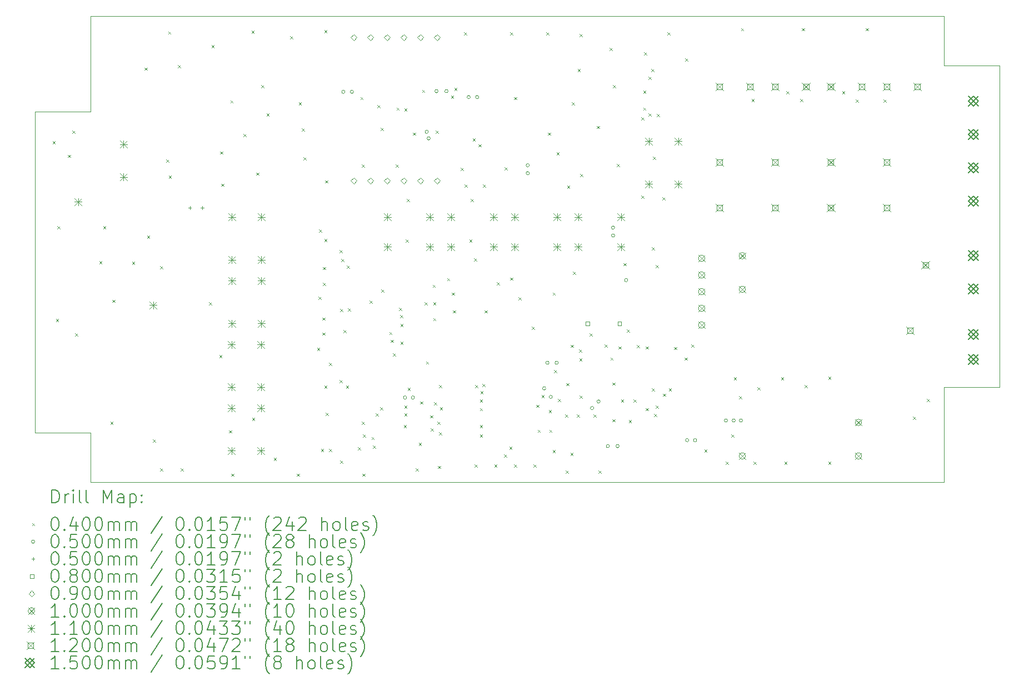
<source format=gbr>
%TF.GenerationSoftware,KiCad,Pcbnew,8.0.1*%
%TF.CreationDate,2025-05-08T07:15:41+02:00*%
%TF.ProjectId,prj-gardmer-mb-v2,70726a2d-6761-4726-946d-65722d6d622d,rev?*%
%TF.SameCoordinates,PX4fa1be0PY7872f60*%
%TF.FileFunction,Drillmap*%
%TF.FilePolarity,Positive*%
%FSLAX45Y45*%
G04 Gerber Fmt 4.5, Leading zero omitted, Abs format (unit mm)*
G04 Created by KiCad (PCBNEW 8.0.1) date 2025-05-08 07:15:41*
%MOMM*%
%LPD*%
G01*
G04 APERTURE LIST*
%ADD10C,0.050000*%
%ADD11C,0.200000*%
%ADD12C,0.100000*%
%ADD13C,0.110000*%
%ADD14C,0.120000*%
%ADD15C,0.150000*%
G04 APERTURE END LIST*
D10*
X0Y7100000D02*
X13000000Y7100000D01*
X13000000Y6350000D02*
X13850000Y6350000D01*
X0Y0D02*
X13000000Y0D01*
X13850000Y6350000D02*
X13850000Y1450000D01*
X13850000Y1450000D02*
X13000000Y1450000D01*
X-850000Y5650000D02*
X-850000Y750000D01*
X13000000Y7100000D02*
X13000000Y6350000D01*
X0Y7100000D02*
X0Y5650000D01*
X-850000Y750000D02*
X0Y750000D01*
X13000000Y1450000D02*
X13000000Y0D01*
X0Y5650000D02*
X-850000Y5650000D01*
X0Y750000D02*
X0Y0D01*
D11*
D12*
X-580000Y5200000D02*
X-540000Y5160000D01*
X-540000Y5200000D02*
X-580000Y5160000D01*
X-530000Y2490000D02*
X-490000Y2450000D01*
X-490000Y2490000D02*
X-530000Y2450000D01*
X-510000Y3900000D02*
X-470000Y3860000D01*
X-470000Y3900000D02*
X-510000Y3860000D01*
X-350000Y4990000D02*
X-310000Y4950000D01*
X-310000Y4990000D02*
X-350000Y4950000D01*
X-280000Y5360000D02*
X-240000Y5320000D01*
X-240000Y5360000D02*
X-280000Y5320000D01*
X-240000Y2270000D02*
X-200000Y2230000D01*
X-200000Y2270000D02*
X-240000Y2230000D01*
X130000Y3370000D02*
X170000Y3330000D01*
X170000Y3370000D02*
X130000Y3330000D01*
X190000Y3900000D02*
X230000Y3860000D01*
X230000Y3900000D02*
X190000Y3860000D01*
X300000Y920000D02*
X340000Y880000D01*
X340000Y920000D02*
X300000Y880000D01*
X330000Y2780000D02*
X370000Y2740000D01*
X370000Y2780000D02*
X330000Y2740000D01*
X630000Y3360000D02*
X670000Y3320000D01*
X670000Y3360000D02*
X630000Y3320000D01*
X820000Y6320000D02*
X860000Y6280000D01*
X860000Y6320000D02*
X820000Y6280000D01*
X860000Y3760000D02*
X900000Y3720000D01*
X900000Y3760000D02*
X860000Y3720000D01*
X950000Y650000D02*
X990000Y610000D01*
X990000Y650000D02*
X950000Y610000D01*
X1060000Y3290000D02*
X1100000Y3250000D01*
X1100000Y3290000D02*
X1060000Y3250000D01*
X1060000Y210000D02*
X1100000Y170000D01*
X1100000Y210000D02*
X1060000Y170000D01*
X1150000Y4920000D02*
X1190000Y4880000D01*
X1190000Y4920000D02*
X1150000Y4880000D01*
X1180000Y6870000D02*
X1220000Y6830000D01*
X1220000Y6870000D02*
X1180000Y6830000D01*
X1190000Y4670000D02*
X1230000Y4630000D01*
X1230000Y4670000D02*
X1190000Y4630000D01*
X1330000Y6360000D02*
X1370000Y6320000D01*
X1370000Y6360000D02*
X1330000Y6320000D01*
X1370000Y210000D02*
X1410000Y170000D01*
X1410000Y210000D02*
X1370000Y170000D01*
X1800000Y2740000D02*
X1840000Y2700000D01*
X1840000Y2740000D02*
X1800000Y2700000D01*
X1840000Y6660000D02*
X1880000Y6620000D01*
X1880000Y6660000D02*
X1840000Y6620000D01*
X1960000Y1940000D02*
X2000000Y1900000D01*
X2000000Y1940000D02*
X1960000Y1900000D01*
X1970000Y5040000D02*
X2010000Y5000000D01*
X2010000Y5040000D02*
X1970000Y5000000D01*
X1990000Y4550000D02*
X2030000Y4510000D01*
X2030000Y4550000D02*
X1990000Y4510000D01*
X2110000Y790000D02*
X2150000Y750000D01*
X2150000Y790000D02*
X2110000Y750000D01*
X2130000Y5820000D02*
X2170000Y5780000D01*
X2170000Y5820000D02*
X2130000Y5780000D01*
X2140000Y130000D02*
X2180000Y90000D01*
X2180000Y130000D02*
X2140000Y90000D01*
X2330000Y5310000D02*
X2370000Y5270000D01*
X2370000Y5310000D02*
X2330000Y5270000D01*
X2450000Y6880000D02*
X2490000Y6840000D01*
X2490000Y6880000D02*
X2450000Y6840000D01*
X2460000Y980000D02*
X2500000Y940000D01*
X2500000Y980000D02*
X2460000Y940000D01*
X2520000Y4720000D02*
X2560000Y4680000D01*
X2560000Y4720000D02*
X2520000Y4680000D01*
X2600000Y6050000D02*
X2640000Y6010000D01*
X2640000Y6050000D02*
X2600000Y6010000D01*
X2680000Y5620000D02*
X2720000Y5580000D01*
X2720000Y5620000D02*
X2680000Y5580000D01*
X2790000Y370000D02*
X2830000Y330000D01*
X2830000Y370000D02*
X2790000Y330000D01*
X3040000Y6800000D02*
X3080000Y6760000D01*
X3080000Y6800000D02*
X3040000Y6760000D01*
X3140000Y130000D02*
X3180000Y90000D01*
X3180000Y130000D02*
X3140000Y90000D01*
X3170000Y5790000D02*
X3210000Y5750000D01*
X3210000Y5790000D02*
X3170000Y5750000D01*
X3220000Y5390000D02*
X3260000Y5350000D01*
X3260000Y5390000D02*
X3220000Y5350000D01*
X3240000Y4950000D02*
X3280000Y4910000D01*
X3280000Y4950000D02*
X3240000Y4910000D01*
X3450000Y2050000D02*
X3490000Y2010000D01*
X3490000Y2050000D02*
X3450000Y2010000D01*
X3470000Y2830000D02*
X3510000Y2790000D01*
X3510000Y2830000D02*
X3470000Y2790000D01*
X3480000Y3850000D02*
X3520000Y3810000D01*
X3520000Y3850000D02*
X3480000Y3810000D01*
X3510000Y510000D02*
X3550000Y470000D01*
X3550000Y510000D02*
X3510000Y470000D01*
X3530000Y2510000D02*
X3570000Y2470000D01*
X3570000Y2510000D02*
X3530000Y2470000D01*
X3530000Y2280000D02*
X3570000Y2240000D01*
X3570000Y2280000D02*
X3530000Y2240000D01*
X3540000Y3280000D02*
X3580000Y3240000D01*
X3580000Y3280000D02*
X3540000Y3240000D01*
X3540000Y3040000D02*
X3580000Y3000000D01*
X3580000Y3040000D02*
X3540000Y3000000D01*
X3560000Y6890000D02*
X3600000Y6850000D01*
X3600000Y6890000D02*
X3560000Y6850000D01*
X3560000Y3710000D02*
X3600000Y3670000D01*
X3600000Y3710000D02*
X3560000Y3670000D01*
X3560000Y1470000D02*
X3600000Y1430000D01*
X3600000Y1470000D02*
X3560000Y1430000D01*
X3570000Y4600000D02*
X3610000Y4560000D01*
X3610000Y4600000D02*
X3570000Y4560000D01*
X3580000Y1060000D02*
X3620000Y1020000D01*
X3620000Y1060000D02*
X3580000Y1020000D01*
X3630000Y1820000D02*
X3670000Y1780000D01*
X3670000Y1820000D02*
X3630000Y1780000D01*
X3630000Y510000D02*
X3670000Y470000D01*
X3670000Y510000D02*
X3630000Y470000D01*
X3790000Y3540000D02*
X3830000Y3500000D01*
X3830000Y3540000D02*
X3790000Y3500000D01*
X3790000Y1560000D02*
X3830000Y1520000D01*
X3830000Y1560000D02*
X3790000Y1520000D01*
X3800000Y2640000D02*
X3840000Y2600000D01*
X3840000Y2640000D02*
X3800000Y2600000D01*
X3800000Y330000D02*
X3840000Y290000D01*
X3840000Y330000D02*
X3800000Y290000D01*
X3820000Y3400000D02*
X3860000Y3360000D01*
X3860000Y3400000D02*
X3820000Y3360000D01*
X3850000Y2320000D02*
X3890000Y2280000D01*
X3890000Y2320000D02*
X3850000Y2280000D01*
X3890000Y1470000D02*
X3930000Y1430000D01*
X3930000Y1470000D02*
X3890000Y1430000D01*
X3900000Y3300000D02*
X3940000Y3260000D01*
X3940000Y3300000D02*
X3900000Y3260000D01*
X3920000Y2650000D02*
X3960000Y2610000D01*
X3960000Y2650000D02*
X3920000Y2610000D01*
X4070000Y530000D02*
X4110000Y490000D01*
X4110000Y530000D02*
X4070000Y490000D01*
X4110000Y5870000D02*
X4150000Y5830000D01*
X4150000Y5870000D02*
X4110000Y5830000D01*
X4130000Y4840000D02*
X4170000Y4800000D01*
X4170000Y4840000D02*
X4130000Y4800000D01*
X4130000Y920000D02*
X4170000Y880000D01*
X4170000Y920000D02*
X4130000Y880000D01*
X4140000Y130000D02*
X4180000Y90000D01*
X4180000Y130000D02*
X4140000Y90000D01*
X4150000Y730000D02*
X4190000Y690000D01*
X4190000Y730000D02*
X4150000Y690000D01*
X4250000Y2770000D02*
X4290000Y2730000D01*
X4290000Y2770000D02*
X4250000Y2730000D01*
X4280000Y690000D02*
X4320000Y650000D01*
X4320000Y690000D02*
X4280000Y650000D01*
X4300000Y560000D02*
X4340000Y520000D01*
X4340000Y560000D02*
X4300000Y520000D01*
X4340000Y1050000D02*
X4380000Y1010000D01*
X4380000Y1050000D02*
X4340000Y1010000D01*
X4370000Y5750000D02*
X4410000Y5710000D01*
X4410000Y5750000D02*
X4370000Y5710000D01*
X4410000Y1140000D02*
X4450000Y1100000D01*
X4450000Y1140000D02*
X4410000Y1100000D01*
X4420000Y5400000D02*
X4460000Y5360000D01*
X4460000Y5400000D02*
X4420000Y5360000D01*
X4430000Y2940000D02*
X4470000Y2900000D01*
X4470000Y2940000D02*
X4430000Y2900000D01*
X4550000Y2290000D02*
X4590000Y2250000D01*
X4590000Y2290000D02*
X4550000Y2250000D01*
X4570000Y2170000D02*
X4610000Y2130000D01*
X4610000Y2170000D02*
X4570000Y2130000D01*
X4605000Y1965000D02*
X4645000Y1925000D01*
X4645000Y1965000D02*
X4605000Y1925000D01*
X4650000Y4840000D02*
X4690000Y4800000D01*
X4690000Y4840000D02*
X4650000Y4800000D01*
X4660000Y5710000D02*
X4700000Y5670000D01*
X4700000Y5710000D02*
X4660000Y5670000D01*
X4700000Y2660000D02*
X4740000Y2620000D01*
X4740000Y2660000D02*
X4700000Y2620000D01*
X4715000Y2545000D02*
X4755000Y2505000D01*
X4755000Y2545000D02*
X4715000Y2505000D01*
X4720000Y2410000D02*
X4760000Y2370000D01*
X4760000Y2410000D02*
X4720000Y2370000D01*
X4720000Y2140000D02*
X4760000Y2100000D01*
X4760000Y2140000D02*
X4720000Y2100000D01*
X4770000Y870000D02*
X4810000Y830000D01*
X4810000Y870000D02*
X4770000Y830000D01*
X4780000Y5700000D02*
X4820000Y5660000D01*
X4820000Y5700000D02*
X4780000Y5660000D01*
X4780000Y1170000D02*
X4820000Y1130000D01*
X4820000Y1170000D02*
X4780000Y1130000D01*
X4780000Y1050000D02*
X4820000Y1010000D01*
X4820000Y1050000D02*
X4780000Y1010000D01*
X4800000Y3700000D02*
X4840000Y3660000D01*
X4840000Y3700000D02*
X4800000Y3660000D01*
X4820000Y4320000D02*
X4860000Y4280000D01*
X4860000Y4320000D02*
X4820000Y4280000D01*
X4830000Y1440000D02*
X4870000Y1400000D01*
X4870000Y1440000D02*
X4830000Y1400000D01*
X4910000Y5330000D02*
X4950000Y5290000D01*
X4950000Y5330000D02*
X4910000Y5290000D01*
X4950000Y210000D02*
X4990000Y170000D01*
X4990000Y210000D02*
X4950000Y170000D01*
X5000000Y600000D02*
X5040000Y560000D01*
X5040000Y600000D02*
X5000000Y560000D01*
X5020000Y1230000D02*
X5060000Y1190000D01*
X5060000Y1230000D02*
X5020000Y1190000D01*
X5050000Y5980000D02*
X5090000Y5940000D01*
X5090000Y5980000D02*
X5050000Y5940000D01*
X5090000Y2740000D02*
X5130000Y2700000D01*
X5130000Y2740000D02*
X5090000Y2700000D01*
X5110000Y1840000D02*
X5150000Y1800000D01*
X5150000Y1840000D02*
X5110000Y1800000D01*
X5170000Y1020000D02*
X5210000Y980000D01*
X5210000Y1020000D02*
X5170000Y980000D01*
X5180000Y820000D02*
X5220000Y780000D01*
X5220000Y820000D02*
X5180000Y780000D01*
X5210000Y3010000D02*
X5250000Y2970000D01*
X5250000Y3010000D02*
X5210000Y2970000D01*
X5220000Y2740000D02*
X5260000Y2700000D01*
X5260000Y2740000D02*
X5220000Y2700000D01*
X5220000Y2500000D02*
X5260000Y2460000D01*
X5260000Y2500000D02*
X5220000Y2460000D01*
X5230000Y1220000D02*
X5270000Y1180000D01*
X5270000Y1220000D02*
X5230000Y1180000D01*
X5260000Y5360000D02*
X5300000Y5320000D01*
X5300000Y5360000D02*
X5260000Y5320000D01*
X5280000Y920000D02*
X5320000Y880000D01*
X5320000Y920000D02*
X5280000Y880000D01*
X5290000Y250000D02*
X5330000Y210000D01*
X5330000Y250000D02*
X5290000Y210000D01*
X5310000Y1480000D02*
X5350000Y1440000D01*
X5350000Y1480000D02*
X5310000Y1440000D01*
X5310000Y760000D02*
X5350000Y720000D01*
X5350000Y760000D02*
X5310000Y720000D01*
X5320000Y1140000D02*
X5360000Y1100000D01*
X5360000Y1140000D02*
X5320000Y1100000D01*
X5430000Y3110000D02*
X5470000Y3070000D01*
X5470000Y3110000D02*
X5430000Y3070000D01*
X5490000Y5890000D02*
X5530000Y5850000D01*
X5530000Y5890000D02*
X5490000Y5850000D01*
X5500000Y2890000D02*
X5540000Y2850000D01*
X5540000Y2890000D02*
X5500000Y2850000D01*
X5520000Y2620000D02*
X5560000Y2580000D01*
X5560000Y2620000D02*
X5520000Y2580000D01*
X5540000Y6010000D02*
X5580000Y5970000D01*
X5580000Y6010000D02*
X5540000Y5970000D01*
X5640000Y4790000D02*
X5680000Y4750000D01*
X5680000Y4790000D02*
X5640000Y4750000D01*
X5690000Y6860000D02*
X5730000Y6820000D01*
X5730000Y6860000D02*
X5690000Y6820000D01*
X5700000Y4540000D02*
X5740000Y4500000D01*
X5740000Y4540000D02*
X5700000Y4500000D01*
X5770000Y3700000D02*
X5810000Y3660000D01*
X5810000Y3700000D02*
X5770000Y3660000D01*
X5790000Y4320000D02*
X5830000Y4280000D01*
X5830000Y4320000D02*
X5790000Y4280000D01*
X5820000Y5240000D02*
X5860000Y5200000D01*
X5860000Y5240000D02*
X5820000Y5200000D01*
X5840000Y3410000D02*
X5880000Y3370000D01*
X5880000Y3410000D02*
X5840000Y3370000D01*
X5850000Y270000D02*
X5890000Y230000D01*
X5890000Y270000D02*
X5850000Y230000D01*
X5860000Y1480000D02*
X5900000Y1440000D01*
X5900000Y1480000D02*
X5860000Y1440000D01*
X5910000Y5150000D02*
X5950000Y5110000D01*
X5950000Y5150000D02*
X5910000Y5110000D01*
X5930000Y1260000D02*
X5970000Y1220000D01*
X5970000Y1260000D02*
X5930000Y1220000D01*
X5930000Y1130000D02*
X5970000Y1090000D01*
X5970000Y1130000D02*
X5930000Y1090000D01*
X5930000Y870000D02*
X5970000Y830000D01*
X5970000Y870000D02*
X5930000Y830000D01*
X5930000Y730000D02*
X5970000Y690000D01*
X5970000Y730000D02*
X5930000Y690000D01*
X5940000Y1390000D02*
X5980000Y1350000D01*
X5980000Y1390000D02*
X5940000Y1350000D01*
X5970000Y1500000D02*
X6010000Y1460000D01*
X6010000Y1500000D02*
X5970000Y1460000D01*
X5980000Y4540000D02*
X6020000Y4500000D01*
X6020000Y4540000D02*
X5980000Y4500000D01*
X6000000Y2620000D02*
X6040000Y2580000D01*
X6040000Y2620000D02*
X6000000Y2580000D01*
X6150000Y270000D02*
X6190000Y230000D01*
X6190000Y270000D02*
X6150000Y230000D01*
X6190000Y3050000D02*
X6230000Y3010000D01*
X6230000Y3050000D02*
X6190000Y3010000D01*
X6300000Y420000D02*
X6340000Y380000D01*
X6340000Y420000D02*
X6300000Y380000D01*
X6310000Y4800000D02*
X6350000Y4760000D01*
X6350000Y4800000D02*
X6310000Y4760000D01*
X6380000Y540000D02*
X6420000Y500000D01*
X6420000Y540000D02*
X6380000Y500000D01*
X6390000Y6860000D02*
X6430000Y6820000D01*
X6430000Y6860000D02*
X6390000Y6820000D01*
X6390000Y3120000D02*
X6430000Y3080000D01*
X6430000Y3120000D02*
X6390000Y3080000D01*
X6450000Y5870000D02*
X6490000Y5830000D01*
X6490000Y5870000D02*
X6450000Y5830000D01*
X6450000Y270000D02*
X6490000Y230000D01*
X6490000Y270000D02*
X6450000Y230000D01*
X6520000Y2820000D02*
X6560000Y2780000D01*
X6560000Y2820000D02*
X6520000Y2780000D01*
X6720000Y2370000D02*
X6760000Y2330000D01*
X6760000Y2370000D02*
X6720000Y2330000D01*
X6750000Y270000D02*
X6790000Y230000D01*
X6790000Y270000D02*
X6750000Y230000D01*
X6790000Y1180000D02*
X6830000Y1140000D01*
X6830000Y1180000D02*
X6790000Y1140000D01*
X6810000Y800000D02*
X6850000Y760000D01*
X6850000Y800000D02*
X6810000Y760000D01*
X6870000Y1330000D02*
X6910000Y1290000D01*
X6910000Y1330000D02*
X6870000Y1290000D01*
X6940000Y6860000D02*
X6980000Y6820000D01*
X6980000Y6860000D02*
X6940000Y6820000D01*
X6970000Y5330000D02*
X7010000Y5290000D01*
X7010000Y5330000D02*
X6970000Y5290000D01*
X6980000Y1100000D02*
X7020000Y1060000D01*
X7020000Y1100000D02*
X6980000Y1060000D01*
X6990000Y800000D02*
X7030000Y760000D01*
X7030000Y800000D02*
X6990000Y760000D01*
X7040000Y2890000D02*
X7080000Y2850000D01*
X7080000Y2890000D02*
X7040000Y2850000D01*
X7040000Y490000D02*
X7080000Y450000D01*
X7080000Y490000D02*
X7040000Y450000D01*
X7060000Y1710000D02*
X7100000Y1670000D01*
X7100000Y1710000D02*
X7060000Y1670000D01*
X7100000Y5030000D02*
X7140000Y4990000D01*
X7140000Y5030000D02*
X7100000Y4990000D01*
X7120000Y1270000D02*
X7160000Y1230000D01*
X7160000Y1270000D02*
X7120000Y1230000D01*
X7230000Y1030000D02*
X7270000Y990000D01*
X7270000Y1030000D02*
X7230000Y990000D01*
X7240000Y180000D02*
X7280000Y140000D01*
X7280000Y180000D02*
X7240000Y140000D01*
X7250000Y1510000D02*
X7290000Y1470000D01*
X7290000Y1510000D02*
X7250000Y1470000D01*
X7260000Y4520000D02*
X7300000Y4480000D01*
X7300000Y4520000D02*
X7260000Y4480000D01*
X7310000Y450000D02*
X7350000Y410000D01*
X7350000Y450000D02*
X7310000Y410000D01*
X7315000Y2095000D02*
X7355000Y2055000D01*
X7355000Y2095000D02*
X7315000Y2055000D01*
X7330000Y5790000D02*
X7370000Y5750000D01*
X7370000Y5790000D02*
X7330000Y5750000D01*
X7350000Y3210000D02*
X7390000Y3170000D01*
X7390000Y3210000D02*
X7350000Y3170000D01*
X7410000Y1030000D02*
X7450000Y990000D01*
X7450000Y1030000D02*
X7410000Y990000D01*
X7420000Y6300000D02*
X7460000Y6260000D01*
X7460000Y6300000D02*
X7420000Y6260000D01*
X7440000Y2020000D02*
X7480000Y1980000D01*
X7480000Y2020000D02*
X7440000Y1980000D01*
X7445000Y1885000D02*
X7485000Y1845000D01*
X7485000Y1885000D02*
X7445000Y1845000D01*
X7450000Y6830000D02*
X7490000Y6790000D01*
X7490000Y6830000D02*
X7450000Y6790000D01*
X7450000Y1320000D02*
X7490000Y1280000D01*
X7490000Y1320000D02*
X7450000Y1280000D01*
X7460000Y4700000D02*
X7500000Y4660000D01*
X7500000Y4700000D02*
X7460000Y4660000D01*
X7600000Y2270000D02*
X7640000Y2230000D01*
X7640000Y2270000D02*
X7600000Y2230000D01*
X7660000Y1030000D02*
X7700000Y990000D01*
X7700000Y1030000D02*
X7660000Y990000D01*
X7710000Y5430000D02*
X7750000Y5390000D01*
X7750000Y5430000D02*
X7710000Y5390000D01*
X7740000Y180000D02*
X7780000Y140000D01*
X7780000Y180000D02*
X7740000Y140000D01*
X7830000Y2100000D02*
X7870000Y2060000D01*
X7870000Y2100000D02*
X7830000Y2060000D01*
X7910000Y6620000D02*
X7950000Y6580000D01*
X7950000Y6620000D02*
X7910000Y6580000D01*
X7920000Y1900000D02*
X7960000Y1860000D01*
X7960000Y1900000D02*
X7920000Y1860000D01*
X7950000Y1520000D02*
X7990000Y1480000D01*
X7990000Y1520000D02*
X7950000Y1480000D01*
X7950000Y960000D02*
X7990000Y920000D01*
X7990000Y960000D02*
X7950000Y920000D01*
X7960000Y6050000D02*
X8000000Y6010000D01*
X8000000Y6050000D02*
X7960000Y6010000D01*
X8020000Y4850000D02*
X8060000Y4810000D01*
X8060000Y4850000D02*
X8020000Y4810000D01*
X8040000Y2070000D02*
X8080000Y2030000D01*
X8080000Y2070000D02*
X8040000Y2030000D01*
X8080000Y1260000D02*
X8120000Y1220000D01*
X8120000Y1260000D02*
X8080000Y1220000D01*
X8120000Y3340000D02*
X8160000Y3300000D01*
X8160000Y3340000D02*
X8120000Y3300000D01*
X8170000Y2330000D02*
X8210000Y2290000D01*
X8210000Y2330000D02*
X8170000Y2290000D01*
X8200000Y950000D02*
X8240000Y910000D01*
X8240000Y950000D02*
X8200000Y910000D01*
X8270000Y1260000D02*
X8310000Y1220000D01*
X8310000Y1260000D02*
X8270000Y1220000D01*
X8320000Y2090000D02*
X8360000Y2050000D01*
X8360000Y2090000D02*
X8320000Y2050000D01*
X8390000Y5560000D02*
X8430000Y5520000D01*
X8430000Y5560000D02*
X8390000Y5520000D01*
X8390000Y4370000D02*
X8430000Y4330000D01*
X8430000Y4370000D02*
X8390000Y4330000D01*
X8420000Y5970000D02*
X8460000Y5930000D01*
X8460000Y5970000D02*
X8420000Y5930000D01*
X8420000Y5710000D02*
X8460000Y5670000D01*
X8460000Y5710000D02*
X8420000Y5670000D01*
X8430000Y6550000D02*
X8470000Y6510000D01*
X8470000Y6550000D02*
X8430000Y6510000D01*
X8460000Y2070000D02*
X8500000Y2030000D01*
X8500000Y2070000D02*
X8460000Y2030000D01*
X8460000Y1130000D02*
X8500000Y1090000D01*
X8500000Y1130000D02*
X8460000Y1090000D01*
X8500000Y6180000D02*
X8540000Y6140000D01*
X8540000Y6180000D02*
X8500000Y6140000D01*
X8500000Y5620000D02*
X8540000Y5580000D01*
X8540000Y5620000D02*
X8500000Y5580000D01*
X8540000Y6300000D02*
X8580000Y6260000D01*
X8580000Y6300000D02*
X8540000Y6260000D01*
X8550000Y3580000D02*
X8590000Y3540000D01*
X8590000Y3580000D02*
X8550000Y3540000D01*
X8550000Y1430000D02*
X8590000Y1390000D01*
X8590000Y1430000D02*
X8550000Y1390000D01*
X8570000Y4960000D02*
X8610000Y4920000D01*
X8610000Y4960000D02*
X8570000Y4920000D01*
X8586500Y1043500D02*
X8626500Y1003500D01*
X8626500Y1043500D02*
X8586500Y1003500D01*
X8610000Y3310000D02*
X8650000Y3270000D01*
X8650000Y3310000D02*
X8610000Y3270000D01*
X8610000Y1170000D02*
X8650000Y1130000D01*
X8650000Y1170000D02*
X8610000Y1130000D01*
X8630000Y5610000D02*
X8670000Y5570000D01*
X8670000Y5610000D02*
X8630000Y5570000D01*
X8710000Y4340000D02*
X8750000Y4300000D01*
X8750000Y4340000D02*
X8710000Y4300000D01*
X8720000Y1350000D02*
X8760000Y1310000D01*
X8760000Y1350000D02*
X8720000Y1310000D01*
X8790000Y6860000D02*
X8830000Y6820000D01*
X8830000Y6860000D02*
X8790000Y6820000D01*
X8810000Y1430000D02*
X8850000Y1390000D01*
X8850000Y1430000D02*
X8810000Y1390000D01*
X8890000Y2060000D02*
X8930000Y2020000D01*
X8930000Y2060000D02*
X8890000Y2020000D01*
X9050000Y1900000D02*
X9090000Y1860000D01*
X9090000Y1900000D02*
X9050000Y1860000D01*
X9060000Y6460000D02*
X9100000Y6420000D01*
X9100000Y6460000D02*
X9060000Y6420000D01*
X9150000Y2100000D02*
X9190000Y2060000D01*
X9190000Y2100000D02*
X9150000Y2060000D01*
X9350000Y500000D02*
X9390000Y460000D01*
X9390000Y500000D02*
X9350000Y460000D01*
X9680000Y310000D02*
X9720000Y270000D01*
X9720000Y310000D02*
X9680000Y270000D01*
X9760000Y730000D02*
X9800000Y690000D01*
X9800000Y730000D02*
X9760000Y690000D01*
X9800000Y1600000D02*
X9840000Y1560000D01*
X9840000Y1600000D02*
X9800000Y1560000D01*
X9880000Y1310000D02*
X9920000Y1270000D01*
X9920000Y1310000D02*
X9880000Y1270000D01*
X9910000Y6920000D02*
X9950000Y6880000D01*
X9950000Y6920000D02*
X9910000Y6880000D01*
X10070000Y5840000D02*
X10110000Y5800000D01*
X10110000Y5840000D02*
X10070000Y5800000D01*
X10100000Y310000D02*
X10140000Y270000D01*
X10140000Y310000D02*
X10100000Y270000D01*
X10160000Y1450000D02*
X10200000Y1410000D01*
X10200000Y1450000D02*
X10160000Y1410000D01*
X10520000Y1600000D02*
X10560000Y1560000D01*
X10560000Y1600000D02*
X10520000Y1560000D01*
X10570000Y310000D02*
X10610000Y270000D01*
X10610000Y310000D02*
X10570000Y270000D01*
X10600000Y5960000D02*
X10640000Y5920000D01*
X10640000Y5960000D02*
X10600000Y5920000D01*
X10810000Y5840000D02*
X10850000Y5800000D01*
X10850000Y5840000D02*
X10810000Y5800000D01*
X10840000Y6920000D02*
X10880000Y6880000D01*
X10880000Y6920000D02*
X10840000Y6880000D01*
X10880000Y1480000D02*
X10920000Y1440000D01*
X10920000Y1480000D02*
X10880000Y1440000D01*
X11240000Y1610000D02*
X11280000Y1570000D01*
X11280000Y1610000D02*
X11240000Y1570000D01*
X11240000Y310000D02*
X11280000Y270000D01*
X11280000Y310000D02*
X11240000Y270000D01*
X11450000Y5960000D02*
X11490000Y5920000D01*
X11490000Y5960000D02*
X11450000Y5920000D01*
X11660000Y5830000D02*
X11700000Y5790000D01*
X11700000Y5830000D02*
X11660000Y5790000D01*
X11810000Y6920000D02*
X11850000Y6880000D01*
X11850000Y6920000D02*
X11810000Y6880000D01*
X12080000Y5830000D02*
X12120000Y5790000D01*
X12120000Y5830000D02*
X12080000Y5790000D01*
X12530000Y1000000D02*
X12570000Y960000D01*
X12570000Y1000000D02*
X12530000Y960000D01*
X12740000Y1270000D02*
X12780000Y1230000D01*
X12780000Y1270000D02*
X12740000Y1230000D01*
X3875000Y5950000D02*
G75*
G02*
X3825000Y5950000I-25000J0D01*
G01*
X3825000Y5950000D02*
G75*
G02*
X3875000Y5950000I25000J0D01*
G01*
X4005000Y5950000D02*
G75*
G02*
X3955000Y5950000I-25000J0D01*
G01*
X3955000Y5950000D02*
G75*
G02*
X4005000Y5950000I25000J0D01*
G01*
X4815000Y1290000D02*
G75*
G02*
X4765000Y1290000I-25000J0D01*
G01*
X4765000Y1290000D02*
G75*
G02*
X4815000Y1290000I25000J0D01*
G01*
X4935000Y1290000D02*
G75*
G02*
X4885000Y1290000I-25000J0D01*
G01*
X4885000Y1290000D02*
G75*
G02*
X4935000Y1290000I25000J0D01*
G01*
X5145000Y5340000D02*
G75*
G02*
X5095000Y5340000I-25000J0D01*
G01*
X5095000Y5340000D02*
G75*
G02*
X5145000Y5340000I25000J0D01*
G01*
X5175000Y5240000D02*
G75*
G02*
X5125000Y5240000I-25000J0D01*
G01*
X5125000Y5240000D02*
G75*
G02*
X5175000Y5240000I25000J0D01*
G01*
X5295000Y5960000D02*
G75*
G02*
X5245000Y5960000I-25000J0D01*
G01*
X5245000Y5960000D02*
G75*
G02*
X5295000Y5960000I25000J0D01*
G01*
X5445000Y5960000D02*
G75*
G02*
X5395000Y5960000I-25000J0D01*
G01*
X5395000Y5960000D02*
G75*
G02*
X5445000Y5960000I25000J0D01*
G01*
X5785000Y5870000D02*
G75*
G02*
X5735000Y5870000I-25000J0D01*
G01*
X5735000Y5870000D02*
G75*
G02*
X5785000Y5870000I25000J0D01*
G01*
X5915000Y5870000D02*
G75*
G02*
X5865000Y5870000I-25000J0D01*
G01*
X5865000Y5870000D02*
G75*
G02*
X5915000Y5870000I25000J0D01*
G01*
X6685000Y4830000D02*
G75*
G02*
X6635000Y4830000I-25000J0D01*
G01*
X6635000Y4830000D02*
G75*
G02*
X6685000Y4830000I25000J0D01*
G01*
X6685000Y4710000D02*
G75*
G02*
X6635000Y4710000I-25000J0D01*
G01*
X6635000Y4710000D02*
G75*
G02*
X6685000Y4710000I25000J0D01*
G01*
X6935000Y1430000D02*
G75*
G02*
X6885000Y1430000I-25000J0D01*
G01*
X6885000Y1430000D02*
G75*
G02*
X6935000Y1430000I25000J0D01*
G01*
X6985000Y1820000D02*
G75*
G02*
X6935000Y1820000I-25000J0D01*
G01*
X6935000Y1820000D02*
G75*
G02*
X6985000Y1820000I25000J0D01*
G01*
X7035000Y1300000D02*
G75*
G02*
X6985000Y1300000I-25000J0D01*
G01*
X6985000Y1300000D02*
G75*
G02*
X7035000Y1300000I25000J0D01*
G01*
X7125000Y1820000D02*
G75*
G02*
X7075000Y1820000I-25000J0D01*
G01*
X7075000Y1820000D02*
G75*
G02*
X7125000Y1820000I25000J0D01*
G01*
X7665000Y1130000D02*
G75*
G02*
X7615000Y1130000I-25000J0D01*
G01*
X7615000Y1130000D02*
G75*
G02*
X7665000Y1130000I25000J0D01*
G01*
X7765000Y1230000D02*
G75*
G02*
X7715000Y1230000I-25000J0D01*
G01*
X7715000Y1230000D02*
G75*
G02*
X7765000Y1230000I25000J0D01*
G01*
X7905000Y550000D02*
G75*
G02*
X7855000Y550000I-25000J0D01*
G01*
X7855000Y550000D02*
G75*
G02*
X7905000Y550000I25000J0D01*
G01*
X7985000Y3880000D02*
G75*
G02*
X7935000Y3880000I-25000J0D01*
G01*
X7935000Y3880000D02*
G75*
G02*
X7985000Y3880000I25000J0D01*
G01*
X7985000Y3760000D02*
G75*
G02*
X7935000Y3760000I-25000J0D01*
G01*
X7935000Y3760000D02*
G75*
G02*
X7985000Y3760000I25000J0D01*
G01*
X8055000Y550000D02*
G75*
G02*
X8005000Y550000I-25000J0D01*
G01*
X8005000Y550000D02*
G75*
G02*
X8055000Y550000I25000J0D01*
G01*
X8185000Y3080000D02*
G75*
G02*
X8135000Y3080000I-25000J0D01*
G01*
X8135000Y3080000D02*
G75*
G02*
X8185000Y3080000I25000J0D01*
G01*
X9115000Y640000D02*
G75*
G02*
X9065000Y640000I-25000J0D01*
G01*
X9065000Y640000D02*
G75*
G02*
X9115000Y640000I25000J0D01*
G01*
X9235000Y640000D02*
G75*
G02*
X9185000Y640000I-25000J0D01*
G01*
X9185000Y640000D02*
G75*
G02*
X9235000Y640000I25000J0D01*
G01*
X9705000Y940000D02*
G75*
G02*
X9655000Y940000I-25000J0D01*
G01*
X9655000Y940000D02*
G75*
G02*
X9705000Y940000I25000J0D01*
G01*
X9825000Y940000D02*
G75*
G02*
X9775000Y940000I-25000J0D01*
G01*
X9775000Y940000D02*
G75*
G02*
X9825000Y940000I25000J0D01*
G01*
X9935000Y940000D02*
G75*
G02*
X9885000Y940000I-25000J0D01*
G01*
X9885000Y940000D02*
G75*
G02*
X9935000Y940000I25000J0D01*
G01*
X1510000Y4205000D02*
X1510000Y4155000D01*
X1485000Y4180000D02*
X1535000Y4180000D01*
X1700000Y4205000D02*
X1700000Y4155000D01*
X1675000Y4180000D02*
X1725000Y4180000D01*
X7600284Y2386716D02*
X7600284Y2443285D01*
X7543715Y2443285D01*
X7543715Y2386716D01*
X7600284Y2386716D01*
X8088284Y2386716D02*
X8088284Y2443285D01*
X8031715Y2443285D01*
X8031715Y2386716D01*
X8088284Y2386716D01*
X4010000Y6735000D02*
X4055000Y6780000D01*
X4010000Y6825000D01*
X3965000Y6780000D01*
X4010000Y6735000D01*
X4010000Y4550600D02*
X4055000Y4595600D01*
X4010000Y4640600D01*
X3965000Y4595600D01*
X4010000Y4550600D01*
X4264000Y6735000D02*
X4309000Y6780000D01*
X4264000Y6825000D01*
X4219000Y6780000D01*
X4264000Y6735000D01*
X4264000Y4550600D02*
X4309000Y4595600D01*
X4264000Y4640600D01*
X4219000Y4595600D01*
X4264000Y4550600D01*
X4518000Y6735000D02*
X4563000Y6780000D01*
X4518000Y6825000D01*
X4473000Y6780000D01*
X4518000Y6735000D01*
X4518000Y4550600D02*
X4563000Y4595600D01*
X4518000Y4640600D01*
X4473000Y4595600D01*
X4518000Y4550600D01*
X4772000Y6735000D02*
X4817000Y6780000D01*
X4772000Y6825000D01*
X4727000Y6780000D01*
X4772000Y6735000D01*
X4772000Y4550600D02*
X4817000Y4595600D01*
X4772000Y4640600D01*
X4727000Y4595600D01*
X4772000Y4550600D01*
X5026000Y6735000D02*
X5071000Y6780000D01*
X5026000Y6825000D01*
X4981000Y6780000D01*
X5026000Y6735000D01*
X5026000Y4550600D02*
X5071000Y4595600D01*
X5026000Y4640600D01*
X4981000Y4595600D01*
X5026000Y4550600D01*
X5280000Y6735000D02*
X5325000Y6780000D01*
X5280000Y6825000D01*
X5235000Y6780000D01*
X5280000Y6735000D01*
X5280000Y4550600D02*
X5325000Y4595600D01*
X5280000Y4640600D01*
X5235000Y4595600D01*
X5280000Y4550600D01*
X9260000Y3463000D02*
X9360000Y3363000D01*
X9360000Y3463000D02*
X9260000Y3363000D01*
X9360000Y3413000D02*
G75*
G02*
X9260000Y3413000I-50000J0D01*
G01*
X9260000Y3413000D02*
G75*
G02*
X9360000Y3413000I50000J0D01*
G01*
X9260000Y3209000D02*
X9360000Y3109000D01*
X9360000Y3209000D02*
X9260000Y3109000D01*
X9360000Y3159000D02*
G75*
G02*
X9260000Y3159000I-50000J0D01*
G01*
X9260000Y3159000D02*
G75*
G02*
X9360000Y3159000I50000J0D01*
G01*
X9260000Y2955000D02*
X9360000Y2855000D01*
X9360000Y2955000D02*
X9260000Y2855000D01*
X9360000Y2905000D02*
G75*
G02*
X9260000Y2905000I-50000J0D01*
G01*
X9260000Y2905000D02*
G75*
G02*
X9360000Y2905000I50000J0D01*
G01*
X9260000Y2701000D02*
X9360000Y2601000D01*
X9360000Y2701000D02*
X9260000Y2601000D01*
X9360000Y2651000D02*
G75*
G02*
X9260000Y2651000I-50000J0D01*
G01*
X9260000Y2651000D02*
G75*
G02*
X9360000Y2651000I50000J0D01*
G01*
X9260000Y2447000D02*
X9360000Y2347000D01*
X9360000Y2447000D02*
X9260000Y2347000D01*
X9360000Y2397000D02*
G75*
G02*
X9260000Y2397000I-50000J0D01*
G01*
X9260000Y2397000D02*
G75*
G02*
X9360000Y2397000I50000J0D01*
G01*
X9880000Y3500000D02*
X9980000Y3400000D01*
X9980000Y3500000D02*
X9880000Y3400000D01*
X9980000Y3450000D02*
G75*
G02*
X9880000Y3450000I-50000J0D01*
G01*
X9880000Y3450000D02*
G75*
G02*
X9980000Y3450000I50000J0D01*
G01*
X9880000Y2990000D02*
X9980000Y2890000D01*
X9980000Y2990000D02*
X9880000Y2890000D01*
X9980000Y2940000D02*
G75*
G02*
X9880000Y2940000I-50000J0D01*
G01*
X9880000Y2940000D02*
G75*
G02*
X9980000Y2940000I50000J0D01*
G01*
X9880000Y450000D02*
X9980000Y350000D01*
X9980000Y450000D02*
X9880000Y350000D01*
X9980000Y400000D02*
G75*
G02*
X9880000Y400000I-50000J0D01*
G01*
X9880000Y400000D02*
G75*
G02*
X9980000Y400000I50000J0D01*
G01*
X11650000Y960000D02*
X11750000Y860000D01*
X11750000Y960000D02*
X11650000Y860000D01*
X11750000Y910000D02*
G75*
G02*
X11650000Y910000I-50000J0D01*
G01*
X11650000Y910000D02*
G75*
G02*
X11750000Y910000I50000J0D01*
G01*
X11650000Y450000D02*
X11750000Y350000D01*
X11750000Y450000D02*
X11650000Y350000D01*
X11750000Y400000D02*
G75*
G02*
X11650000Y400000I-50000J0D01*
G01*
X11650000Y400000D02*
G75*
G02*
X11750000Y400000I50000J0D01*
G01*
D13*
X-245571Y4328128D02*
X-135571Y4218128D01*
X-135571Y4328128D02*
X-245571Y4218128D01*
X-190571Y4328128D02*
X-190571Y4218128D01*
X-245571Y4273128D02*
X-135571Y4273128D01*
X445000Y5205000D02*
X555000Y5095000D01*
X555000Y5205000D02*
X445000Y5095000D01*
X500000Y5205000D02*
X500000Y5095000D01*
X445000Y5150000D02*
X555000Y5150000D01*
X445000Y4705000D02*
X555000Y4595000D01*
X555000Y4705000D02*
X445000Y4595000D01*
X500000Y4705000D02*
X500000Y4595000D01*
X445000Y4650000D02*
X555000Y4650000D01*
X897671Y2754590D02*
X1007671Y2644590D01*
X1007671Y2754590D02*
X897671Y2644590D01*
X952671Y2754590D02*
X952671Y2644590D01*
X897671Y2699590D02*
X1007671Y2699590D01*
X2090000Y2155000D02*
X2200000Y2045000D01*
X2200000Y2155000D02*
X2090000Y2045000D01*
X2145000Y2155000D02*
X2145000Y2045000D01*
X2090000Y2100000D02*
X2200000Y2100000D01*
X2090000Y1505000D02*
X2200000Y1395000D01*
X2200000Y1505000D02*
X2090000Y1395000D01*
X2145000Y1505000D02*
X2145000Y1395000D01*
X2090000Y1450000D02*
X2200000Y1450000D01*
X2090000Y1185000D02*
X2200000Y1075000D01*
X2200000Y1185000D02*
X2090000Y1075000D01*
X2145000Y1185000D02*
X2145000Y1075000D01*
X2090000Y1130000D02*
X2200000Y1130000D01*
X2090000Y535000D02*
X2200000Y425000D01*
X2200000Y535000D02*
X2090000Y425000D01*
X2145000Y535000D02*
X2145000Y425000D01*
X2090000Y480000D02*
X2200000Y480000D01*
X2095000Y4095000D02*
X2205000Y3985000D01*
X2205000Y4095000D02*
X2095000Y3985000D01*
X2150000Y4095000D02*
X2150000Y3985000D01*
X2095000Y4040000D02*
X2205000Y4040000D01*
X2095000Y3445000D02*
X2205000Y3335000D01*
X2205000Y3445000D02*
X2095000Y3335000D01*
X2150000Y3445000D02*
X2150000Y3335000D01*
X2095000Y3390000D02*
X2205000Y3390000D01*
X2095000Y3125000D02*
X2205000Y3015000D01*
X2205000Y3125000D02*
X2095000Y3015000D01*
X2150000Y3125000D02*
X2150000Y3015000D01*
X2095000Y3070000D02*
X2205000Y3070000D01*
X2095000Y2475000D02*
X2205000Y2365000D01*
X2205000Y2475000D02*
X2095000Y2365000D01*
X2150000Y2475000D02*
X2150000Y2365000D01*
X2095000Y2420000D02*
X2205000Y2420000D01*
X2540000Y2155000D02*
X2650000Y2045000D01*
X2650000Y2155000D02*
X2540000Y2045000D01*
X2595000Y2155000D02*
X2595000Y2045000D01*
X2540000Y2100000D02*
X2650000Y2100000D01*
X2540000Y1505000D02*
X2650000Y1395000D01*
X2650000Y1505000D02*
X2540000Y1395000D01*
X2595000Y1505000D02*
X2595000Y1395000D01*
X2540000Y1450000D02*
X2650000Y1450000D01*
X2540000Y1185000D02*
X2650000Y1075000D01*
X2650000Y1185000D02*
X2540000Y1075000D01*
X2595000Y1185000D02*
X2595000Y1075000D01*
X2540000Y1130000D02*
X2650000Y1130000D01*
X2540000Y535000D02*
X2650000Y425000D01*
X2650000Y535000D02*
X2540000Y425000D01*
X2595000Y535000D02*
X2595000Y425000D01*
X2540000Y480000D02*
X2650000Y480000D01*
X2545000Y4095000D02*
X2655000Y3985000D01*
X2655000Y4095000D02*
X2545000Y3985000D01*
X2600000Y4095000D02*
X2600000Y3985000D01*
X2545000Y4040000D02*
X2655000Y4040000D01*
X2545000Y3445000D02*
X2655000Y3335000D01*
X2655000Y3445000D02*
X2545000Y3335000D01*
X2600000Y3445000D02*
X2600000Y3335000D01*
X2545000Y3390000D02*
X2655000Y3390000D01*
X2545000Y3125000D02*
X2655000Y3015000D01*
X2655000Y3125000D02*
X2545000Y3015000D01*
X2600000Y3125000D02*
X2600000Y3015000D01*
X2545000Y3070000D02*
X2655000Y3070000D01*
X2545000Y2475000D02*
X2655000Y2365000D01*
X2655000Y2475000D02*
X2545000Y2365000D01*
X2600000Y2475000D02*
X2600000Y2365000D01*
X2545000Y2420000D02*
X2655000Y2420000D01*
X4465000Y4095000D02*
X4575000Y3985000D01*
X4575000Y4095000D02*
X4465000Y3985000D01*
X4520000Y4095000D02*
X4520000Y3985000D01*
X4465000Y4040000D02*
X4575000Y4040000D01*
X4465000Y3645000D02*
X4575000Y3535000D01*
X4575000Y3645000D02*
X4465000Y3535000D01*
X4520000Y3645000D02*
X4520000Y3535000D01*
X4465000Y3590000D02*
X4575000Y3590000D01*
X5115000Y4095000D02*
X5225000Y3985000D01*
X5225000Y4095000D02*
X5115000Y3985000D01*
X5170000Y4095000D02*
X5170000Y3985000D01*
X5115000Y4040000D02*
X5225000Y4040000D01*
X5115000Y3645000D02*
X5225000Y3535000D01*
X5225000Y3645000D02*
X5115000Y3535000D01*
X5170000Y3645000D02*
X5170000Y3535000D01*
X5115000Y3590000D02*
X5225000Y3590000D01*
X5435000Y4095000D02*
X5545000Y3985000D01*
X5545000Y4095000D02*
X5435000Y3985000D01*
X5490000Y4095000D02*
X5490000Y3985000D01*
X5435000Y4040000D02*
X5545000Y4040000D01*
X5435000Y3645000D02*
X5545000Y3535000D01*
X5545000Y3645000D02*
X5435000Y3535000D01*
X5490000Y3645000D02*
X5490000Y3535000D01*
X5435000Y3590000D02*
X5545000Y3590000D01*
X6085000Y4095000D02*
X6195000Y3985000D01*
X6195000Y4095000D02*
X6085000Y3985000D01*
X6140000Y4095000D02*
X6140000Y3985000D01*
X6085000Y4040000D02*
X6195000Y4040000D01*
X6085000Y3645000D02*
X6195000Y3535000D01*
X6195000Y3645000D02*
X6085000Y3535000D01*
X6140000Y3645000D02*
X6140000Y3535000D01*
X6085000Y3590000D02*
X6195000Y3590000D01*
X6405000Y4095000D02*
X6515000Y3985000D01*
X6515000Y4095000D02*
X6405000Y3985000D01*
X6460000Y4095000D02*
X6460000Y3985000D01*
X6405000Y4040000D02*
X6515000Y4040000D01*
X6405000Y3645000D02*
X6515000Y3535000D01*
X6515000Y3645000D02*
X6405000Y3535000D01*
X6460000Y3645000D02*
X6460000Y3535000D01*
X6405000Y3590000D02*
X6515000Y3590000D01*
X7055000Y4095000D02*
X7165000Y3985000D01*
X7165000Y4095000D02*
X7055000Y3985000D01*
X7110000Y4095000D02*
X7110000Y3985000D01*
X7055000Y4040000D02*
X7165000Y4040000D01*
X7055000Y3645000D02*
X7165000Y3535000D01*
X7165000Y3645000D02*
X7055000Y3535000D01*
X7110000Y3645000D02*
X7110000Y3535000D01*
X7055000Y3590000D02*
X7165000Y3590000D01*
X7375000Y4095000D02*
X7485000Y3985000D01*
X7485000Y4095000D02*
X7375000Y3985000D01*
X7430000Y4095000D02*
X7430000Y3985000D01*
X7375000Y4040000D02*
X7485000Y4040000D01*
X7375000Y3645000D02*
X7485000Y3535000D01*
X7485000Y3645000D02*
X7375000Y3535000D01*
X7430000Y3645000D02*
X7430000Y3535000D01*
X7375000Y3590000D02*
X7485000Y3590000D01*
X8025000Y4095000D02*
X8135000Y3985000D01*
X8135000Y4095000D02*
X8025000Y3985000D01*
X8080000Y4095000D02*
X8080000Y3985000D01*
X8025000Y4040000D02*
X8135000Y4040000D01*
X8025000Y3645000D02*
X8135000Y3535000D01*
X8135000Y3645000D02*
X8025000Y3535000D01*
X8080000Y3645000D02*
X8080000Y3535000D01*
X8025000Y3590000D02*
X8135000Y3590000D01*
X8450000Y5250000D02*
X8560000Y5140000D01*
X8560000Y5250000D02*
X8450000Y5140000D01*
X8505000Y5250000D02*
X8505000Y5140000D01*
X8450000Y5195000D02*
X8560000Y5195000D01*
X8450000Y4600000D02*
X8560000Y4490000D01*
X8560000Y4600000D02*
X8450000Y4490000D01*
X8505000Y4600000D02*
X8505000Y4490000D01*
X8450000Y4545000D02*
X8560000Y4545000D01*
X8900000Y5250000D02*
X9010000Y5140000D01*
X9010000Y5250000D02*
X8900000Y5140000D01*
X8955000Y5250000D02*
X8955000Y5140000D01*
X8900000Y5195000D02*
X9010000Y5195000D01*
X8900000Y4600000D02*
X9010000Y4490000D01*
X9010000Y4600000D02*
X8900000Y4490000D01*
X8955000Y4600000D02*
X8955000Y4490000D01*
X8900000Y4545000D02*
X9010000Y4545000D01*
D14*
X9520000Y6090000D02*
X9640000Y5970000D01*
X9640000Y6090000D02*
X9520000Y5970000D01*
X9622427Y5987573D02*
X9622427Y6072427D01*
X9537573Y6072427D01*
X9537573Y5987573D01*
X9622427Y5987573D01*
X9520000Y4940000D02*
X9640000Y4820000D01*
X9640000Y4940000D02*
X9520000Y4820000D01*
X9622427Y4837573D02*
X9622427Y4922427D01*
X9537573Y4922427D01*
X9537573Y4837573D01*
X9622427Y4837573D01*
X9520000Y4240000D02*
X9640000Y4120000D01*
X9640000Y4240000D02*
X9520000Y4120000D01*
X9622427Y4137573D02*
X9622427Y4222427D01*
X9537573Y4222427D01*
X9537573Y4137573D01*
X9622427Y4137573D01*
X9990000Y6090000D02*
X10110000Y5970000D01*
X10110000Y6090000D02*
X9990000Y5970000D01*
X10092427Y5987573D02*
X10092427Y6072427D01*
X10007573Y6072427D01*
X10007573Y5987573D01*
X10092427Y5987573D01*
X10370000Y6090000D02*
X10490000Y5970000D01*
X10490000Y6090000D02*
X10370000Y5970000D01*
X10472427Y5987573D02*
X10472427Y6072427D01*
X10387573Y6072427D01*
X10387573Y5987573D01*
X10472427Y5987573D01*
X10370000Y4940000D02*
X10490000Y4820000D01*
X10490000Y4940000D02*
X10370000Y4820000D01*
X10472427Y4837573D02*
X10472427Y4922427D01*
X10387573Y4922427D01*
X10387573Y4837573D01*
X10472427Y4837573D01*
X10370000Y4240000D02*
X10490000Y4120000D01*
X10490000Y4240000D02*
X10370000Y4120000D01*
X10472427Y4137573D02*
X10472427Y4222427D01*
X10387573Y4222427D01*
X10387573Y4137573D01*
X10472427Y4137573D01*
X10840000Y6090000D02*
X10960000Y5970000D01*
X10960000Y6090000D02*
X10840000Y5970000D01*
X10942427Y5987573D02*
X10942427Y6072427D01*
X10857573Y6072427D01*
X10857573Y5987573D01*
X10942427Y5987573D01*
X11220000Y6090000D02*
X11340000Y5970000D01*
X11340000Y6090000D02*
X11220000Y5970000D01*
X11322427Y5987573D02*
X11322427Y6072427D01*
X11237573Y6072427D01*
X11237573Y5987573D01*
X11322427Y5987573D01*
X11220000Y4940000D02*
X11340000Y4820000D01*
X11340000Y4940000D02*
X11220000Y4820000D01*
X11322427Y4837573D02*
X11322427Y4922427D01*
X11237573Y4922427D01*
X11237573Y4837573D01*
X11322427Y4837573D01*
X11220000Y4240000D02*
X11340000Y4120000D01*
X11340000Y4240000D02*
X11220000Y4120000D01*
X11322427Y4137573D02*
X11322427Y4222427D01*
X11237573Y4222427D01*
X11237573Y4137573D01*
X11322427Y4137573D01*
X11690000Y6090000D02*
X11810000Y5970000D01*
X11810000Y6090000D02*
X11690000Y5970000D01*
X11792427Y5987573D02*
X11792427Y6072427D01*
X11707573Y6072427D01*
X11707573Y5987573D01*
X11792427Y5987573D01*
X12070000Y6090000D02*
X12190000Y5970000D01*
X12190000Y6090000D02*
X12070000Y5970000D01*
X12172427Y5987573D02*
X12172427Y6072427D01*
X12087573Y6072427D01*
X12087573Y5987573D01*
X12172427Y5987573D01*
X12070000Y4940000D02*
X12190000Y4820000D01*
X12190000Y4940000D02*
X12070000Y4820000D01*
X12172427Y4837573D02*
X12172427Y4922427D01*
X12087573Y4922427D01*
X12087573Y4837573D01*
X12172427Y4837573D01*
X12070000Y4240000D02*
X12190000Y4120000D01*
X12190000Y4240000D02*
X12070000Y4120000D01*
X12172427Y4137573D02*
X12172427Y4222427D01*
X12087573Y4222427D01*
X12087573Y4137573D01*
X12172427Y4137573D01*
X12425000Y2370000D02*
X12545000Y2250000D01*
X12545000Y2370000D02*
X12425000Y2250000D01*
X12527427Y2267573D02*
X12527427Y2352427D01*
X12442573Y2352427D01*
X12442573Y2267573D01*
X12527427Y2267573D01*
X12540000Y6090000D02*
X12660000Y5970000D01*
X12660000Y6090000D02*
X12540000Y5970000D01*
X12642427Y5987573D02*
X12642427Y6072427D01*
X12557573Y6072427D01*
X12557573Y5987573D01*
X12642427Y5987573D01*
X12660000Y3370000D02*
X12780000Y3250000D01*
X12780000Y3370000D02*
X12660000Y3250000D01*
X12762427Y3267573D02*
X12762427Y3352427D01*
X12677573Y3352427D01*
X12677573Y3267573D01*
X12762427Y3267573D01*
D15*
X13375000Y5884000D02*
X13525000Y5734000D01*
X13525000Y5884000D02*
X13375000Y5734000D01*
X13450000Y5734000D02*
X13525000Y5809000D01*
X13450000Y5884000D01*
X13375000Y5809000D01*
X13450000Y5734000D01*
X13375000Y5376000D02*
X13525000Y5226000D01*
X13525000Y5376000D02*
X13375000Y5226000D01*
X13450000Y5226000D02*
X13525000Y5301000D01*
X13450000Y5376000D01*
X13375000Y5301000D01*
X13450000Y5226000D01*
X13375000Y4868000D02*
X13525000Y4718000D01*
X13525000Y4868000D02*
X13375000Y4718000D01*
X13450000Y4718000D02*
X13525000Y4793000D01*
X13450000Y4868000D01*
X13375000Y4793000D01*
X13450000Y4718000D01*
X13375000Y4360000D02*
X13525000Y4210000D01*
X13525000Y4360000D02*
X13375000Y4210000D01*
X13450000Y4210000D02*
X13525000Y4285000D01*
X13450000Y4360000D01*
X13375000Y4285000D01*
X13450000Y4210000D01*
X13375000Y3528000D02*
X13525000Y3378000D01*
X13525000Y3528000D02*
X13375000Y3378000D01*
X13450000Y3378000D02*
X13525000Y3453000D01*
X13450000Y3528000D01*
X13375000Y3453000D01*
X13450000Y3378000D01*
X13375000Y3020000D02*
X13525000Y2870000D01*
X13525000Y3020000D02*
X13375000Y2870000D01*
X13450000Y2870000D02*
X13525000Y2945000D01*
X13450000Y3020000D01*
X13375000Y2945000D01*
X13450000Y2870000D01*
X13375000Y2325000D02*
X13525000Y2175000D01*
X13525000Y2325000D02*
X13375000Y2175000D01*
X13450000Y2175000D02*
X13525000Y2250000D01*
X13450000Y2325000D01*
X13375000Y2250000D01*
X13450000Y2175000D01*
X13375000Y1945000D02*
X13525000Y1795000D01*
X13525000Y1945000D02*
X13375000Y1795000D01*
X13450000Y1795000D02*
X13525000Y1870000D01*
X13450000Y1945000D01*
X13375000Y1870000D01*
X13450000Y1795000D01*
D11*
X-591723Y-313984D02*
X-591723Y-113984D01*
X-591723Y-113984D02*
X-544104Y-113984D01*
X-544104Y-113984D02*
X-515533Y-123508D01*
X-515533Y-123508D02*
X-496485Y-142555D01*
X-496485Y-142555D02*
X-486961Y-161603D01*
X-486961Y-161603D02*
X-477437Y-199698D01*
X-477437Y-199698D02*
X-477437Y-228269D01*
X-477437Y-228269D02*
X-486961Y-266365D01*
X-486961Y-266365D02*
X-496485Y-285412D01*
X-496485Y-285412D02*
X-515533Y-304460D01*
X-515533Y-304460D02*
X-544104Y-313984D01*
X-544104Y-313984D02*
X-591723Y-313984D01*
X-391723Y-313984D02*
X-391723Y-180650D01*
X-391723Y-218746D02*
X-382199Y-199698D01*
X-382199Y-199698D02*
X-372676Y-190174D01*
X-372676Y-190174D02*
X-353628Y-180650D01*
X-353628Y-180650D02*
X-334580Y-180650D01*
X-267914Y-313984D02*
X-267914Y-180650D01*
X-267914Y-113984D02*
X-277438Y-123508D01*
X-277438Y-123508D02*
X-267914Y-133031D01*
X-267914Y-133031D02*
X-258390Y-123508D01*
X-258390Y-123508D02*
X-267914Y-113984D01*
X-267914Y-113984D02*
X-267914Y-133031D01*
X-144104Y-313984D02*
X-163152Y-304460D01*
X-163152Y-304460D02*
X-172676Y-285412D01*
X-172676Y-285412D02*
X-172676Y-113984D01*
X-39342Y-313984D02*
X-58390Y-304460D01*
X-58390Y-304460D02*
X-67914Y-285412D01*
X-67914Y-285412D02*
X-67914Y-113984D01*
X189229Y-313984D02*
X189229Y-113984D01*
X189229Y-113984D02*
X255896Y-256841D01*
X255896Y-256841D02*
X322563Y-113984D01*
X322563Y-113984D02*
X322563Y-313984D01*
X503515Y-313984D02*
X503515Y-209222D01*
X503515Y-209222D02*
X493991Y-190174D01*
X493991Y-190174D02*
X474943Y-180650D01*
X474943Y-180650D02*
X436848Y-180650D01*
X436848Y-180650D02*
X417801Y-190174D01*
X503515Y-304460D02*
X484467Y-313984D01*
X484467Y-313984D02*
X436848Y-313984D01*
X436848Y-313984D02*
X417801Y-304460D01*
X417801Y-304460D02*
X408277Y-285412D01*
X408277Y-285412D02*
X408277Y-266365D01*
X408277Y-266365D02*
X417801Y-247317D01*
X417801Y-247317D02*
X436848Y-237793D01*
X436848Y-237793D02*
X484467Y-237793D01*
X484467Y-237793D02*
X503515Y-228269D01*
X598753Y-180650D02*
X598753Y-380650D01*
X598753Y-190174D02*
X617801Y-180650D01*
X617801Y-180650D02*
X655896Y-180650D01*
X655896Y-180650D02*
X674944Y-190174D01*
X674944Y-190174D02*
X684467Y-199698D01*
X684467Y-199698D02*
X693991Y-218746D01*
X693991Y-218746D02*
X693991Y-275889D01*
X693991Y-275889D02*
X684467Y-294936D01*
X684467Y-294936D02*
X674944Y-304460D01*
X674944Y-304460D02*
X655896Y-313984D01*
X655896Y-313984D02*
X617801Y-313984D01*
X617801Y-313984D02*
X598753Y-304460D01*
X779705Y-294936D02*
X789229Y-304460D01*
X789229Y-304460D02*
X779705Y-313984D01*
X779705Y-313984D02*
X770182Y-304460D01*
X770182Y-304460D02*
X779705Y-294936D01*
X779705Y-294936D02*
X779705Y-313984D01*
X779705Y-190174D02*
X789229Y-199698D01*
X789229Y-199698D02*
X779705Y-209222D01*
X779705Y-209222D02*
X770182Y-199698D01*
X770182Y-199698D02*
X779705Y-190174D01*
X779705Y-190174D02*
X779705Y-209222D01*
D12*
X-892500Y-622500D02*
X-852500Y-662500D01*
X-852500Y-622500D02*
X-892500Y-662500D01*
D11*
X-553628Y-533984D02*
X-534580Y-533984D01*
X-534580Y-533984D02*
X-515533Y-543508D01*
X-515533Y-543508D02*
X-506009Y-553031D01*
X-506009Y-553031D02*
X-496485Y-572079D01*
X-496485Y-572079D02*
X-486961Y-610174D01*
X-486961Y-610174D02*
X-486961Y-657793D01*
X-486961Y-657793D02*
X-496485Y-695889D01*
X-496485Y-695889D02*
X-506009Y-714936D01*
X-506009Y-714936D02*
X-515533Y-724460D01*
X-515533Y-724460D02*
X-534580Y-733984D01*
X-534580Y-733984D02*
X-553628Y-733984D01*
X-553628Y-733984D02*
X-572676Y-724460D01*
X-572676Y-724460D02*
X-582199Y-714936D01*
X-582199Y-714936D02*
X-591723Y-695889D01*
X-591723Y-695889D02*
X-601247Y-657793D01*
X-601247Y-657793D02*
X-601247Y-610174D01*
X-601247Y-610174D02*
X-591723Y-572079D01*
X-591723Y-572079D02*
X-582199Y-553031D01*
X-582199Y-553031D02*
X-572676Y-543508D01*
X-572676Y-543508D02*
X-553628Y-533984D01*
X-401247Y-714936D02*
X-391723Y-724460D01*
X-391723Y-724460D02*
X-401247Y-733984D01*
X-401247Y-733984D02*
X-410771Y-724460D01*
X-410771Y-724460D02*
X-401247Y-714936D01*
X-401247Y-714936D02*
X-401247Y-733984D01*
X-220295Y-600650D02*
X-220295Y-733984D01*
X-267914Y-524460D02*
X-315533Y-667317D01*
X-315533Y-667317D02*
X-191723Y-667317D01*
X-77438Y-533984D02*
X-58390Y-533984D01*
X-58390Y-533984D02*
X-39342Y-543508D01*
X-39342Y-543508D02*
X-29818Y-553031D01*
X-29818Y-553031D02*
X-20295Y-572079D01*
X-20295Y-572079D02*
X-10771Y-610174D01*
X-10771Y-610174D02*
X-10771Y-657793D01*
X-10771Y-657793D02*
X-20295Y-695889D01*
X-20295Y-695889D02*
X-29818Y-714936D01*
X-29818Y-714936D02*
X-39342Y-724460D01*
X-39342Y-724460D02*
X-58390Y-733984D01*
X-58390Y-733984D02*
X-77438Y-733984D01*
X-77438Y-733984D02*
X-96485Y-724460D01*
X-96485Y-724460D02*
X-106009Y-714936D01*
X-106009Y-714936D02*
X-115533Y-695889D01*
X-115533Y-695889D02*
X-125056Y-657793D01*
X-125056Y-657793D02*
X-125056Y-610174D01*
X-125056Y-610174D02*
X-115533Y-572079D01*
X-115533Y-572079D02*
X-106009Y-553031D01*
X-106009Y-553031D02*
X-96485Y-543508D01*
X-96485Y-543508D02*
X-77438Y-533984D01*
X113039Y-533984D02*
X132086Y-533984D01*
X132086Y-533984D02*
X151134Y-543508D01*
X151134Y-543508D02*
X160658Y-553031D01*
X160658Y-553031D02*
X170182Y-572079D01*
X170182Y-572079D02*
X179705Y-610174D01*
X179705Y-610174D02*
X179705Y-657793D01*
X179705Y-657793D02*
X170182Y-695889D01*
X170182Y-695889D02*
X160658Y-714936D01*
X160658Y-714936D02*
X151134Y-724460D01*
X151134Y-724460D02*
X132086Y-733984D01*
X132086Y-733984D02*
X113039Y-733984D01*
X113039Y-733984D02*
X93991Y-724460D01*
X93991Y-724460D02*
X84467Y-714936D01*
X84467Y-714936D02*
X74944Y-695889D01*
X74944Y-695889D02*
X65420Y-657793D01*
X65420Y-657793D02*
X65420Y-610174D01*
X65420Y-610174D02*
X74944Y-572079D01*
X74944Y-572079D02*
X84467Y-553031D01*
X84467Y-553031D02*
X93991Y-543508D01*
X93991Y-543508D02*
X113039Y-533984D01*
X265420Y-733984D02*
X265420Y-600650D01*
X265420Y-619698D02*
X274944Y-610174D01*
X274944Y-610174D02*
X293991Y-600650D01*
X293991Y-600650D02*
X322563Y-600650D01*
X322563Y-600650D02*
X341610Y-610174D01*
X341610Y-610174D02*
X351134Y-629222D01*
X351134Y-629222D02*
X351134Y-733984D01*
X351134Y-629222D02*
X360658Y-610174D01*
X360658Y-610174D02*
X379705Y-600650D01*
X379705Y-600650D02*
X408277Y-600650D01*
X408277Y-600650D02*
X427324Y-610174D01*
X427324Y-610174D02*
X436848Y-629222D01*
X436848Y-629222D02*
X436848Y-733984D01*
X532086Y-733984D02*
X532086Y-600650D01*
X532086Y-619698D02*
X541610Y-610174D01*
X541610Y-610174D02*
X560658Y-600650D01*
X560658Y-600650D02*
X589229Y-600650D01*
X589229Y-600650D02*
X608277Y-610174D01*
X608277Y-610174D02*
X617801Y-629222D01*
X617801Y-629222D02*
X617801Y-733984D01*
X617801Y-629222D02*
X627325Y-610174D01*
X627325Y-610174D02*
X646372Y-600650D01*
X646372Y-600650D02*
X674944Y-600650D01*
X674944Y-600650D02*
X693991Y-610174D01*
X693991Y-610174D02*
X703515Y-629222D01*
X703515Y-629222D02*
X703515Y-733984D01*
X1093991Y-524460D02*
X922563Y-781603D01*
X1351134Y-533984D02*
X1370182Y-533984D01*
X1370182Y-533984D02*
X1389229Y-543508D01*
X1389229Y-543508D02*
X1398753Y-553031D01*
X1398753Y-553031D02*
X1408277Y-572079D01*
X1408277Y-572079D02*
X1417801Y-610174D01*
X1417801Y-610174D02*
X1417801Y-657793D01*
X1417801Y-657793D02*
X1408277Y-695889D01*
X1408277Y-695889D02*
X1398753Y-714936D01*
X1398753Y-714936D02*
X1389229Y-724460D01*
X1389229Y-724460D02*
X1370182Y-733984D01*
X1370182Y-733984D02*
X1351134Y-733984D01*
X1351134Y-733984D02*
X1332087Y-724460D01*
X1332087Y-724460D02*
X1322563Y-714936D01*
X1322563Y-714936D02*
X1313039Y-695889D01*
X1313039Y-695889D02*
X1303515Y-657793D01*
X1303515Y-657793D02*
X1303515Y-610174D01*
X1303515Y-610174D02*
X1313039Y-572079D01*
X1313039Y-572079D02*
X1322563Y-553031D01*
X1322563Y-553031D02*
X1332087Y-543508D01*
X1332087Y-543508D02*
X1351134Y-533984D01*
X1503515Y-714936D02*
X1513039Y-724460D01*
X1513039Y-724460D02*
X1503515Y-733984D01*
X1503515Y-733984D02*
X1493991Y-724460D01*
X1493991Y-724460D02*
X1503515Y-714936D01*
X1503515Y-714936D02*
X1503515Y-733984D01*
X1636848Y-533984D02*
X1655896Y-533984D01*
X1655896Y-533984D02*
X1674944Y-543508D01*
X1674944Y-543508D02*
X1684467Y-553031D01*
X1684467Y-553031D02*
X1693991Y-572079D01*
X1693991Y-572079D02*
X1703515Y-610174D01*
X1703515Y-610174D02*
X1703515Y-657793D01*
X1703515Y-657793D02*
X1693991Y-695889D01*
X1693991Y-695889D02*
X1684467Y-714936D01*
X1684467Y-714936D02*
X1674944Y-724460D01*
X1674944Y-724460D02*
X1655896Y-733984D01*
X1655896Y-733984D02*
X1636848Y-733984D01*
X1636848Y-733984D02*
X1617801Y-724460D01*
X1617801Y-724460D02*
X1608277Y-714936D01*
X1608277Y-714936D02*
X1598753Y-695889D01*
X1598753Y-695889D02*
X1589229Y-657793D01*
X1589229Y-657793D02*
X1589229Y-610174D01*
X1589229Y-610174D02*
X1598753Y-572079D01*
X1598753Y-572079D02*
X1608277Y-553031D01*
X1608277Y-553031D02*
X1617801Y-543508D01*
X1617801Y-543508D02*
X1636848Y-533984D01*
X1893991Y-733984D02*
X1779706Y-733984D01*
X1836848Y-733984D02*
X1836848Y-533984D01*
X1836848Y-533984D02*
X1817801Y-562555D01*
X1817801Y-562555D02*
X1798753Y-581603D01*
X1798753Y-581603D02*
X1779706Y-591127D01*
X2074944Y-533984D02*
X1979706Y-533984D01*
X1979706Y-533984D02*
X1970182Y-629222D01*
X1970182Y-629222D02*
X1979706Y-619698D01*
X1979706Y-619698D02*
X1998753Y-610174D01*
X1998753Y-610174D02*
X2046372Y-610174D01*
X2046372Y-610174D02*
X2065420Y-619698D01*
X2065420Y-619698D02*
X2074944Y-629222D01*
X2074944Y-629222D02*
X2084467Y-648270D01*
X2084467Y-648270D02*
X2084467Y-695889D01*
X2084467Y-695889D02*
X2074944Y-714936D01*
X2074944Y-714936D02*
X2065420Y-724460D01*
X2065420Y-724460D02*
X2046372Y-733984D01*
X2046372Y-733984D02*
X1998753Y-733984D01*
X1998753Y-733984D02*
X1979706Y-724460D01*
X1979706Y-724460D02*
X1970182Y-714936D01*
X2151134Y-533984D02*
X2284468Y-533984D01*
X2284468Y-533984D02*
X2198753Y-733984D01*
X2351134Y-533984D02*
X2351134Y-572079D01*
X2427325Y-533984D02*
X2427325Y-572079D01*
X2722563Y-810174D02*
X2713039Y-800650D01*
X2713039Y-800650D02*
X2693991Y-772079D01*
X2693991Y-772079D02*
X2684468Y-753031D01*
X2684468Y-753031D02*
X2674944Y-724460D01*
X2674944Y-724460D02*
X2665420Y-676841D01*
X2665420Y-676841D02*
X2665420Y-638746D01*
X2665420Y-638746D02*
X2674944Y-591127D01*
X2674944Y-591127D02*
X2684468Y-562555D01*
X2684468Y-562555D02*
X2693991Y-543508D01*
X2693991Y-543508D02*
X2713039Y-514936D01*
X2713039Y-514936D02*
X2722563Y-505412D01*
X2789230Y-553031D02*
X2798753Y-543508D01*
X2798753Y-543508D02*
X2817801Y-533984D01*
X2817801Y-533984D02*
X2865420Y-533984D01*
X2865420Y-533984D02*
X2884468Y-543508D01*
X2884468Y-543508D02*
X2893991Y-553031D01*
X2893991Y-553031D02*
X2903515Y-572079D01*
X2903515Y-572079D02*
X2903515Y-591127D01*
X2903515Y-591127D02*
X2893991Y-619698D01*
X2893991Y-619698D02*
X2779706Y-733984D01*
X2779706Y-733984D02*
X2903515Y-733984D01*
X3074944Y-600650D02*
X3074944Y-733984D01*
X3027325Y-524460D02*
X2979706Y-667317D01*
X2979706Y-667317D02*
X3103515Y-667317D01*
X3170182Y-553031D02*
X3179706Y-543508D01*
X3179706Y-543508D02*
X3198753Y-533984D01*
X3198753Y-533984D02*
X3246372Y-533984D01*
X3246372Y-533984D02*
X3265420Y-543508D01*
X3265420Y-543508D02*
X3274944Y-553031D01*
X3274944Y-553031D02*
X3284468Y-572079D01*
X3284468Y-572079D02*
X3284468Y-591127D01*
X3284468Y-591127D02*
X3274944Y-619698D01*
X3274944Y-619698D02*
X3160658Y-733984D01*
X3160658Y-733984D02*
X3284468Y-733984D01*
X3522563Y-733984D02*
X3522563Y-533984D01*
X3608277Y-733984D02*
X3608277Y-629222D01*
X3608277Y-629222D02*
X3598753Y-610174D01*
X3598753Y-610174D02*
X3579706Y-600650D01*
X3579706Y-600650D02*
X3551134Y-600650D01*
X3551134Y-600650D02*
X3532087Y-610174D01*
X3532087Y-610174D02*
X3522563Y-619698D01*
X3732087Y-733984D02*
X3713039Y-724460D01*
X3713039Y-724460D02*
X3703515Y-714936D01*
X3703515Y-714936D02*
X3693991Y-695889D01*
X3693991Y-695889D02*
X3693991Y-638746D01*
X3693991Y-638746D02*
X3703515Y-619698D01*
X3703515Y-619698D02*
X3713039Y-610174D01*
X3713039Y-610174D02*
X3732087Y-600650D01*
X3732087Y-600650D02*
X3760658Y-600650D01*
X3760658Y-600650D02*
X3779706Y-610174D01*
X3779706Y-610174D02*
X3789230Y-619698D01*
X3789230Y-619698D02*
X3798753Y-638746D01*
X3798753Y-638746D02*
X3798753Y-695889D01*
X3798753Y-695889D02*
X3789230Y-714936D01*
X3789230Y-714936D02*
X3779706Y-724460D01*
X3779706Y-724460D02*
X3760658Y-733984D01*
X3760658Y-733984D02*
X3732087Y-733984D01*
X3913039Y-733984D02*
X3893991Y-724460D01*
X3893991Y-724460D02*
X3884468Y-705412D01*
X3884468Y-705412D02*
X3884468Y-533984D01*
X4065420Y-724460D02*
X4046372Y-733984D01*
X4046372Y-733984D02*
X4008277Y-733984D01*
X4008277Y-733984D02*
X3989230Y-724460D01*
X3989230Y-724460D02*
X3979706Y-705412D01*
X3979706Y-705412D02*
X3979706Y-629222D01*
X3979706Y-629222D02*
X3989230Y-610174D01*
X3989230Y-610174D02*
X4008277Y-600650D01*
X4008277Y-600650D02*
X4046372Y-600650D01*
X4046372Y-600650D02*
X4065420Y-610174D01*
X4065420Y-610174D02*
X4074944Y-629222D01*
X4074944Y-629222D02*
X4074944Y-648270D01*
X4074944Y-648270D02*
X3979706Y-667317D01*
X4151134Y-724460D02*
X4170182Y-733984D01*
X4170182Y-733984D02*
X4208277Y-733984D01*
X4208277Y-733984D02*
X4227325Y-724460D01*
X4227325Y-724460D02*
X4236849Y-705412D01*
X4236849Y-705412D02*
X4236849Y-695889D01*
X4236849Y-695889D02*
X4227325Y-676841D01*
X4227325Y-676841D02*
X4208277Y-667317D01*
X4208277Y-667317D02*
X4179706Y-667317D01*
X4179706Y-667317D02*
X4160658Y-657793D01*
X4160658Y-657793D02*
X4151134Y-638746D01*
X4151134Y-638746D02*
X4151134Y-629222D01*
X4151134Y-629222D02*
X4160658Y-610174D01*
X4160658Y-610174D02*
X4179706Y-600650D01*
X4179706Y-600650D02*
X4208277Y-600650D01*
X4208277Y-600650D02*
X4227325Y-610174D01*
X4303515Y-810174D02*
X4313039Y-800650D01*
X4313039Y-800650D02*
X4332087Y-772079D01*
X4332087Y-772079D02*
X4341611Y-753031D01*
X4341611Y-753031D02*
X4351134Y-724460D01*
X4351134Y-724460D02*
X4360658Y-676841D01*
X4360658Y-676841D02*
X4360658Y-638746D01*
X4360658Y-638746D02*
X4351134Y-591127D01*
X4351134Y-591127D02*
X4341611Y-562555D01*
X4341611Y-562555D02*
X4332087Y-543508D01*
X4332087Y-543508D02*
X4313039Y-514936D01*
X4313039Y-514936D02*
X4303515Y-505412D01*
D12*
X-852500Y-906500D02*
G75*
G02*
X-902500Y-906500I-25000J0D01*
G01*
X-902500Y-906500D02*
G75*
G02*
X-852500Y-906500I25000J0D01*
G01*
D11*
X-553628Y-797984D02*
X-534580Y-797984D01*
X-534580Y-797984D02*
X-515533Y-807508D01*
X-515533Y-807508D02*
X-506009Y-817031D01*
X-506009Y-817031D02*
X-496485Y-836079D01*
X-496485Y-836079D02*
X-486961Y-874174D01*
X-486961Y-874174D02*
X-486961Y-921793D01*
X-486961Y-921793D02*
X-496485Y-959888D01*
X-496485Y-959888D02*
X-506009Y-978936D01*
X-506009Y-978936D02*
X-515533Y-988460D01*
X-515533Y-988460D02*
X-534580Y-997984D01*
X-534580Y-997984D02*
X-553628Y-997984D01*
X-553628Y-997984D02*
X-572676Y-988460D01*
X-572676Y-988460D02*
X-582199Y-978936D01*
X-582199Y-978936D02*
X-591723Y-959888D01*
X-591723Y-959888D02*
X-601247Y-921793D01*
X-601247Y-921793D02*
X-601247Y-874174D01*
X-601247Y-874174D02*
X-591723Y-836079D01*
X-591723Y-836079D02*
X-582199Y-817031D01*
X-582199Y-817031D02*
X-572676Y-807508D01*
X-572676Y-807508D02*
X-553628Y-797984D01*
X-401247Y-978936D02*
X-391723Y-988460D01*
X-391723Y-988460D02*
X-401247Y-997984D01*
X-401247Y-997984D02*
X-410771Y-988460D01*
X-410771Y-988460D02*
X-401247Y-978936D01*
X-401247Y-978936D02*
X-401247Y-997984D01*
X-210771Y-797984D02*
X-306009Y-797984D01*
X-306009Y-797984D02*
X-315533Y-893222D01*
X-315533Y-893222D02*
X-306009Y-883698D01*
X-306009Y-883698D02*
X-286961Y-874174D01*
X-286961Y-874174D02*
X-239342Y-874174D01*
X-239342Y-874174D02*
X-220295Y-883698D01*
X-220295Y-883698D02*
X-210771Y-893222D01*
X-210771Y-893222D02*
X-201247Y-912269D01*
X-201247Y-912269D02*
X-201247Y-959888D01*
X-201247Y-959888D02*
X-210771Y-978936D01*
X-210771Y-978936D02*
X-220295Y-988460D01*
X-220295Y-988460D02*
X-239342Y-997984D01*
X-239342Y-997984D02*
X-286961Y-997984D01*
X-286961Y-997984D02*
X-306009Y-988460D01*
X-306009Y-988460D02*
X-315533Y-978936D01*
X-77438Y-797984D02*
X-58390Y-797984D01*
X-58390Y-797984D02*
X-39342Y-807508D01*
X-39342Y-807508D02*
X-29818Y-817031D01*
X-29818Y-817031D02*
X-20295Y-836079D01*
X-20295Y-836079D02*
X-10771Y-874174D01*
X-10771Y-874174D02*
X-10771Y-921793D01*
X-10771Y-921793D02*
X-20295Y-959888D01*
X-20295Y-959888D02*
X-29818Y-978936D01*
X-29818Y-978936D02*
X-39342Y-988460D01*
X-39342Y-988460D02*
X-58390Y-997984D01*
X-58390Y-997984D02*
X-77438Y-997984D01*
X-77438Y-997984D02*
X-96485Y-988460D01*
X-96485Y-988460D02*
X-106009Y-978936D01*
X-106009Y-978936D02*
X-115533Y-959888D01*
X-115533Y-959888D02*
X-125056Y-921793D01*
X-125056Y-921793D02*
X-125056Y-874174D01*
X-125056Y-874174D02*
X-115533Y-836079D01*
X-115533Y-836079D02*
X-106009Y-817031D01*
X-106009Y-817031D02*
X-96485Y-807508D01*
X-96485Y-807508D02*
X-77438Y-797984D01*
X113039Y-797984D02*
X132086Y-797984D01*
X132086Y-797984D02*
X151134Y-807508D01*
X151134Y-807508D02*
X160658Y-817031D01*
X160658Y-817031D02*
X170182Y-836079D01*
X170182Y-836079D02*
X179705Y-874174D01*
X179705Y-874174D02*
X179705Y-921793D01*
X179705Y-921793D02*
X170182Y-959888D01*
X170182Y-959888D02*
X160658Y-978936D01*
X160658Y-978936D02*
X151134Y-988460D01*
X151134Y-988460D02*
X132086Y-997984D01*
X132086Y-997984D02*
X113039Y-997984D01*
X113039Y-997984D02*
X93991Y-988460D01*
X93991Y-988460D02*
X84467Y-978936D01*
X84467Y-978936D02*
X74944Y-959888D01*
X74944Y-959888D02*
X65420Y-921793D01*
X65420Y-921793D02*
X65420Y-874174D01*
X65420Y-874174D02*
X74944Y-836079D01*
X74944Y-836079D02*
X84467Y-817031D01*
X84467Y-817031D02*
X93991Y-807508D01*
X93991Y-807508D02*
X113039Y-797984D01*
X265420Y-997984D02*
X265420Y-864650D01*
X265420Y-883698D02*
X274944Y-874174D01*
X274944Y-874174D02*
X293991Y-864650D01*
X293991Y-864650D02*
X322563Y-864650D01*
X322563Y-864650D02*
X341610Y-874174D01*
X341610Y-874174D02*
X351134Y-893222D01*
X351134Y-893222D02*
X351134Y-997984D01*
X351134Y-893222D02*
X360658Y-874174D01*
X360658Y-874174D02*
X379705Y-864650D01*
X379705Y-864650D02*
X408277Y-864650D01*
X408277Y-864650D02*
X427324Y-874174D01*
X427324Y-874174D02*
X436848Y-893222D01*
X436848Y-893222D02*
X436848Y-997984D01*
X532086Y-997984D02*
X532086Y-864650D01*
X532086Y-883698D02*
X541610Y-874174D01*
X541610Y-874174D02*
X560658Y-864650D01*
X560658Y-864650D02*
X589229Y-864650D01*
X589229Y-864650D02*
X608277Y-874174D01*
X608277Y-874174D02*
X617801Y-893222D01*
X617801Y-893222D02*
X617801Y-997984D01*
X617801Y-893222D02*
X627325Y-874174D01*
X627325Y-874174D02*
X646372Y-864650D01*
X646372Y-864650D02*
X674944Y-864650D01*
X674944Y-864650D02*
X693991Y-874174D01*
X693991Y-874174D02*
X703515Y-893222D01*
X703515Y-893222D02*
X703515Y-997984D01*
X1093991Y-788460D02*
X922563Y-1045603D01*
X1351134Y-797984D02*
X1370182Y-797984D01*
X1370182Y-797984D02*
X1389229Y-807508D01*
X1389229Y-807508D02*
X1398753Y-817031D01*
X1398753Y-817031D02*
X1408277Y-836079D01*
X1408277Y-836079D02*
X1417801Y-874174D01*
X1417801Y-874174D02*
X1417801Y-921793D01*
X1417801Y-921793D02*
X1408277Y-959888D01*
X1408277Y-959888D02*
X1398753Y-978936D01*
X1398753Y-978936D02*
X1389229Y-988460D01*
X1389229Y-988460D02*
X1370182Y-997984D01*
X1370182Y-997984D02*
X1351134Y-997984D01*
X1351134Y-997984D02*
X1332087Y-988460D01*
X1332087Y-988460D02*
X1322563Y-978936D01*
X1322563Y-978936D02*
X1313039Y-959888D01*
X1313039Y-959888D02*
X1303515Y-921793D01*
X1303515Y-921793D02*
X1303515Y-874174D01*
X1303515Y-874174D02*
X1313039Y-836079D01*
X1313039Y-836079D02*
X1322563Y-817031D01*
X1322563Y-817031D02*
X1332087Y-807508D01*
X1332087Y-807508D02*
X1351134Y-797984D01*
X1503515Y-978936D02*
X1513039Y-988460D01*
X1513039Y-988460D02*
X1503515Y-997984D01*
X1503515Y-997984D02*
X1493991Y-988460D01*
X1493991Y-988460D02*
X1503515Y-978936D01*
X1503515Y-978936D02*
X1503515Y-997984D01*
X1636848Y-797984D02*
X1655896Y-797984D01*
X1655896Y-797984D02*
X1674944Y-807508D01*
X1674944Y-807508D02*
X1684467Y-817031D01*
X1684467Y-817031D02*
X1693991Y-836079D01*
X1693991Y-836079D02*
X1703515Y-874174D01*
X1703515Y-874174D02*
X1703515Y-921793D01*
X1703515Y-921793D02*
X1693991Y-959888D01*
X1693991Y-959888D02*
X1684467Y-978936D01*
X1684467Y-978936D02*
X1674944Y-988460D01*
X1674944Y-988460D02*
X1655896Y-997984D01*
X1655896Y-997984D02*
X1636848Y-997984D01*
X1636848Y-997984D02*
X1617801Y-988460D01*
X1617801Y-988460D02*
X1608277Y-978936D01*
X1608277Y-978936D02*
X1598753Y-959888D01*
X1598753Y-959888D02*
X1589229Y-921793D01*
X1589229Y-921793D02*
X1589229Y-874174D01*
X1589229Y-874174D02*
X1598753Y-836079D01*
X1598753Y-836079D02*
X1608277Y-817031D01*
X1608277Y-817031D02*
X1617801Y-807508D01*
X1617801Y-807508D02*
X1636848Y-797984D01*
X1893991Y-997984D02*
X1779706Y-997984D01*
X1836848Y-997984D02*
X1836848Y-797984D01*
X1836848Y-797984D02*
X1817801Y-826555D01*
X1817801Y-826555D02*
X1798753Y-845603D01*
X1798753Y-845603D02*
X1779706Y-855127D01*
X1989229Y-997984D02*
X2027325Y-997984D01*
X2027325Y-997984D02*
X2046372Y-988460D01*
X2046372Y-988460D02*
X2055896Y-978936D01*
X2055896Y-978936D02*
X2074944Y-950365D01*
X2074944Y-950365D02*
X2084467Y-912269D01*
X2084467Y-912269D02*
X2084467Y-836079D01*
X2084467Y-836079D02*
X2074944Y-817031D01*
X2074944Y-817031D02*
X2065420Y-807508D01*
X2065420Y-807508D02*
X2046372Y-797984D01*
X2046372Y-797984D02*
X2008277Y-797984D01*
X2008277Y-797984D02*
X1989229Y-807508D01*
X1989229Y-807508D02*
X1979706Y-817031D01*
X1979706Y-817031D02*
X1970182Y-836079D01*
X1970182Y-836079D02*
X1970182Y-883698D01*
X1970182Y-883698D02*
X1979706Y-902746D01*
X1979706Y-902746D02*
X1989229Y-912269D01*
X1989229Y-912269D02*
X2008277Y-921793D01*
X2008277Y-921793D02*
X2046372Y-921793D01*
X2046372Y-921793D02*
X2065420Y-912269D01*
X2065420Y-912269D02*
X2074944Y-902746D01*
X2074944Y-902746D02*
X2084467Y-883698D01*
X2151134Y-797984D02*
X2284468Y-797984D01*
X2284468Y-797984D02*
X2198753Y-997984D01*
X2351134Y-797984D02*
X2351134Y-836079D01*
X2427325Y-797984D02*
X2427325Y-836079D01*
X2722563Y-1074174D02*
X2713039Y-1064650D01*
X2713039Y-1064650D02*
X2693991Y-1036079D01*
X2693991Y-1036079D02*
X2684468Y-1017031D01*
X2684468Y-1017031D02*
X2674944Y-988460D01*
X2674944Y-988460D02*
X2665420Y-940841D01*
X2665420Y-940841D02*
X2665420Y-902746D01*
X2665420Y-902746D02*
X2674944Y-855127D01*
X2674944Y-855127D02*
X2684468Y-826555D01*
X2684468Y-826555D02*
X2693991Y-807508D01*
X2693991Y-807508D02*
X2713039Y-778936D01*
X2713039Y-778936D02*
X2722563Y-769412D01*
X2789230Y-817031D02*
X2798753Y-807508D01*
X2798753Y-807508D02*
X2817801Y-797984D01*
X2817801Y-797984D02*
X2865420Y-797984D01*
X2865420Y-797984D02*
X2884468Y-807508D01*
X2884468Y-807508D02*
X2893991Y-817031D01*
X2893991Y-817031D02*
X2903515Y-836079D01*
X2903515Y-836079D02*
X2903515Y-855127D01*
X2903515Y-855127D02*
X2893991Y-883698D01*
X2893991Y-883698D02*
X2779706Y-997984D01*
X2779706Y-997984D02*
X2903515Y-997984D01*
X3017801Y-883698D02*
X2998753Y-874174D01*
X2998753Y-874174D02*
X2989229Y-864650D01*
X2989229Y-864650D02*
X2979706Y-845603D01*
X2979706Y-845603D02*
X2979706Y-836079D01*
X2979706Y-836079D02*
X2989229Y-817031D01*
X2989229Y-817031D02*
X2998753Y-807508D01*
X2998753Y-807508D02*
X3017801Y-797984D01*
X3017801Y-797984D02*
X3055896Y-797984D01*
X3055896Y-797984D02*
X3074944Y-807508D01*
X3074944Y-807508D02*
X3084468Y-817031D01*
X3084468Y-817031D02*
X3093991Y-836079D01*
X3093991Y-836079D02*
X3093991Y-845603D01*
X3093991Y-845603D02*
X3084468Y-864650D01*
X3084468Y-864650D02*
X3074944Y-874174D01*
X3074944Y-874174D02*
X3055896Y-883698D01*
X3055896Y-883698D02*
X3017801Y-883698D01*
X3017801Y-883698D02*
X2998753Y-893222D01*
X2998753Y-893222D02*
X2989229Y-902746D01*
X2989229Y-902746D02*
X2979706Y-921793D01*
X2979706Y-921793D02*
X2979706Y-959888D01*
X2979706Y-959888D02*
X2989229Y-978936D01*
X2989229Y-978936D02*
X2998753Y-988460D01*
X2998753Y-988460D02*
X3017801Y-997984D01*
X3017801Y-997984D02*
X3055896Y-997984D01*
X3055896Y-997984D02*
X3074944Y-988460D01*
X3074944Y-988460D02*
X3084468Y-978936D01*
X3084468Y-978936D02*
X3093991Y-959888D01*
X3093991Y-959888D02*
X3093991Y-921793D01*
X3093991Y-921793D02*
X3084468Y-902746D01*
X3084468Y-902746D02*
X3074944Y-893222D01*
X3074944Y-893222D02*
X3055896Y-883698D01*
X3332087Y-997984D02*
X3332087Y-797984D01*
X3417801Y-997984D02*
X3417801Y-893222D01*
X3417801Y-893222D02*
X3408277Y-874174D01*
X3408277Y-874174D02*
X3389230Y-864650D01*
X3389230Y-864650D02*
X3360658Y-864650D01*
X3360658Y-864650D02*
X3341610Y-874174D01*
X3341610Y-874174D02*
X3332087Y-883698D01*
X3541610Y-997984D02*
X3522563Y-988460D01*
X3522563Y-988460D02*
X3513039Y-978936D01*
X3513039Y-978936D02*
X3503515Y-959888D01*
X3503515Y-959888D02*
X3503515Y-902746D01*
X3503515Y-902746D02*
X3513039Y-883698D01*
X3513039Y-883698D02*
X3522563Y-874174D01*
X3522563Y-874174D02*
X3541610Y-864650D01*
X3541610Y-864650D02*
X3570182Y-864650D01*
X3570182Y-864650D02*
X3589230Y-874174D01*
X3589230Y-874174D02*
X3598753Y-883698D01*
X3598753Y-883698D02*
X3608277Y-902746D01*
X3608277Y-902746D02*
X3608277Y-959888D01*
X3608277Y-959888D02*
X3598753Y-978936D01*
X3598753Y-978936D02*
X3589230Y-988460D01*
X3589230Y-988460D02*
X3570182Y-997984D01*
X3570182Y-997984D02*
X3541610Y-997984D01*
X3722563Y-997984D02*
X3703515Y-988460D01*
X3703515Y-988460D02*
X3693991Y-969412D01*
X3693991Y-969412D02*
X3693991Y-797984D01*
X3874944Y-988460D02*
X3855896Y-997984D01*
X3855896Y-997984D02*
X3817801Y-997984D01*
X3817801Y-997984D02*
X3798753Y-988460D01*
X3798753Y-988460D02*
X3789230Y-969412D01*
X3789230Y-969412D02*
X3789230Y-893222D01*
X3789230Y-893222D02*
X3798753Y-874174D01*
X3798753Y-874174D02*
X3817801Y-864650D01*
X3817801Y-864650D02*
X3855896Y-864650D01*
X3855896Y-864650D02*
X3874944Y-874174D01*
X3874944Y-874174D02*
X3884468Y-893222D01*
X3884468Y-893222D02*
X3884468Y-912269D01*
X3884468Y-912269D02*
X3789230Y-931317D01*
X3960658Y-988460D02*
X3979706Y-997984D01*
X3979706Y-997984D02*
X4017801Y-997984D01*
X4017801Y-997984D02*
X4036849Y-988460D01*
X4036849Y-988460D02*
X4046372Y-969412D01*
X4046372Y-969412D02*
X4046372Y-959888D01*
X4046372Y-959888D02*
X4036849Y-940841D01*
X4036849Y-940841D02*
X4017801Y-931317D01*
X4017801Y-931317D02*
X3989230Y-931317D01*
X3989230Y-931317D02*
X3970182Y-921793D01*
X3970182Y-921793D02*
X3960658Y-902746D01*
X3960658Y-902746D02*
X3960658Y-893222D01*
X3960658Y-893222D02*
X3970182Y-874174D01*
X3970182Y-874174D02*
X3989230Y-864650D01*
X3989230Y-864650D02*
X4017801Y-864650D01*
X4017801Y-864650D02*
X4036849Y-874174D01*
X4113039Y-1074174D02*
X4122563Y-1064650D01*
X4122563Y-1064650D02*
X4141611Y-1036079D01*
X4141611Y-1036079D02*
X4151134Y-1017031D01*
X4151134Y-1017031D02*
X4160658Y-988460D01*
X4160658Y-988460D02*
X4170182Y-940841D01*
X4170182Y-940841D02*
X4170182Y-902746D01*
X4170182Y-902746D02*
X4160658Y-855127D01*
X4160658Y-855127D02*
X4151134Y-826555D01*
X4151134Y-826555D02*
X4141611Y-807508D01*
X4141611Y-807508D02*
X4122563Y-778936D01*
X4122563Y-778936D02*
X4113039Y-769412D01*
D12*
X-877500Y-1145500D02*
X-877500Y-1195500D01*
X-902500Y-1170500D02*
X-852500Y-1170500D01*
D11*
X-553628Y-1061984D02*
X-534580Y-1061984D01*
X-534580Y-1061984D02*
X-515533Y-1071508D01*
X-515533Y-1071508D02*
X-506009Y-1081031D01*
X-506009Y-1081031D02*
X-496485Y-1100079D01*
X-496485Y-1100079D02*
X-486961Y-1138174D01*
X-486961Y-1138174D02*
X-486961Y-1185793D01*
X-486961Y-1185793D02*
X-496485Y-1223889D01*
X-496485Y-1223889D02*
X-506009Y-1242936D01*
X-506009Y-1242936D02*
X-515533Y-1252460D01*
X-515533Y-1252460D02*
X-534580Y-1261984D01*
X-534580Y-1261984D02*
X-553628Y-1261984D01*
X-553628Y-1261984D02*
X-572676Y-1252460D01*
X-572676Y-1252460D02*
X-582199Y-1242936D01*
X-582199Y-1242936D02*
X-591723Y-1223889D01*
X-591723Y-1223889D02*
X-601247Y-1185793D01*
X-601247Y-1185793D02*
X-601247Y-1138174D01*
X-601247Y-1138174D02*
X-591723Y-1100079D01*
X-591723Y-1100079D02*
X-582199Y-1081031D01*
X-582199Y-1081031D02*
X-572676Y-1071508D01*
X-572676Y-1071508D02*
X-553628Y-1061984D01*
X-401247Y-1242936D02*
X-391723Y-1252460D01*
X-391723Y-1252460D02*
X-401247Y-1261984D01*
X-401247Y-1261984D02*
X-410771Y-1252460D01*
X-410771Y-1252460D02*
X-401247Y-1242936D01*
X-401247Y-1242936D02*
X-401247Y-1261984D01*
X-210771Y-1061984D02*
X-306009Y-1061984D01*
X-306009Y-1061984D02*
X-315533Y-1157222D01*
X-315533Y-1157222D02*
X-306009Y-1147698D01*
X-306009Y-1147698D02*
X-286961Y-1138174D01*
X-286961Y-1138174D02*
X-239342Y-1138174D01*
X-239342Y-1138174D02*
X-220295Y-1147698D01*
X-220295Y-1147698D02*
X-210771Y-1157222D01*
X-210771Y-1157222D02*
X-201247Y-1176270D01*
X-201247Y-1176270D02*
X-201247Y-1223889D01*
X-201247Y-1223889D02*
X-210771Y-1242936D01*
X-210771Y-1242936D02*
X-220295Y-1252460D01*
X-220295Y-1252460D02*
X-239342Y-1261984D01*
X-239342Y-1261984D02*
X-286961Y-1261984D01*
X-286961Y-1261984D02*
X-306009Y-1252460D01*
X-306009Y-1252460D02*
X-315533Y-1242936D01*
X-77438Y-1061984D02*
X-58390Y-1061984D01*
X-58390Y-1061984D02*
X-39342Y-1071508D01*
X-39342Y-1071508D02*
X-29818Y-1081031D01*
X-29818Y-1081031D02*
X-20295Y-1100079D01*
X-20295Y-1100079D02*
X-10771Y-1138174D01*
X-10771Y-1138174D02*
X-10771Y-1185793D01*
X-10771Y-1185793D02*
X-20295Y-1223889D01*
X-20295Y-1223889D02*
X-29818Y-1242936D01*
X-29818Y-1242936D02*
X-39342Y-1252460D01*
X-39342Y-1252460D02*
X-58390Y-1261984D01*
X-58390Y-1261984D02*
X-77438Y-1261984D01*
X-77438Y-1261984D02*
X-96485Y-1252460D01*
X-96485Y-1252460D02*
X-106009Y-1242936D01*
X-106009Y-1242936D02*
X-115533Y-1223889D01*
X-115533Y-1223889D02*
X-125056Y-1185793D01*
X-125056Y-1185793D02*
X-125056Y-1138174D01*
X-125056Y-1138174D02*
X-115533Y-1100079D01*
X-115533Y-1100079D02*
X-106009Y-1081031D01*
X-106009Y-1081031D02*
X-96485Y-1071508D01*
X-96485Y-1071508D02*
X-77438Y-1061984D01*
X113039Y-1061984D02*
X132086Y-1061984D01*
X132086Y-1061984D02*
X151134Y-1071508D01*
X151134Y-1071508D02*
X160658Y-1081031D01*
X160658Y-1081031D02*
X170182Y-1100079D01*
X170182Y-1100079D02*
X179705Y-1138174D01*
X179705Y-1138174D02*
X179705Y-1185793D01*
X179705Y-1185793D02*
X170182Y-1223889D01*
X170182Y-1223889D02*
X160658Y-1242936D01*
X160658Y-1242936D02*
X151134Y-1252460D01*
X151134Y-1252460D02*
X132086Y-1261984D01*
X132086Y-1261984D02*
X113039Y-1261984D01*
X113039Y-1261984D02*
X93991Y-1252460D01*
X93991Y-1252460D02*
X84467Y-1242936D01*
X84467Y-1242936D02*
X74944Y-1223889D01*
X74944Y-1223889D02*
X65420Y-1185793D01*
X65420Y-1185793D02*
X65420Y-1138174D01*
X65420Y-1138174D02*
X74944Y-1100079D01*
X74944Y-1100079D02*
X84467Y-1081031D01*
X84467Y-1081031D02*
X93991Y-1071508D01*
X93991Y-1071508D02*
X113039Y-1061984D01*
X265420Y-1261984D02*
X265420Y-1128650D01*
X265420Y-1147698D02*
X274944Y-1138174D01*
X274944Y-1138174D02*
X293991Y-1128650D01*
X293991Y-1128650D02*
X322563Y-1128650D01*
X322563Y-1128650D02*
X341610Y-1138174D01*
X341610Y-1138174D02*
X351134Y-1157222D01*
X351134Y-1157222D02*
X351134Y-1261984D01*
X351134Y-1157222D02*
X360658Y-1138174D01*
X360658Y-1138174D02*
X379705Y-1128650D01*
X379705Y-1128650D02*
X408277Y-1128650D01*
X408277Y-1128650D02*
X427324Y-1138174D01*
X427324Y-1138174D02*
X436848Y-1157222D01*
X436848Y-1157222D02*
X436848Y-1261984D01*
X532086Y-1261984D02*
X532086Y-1128650D01*
X532086Y-1147698D02*
X541610Y-1138174D01*
X541610Y-1138174D02*
X560658Y-1128650D01*
X560658Y-1128650D02*
X589229Y-1128650D01*
X589229Y-1128650D02*
X608277Y-1138174D01*
X608277Y-1138174D02*
X617801Y-1157222D01*
X617801Y-1157222D02*
X617801Y-1261984D01*
X617801Y-1157222D02*
X627325Y-1138174D01*
X627325Y-1138174D02*
X646372Y-1128650D01*
X646372Y-1128650D02*
X674944Y-1128650D01*
X674944Y-1128650D02*
X693991Y-1138174D01*
X693991Y-1138174D02*
X703515Y-1157222D01*
X703515Y-1157222D02*
X703515Y-1261984D01*
X1093991Y-1052460D02*
X922563Y-1309603D01*
X1351134Y-1061984D02*
X1370182Y-1061984D01*
X1370182Y-1061984D02*
X1389229Y-1071508D01*
X1389229Y-1071508D02*
X1398753Y-1081031D01*
X1398753Y-1081031D02*
X1408277Y-1100079D01*
X1408277Y-1100079D02*
X1417801Y-1138174D01*
X1417801Y-1138174D02*
X1417801Y-1185793D01*
X1417801Y-1185793D02*
X1408277Y-1223889D01*
X1408277Y-1223889D02*
X1398753Y-1242936D01*
X1398753Y-1242936D02*
X1389229Y-1252460D01*
X1389229Y-1252460D02*
X1370182Y-1261984D01*
X1370182Y-1261984D02*
X1351134Y-1261984D01*
X1351134Y-1261984D02*
X1332087Y-1252460D01*
X1332087Y-1252460D02*
X1322563Y-1242936D01*
X1322563Y-1242936D02*
X1313039Y-1223889D01*
X1313039Y-1223889D02*
X1303515Y-1185793D01*
X1303515Y-1185793D02*
X1303515Y-1138174D01*
X1303515Y-1138174D02*
X1313039Y-1100079D01*
X1313039Y-1100079D02*
X1322563Y-1081031D01*
X1322563Y-1081031D02*
X1332087Y-1071508D01*
X1332087Y-1071508D02*
X1351134Y-1061984D01*
X1503515Y-1242936D02*
X1513039Y-1252460D01*
X1513039Y-1252460D02*
X1503515Y-1261984D01*
X1503515Y-1261984D02*
X1493991Y-1252460D01*
X1493991Y-1252460D02*
X1503515Y-1242936D01*
X1503515Y-1242936D02*
X1503515Y-1261984D01*
X1636848Y-1061984D02*
X1655896Y-1061984D01*
X1655896Y-1061984D02*
X1674944Y-1071508D01*
X1674944Y-1071508D02*
X1684467Y-1081031D01*
X1684467Y-1081031D02*
X1693991Y-1100079D01*
X1693991Y-1100079D02*
X1703515Y-1138174D01*
X1703515Y-1138174D02*
X1703515Y-1185793D01*
X1703515Y-1185793D02*
X1693991Y-1223889D01*
X1693991Y-1223889D02*
X1684467Y-1242936D01*
X1684467Y-1242936D02*
X1674944Y-1252460D01*
X1674944Y-1252460D02*
X1655896Y-1261984D01*
X1655896Y-1261984D02*
X1636848Y-1261984D01*
X1636848Y-1261984D02*
X1617801Y-1252460D01*
X1617801Y-1252460D02*
X1608277Y-1242936D01*
X1608277Y-1242936D02*
X1598753Y-1223889D01*
X1598753Y-1223889D02*
X1589229Y-1185793D01*
X1589229Y-1185793D02*
X1589229Y-1138174D01*
X1589229Y-1138174D02*
X1598753Y-1100079D01*
X1598753Y-1100079D02*
X1608277Y-1081031D01*
X1608277Y-1081031D02*
X1617801Y-1071508D01*
X1617801Y-1071508D02*
X1636848Y-1061984D01*
X1893991Y-1261984D02*
X1779706Y-1261984D01*
X1836848Y-1261984D02*
X1836848Y-1061984D01*
X1836848Y-1061984D02*
X1817801Y-1090555D01*
X1817801Y-1090555D02*
X1798753Y-1109603D01*
X1798753Y-1109603D02*
X1779706Y-1119127D01*
X1989229Y-1261984D02*
X2027325Y-1261984D01*
X2027325Y-1261984D02*
X2046372Y-1252460D01*
X2046372Y-1252460D02*
X2055896Y-1242936D01*
X2055896Y-1242936D02*
X2074944Y-1214365D01*
X2074944Y-1214365D02*
X2084467Y-1176270D01*
X2084467Y-1176270D02*
X2084467Y-1100079D01*
X2084467Y-1100079D02*
X2074944Y-1081031D01*
X2074944Y-1081031D02*
X2065420Y-1071508D01*
X2065420Y-1071508D02*
X2046372Y-1061984D01*
X2046372Y-1061984D02*
X2008277Y-1061984D01*
X2008277Y-1061984D02*
X1989229Y-1071508D01*
X1989229Y-1071508D02*
X1979706Y-1081031D01*
X1979706Y-1081031D02*
X1970182Y-1100079D01*
X1970182Y-1100079D02*
X1970182Y-1147698D01*
X1970182Y-1147698D02*
X1979706Y-1166746D01*
X1979706Y-1166746D02*
X1989229Y-1176270D01*
X1989229Y-1176270D02*
X2008277Y-1185793D01*
X2008277Y-1185793D02*
X2046372Y-1185793D01*
X2046372Y-1185793D02*
X2065420Y-1176270D01*
X2065420Y-1176270D02*
X2074944Y-1166746D01*
X2074944Y-1166746D02*
X2084467Y-1147698D01*
X2151134Y-1061984D02*
X2284468Y-1061984D01*
X2284468Y-1061984D02*
X2198753Y-1261984D01*
X2351134Y-1061984D02*
X2351134Y-1100079D01*
X2427325Y-1061984D02*
X2427325Y-1100079D01*
X2722563Y-1338174D02*
X2713039Y-1328650D01*
X2713039Y-1328650D02*
X2693991Y-1300079D01*
X2693991Y-1300079D02*
X2684468Y-1281031D01*
X2684468Y-1281031D02*
X2674944Y-1252460D01*
X2674944Y-1252460D02*
X2665420Y-1204841D01*
X2665420Y-1204841D02*
X2665420Y-1166746D01*
X2665420Y-1166746D02*
X2674944Y-1119127D01*
X2674944Y-1119127D02*
X2684468Y-1090555D01*
X2684468Y-1090555D02*
X2693991Y-1071508D01*
X2693991Y-1071508D02*
X2713039Y-1042936D01*
X2713039Y-1042936D02*
X2722563Y-1033412D01*
X2789230Y-1081031D02*
X2798753Y-1071508D01*
X2798753Y-1071508D02*
X2817801Y-1061984D01*
X2817801Y-1061984D02*
X2865420Y-1061984D01*
X2865420Y-1061984D02*
X2884468Y-1071508D01*
X2884468Y-1071508D02*
X2893991Y-1081031D01*
X2893991Y-1081031D02*
X2903515Y-1100079D01*
X2903515Y-1100079D02*
X2903515Y-1119127D01*
X2903515Y-1119127D02*
X2893991Y-1147698D01*
X2893991Y-1147698D02*
X2779706Y-1261984D01*
X2779706Y-1261984D02*
X2903515Y-1261984D01*
X3141610Y-1261984D02*
X3141610Y-1061984D01*
X3227325Y-1261984D02*
X3227325Y-1157222D01*
X3227325Y-1157222D02*
X3217801Y-1138174D01*
X3217801Y-1138174D02*
X3198753Y-1128650D01*
X3198753Y-1128650D02*
X3170182Y-1128650D01*
X3170182Y-1128650D02*
X3151134Y-1138174D01*
X3151134Y-1138174D02*
X3141610Y-1147698D01*
X3351134Y-1261984D02*
X3332087Y-1252460D01*
X3332087Y-1252460D02*
X3322563Y-1242936D01*
X3322563Y-1242936D02*
X3313039Y-1223889D01*
X3313039Y-1223889D02*
X3313039Y-1166746D01*
X3313039Y-1166746D02*
X3322563Y-1147698D01*
X3322563Y-1147698D02*
X3332087Y-1138174D01*
X3332087Y-1138174D02*
X3351134Y-1128650D01*
X3351134Y-1128650D02*
X3379706Y-1128650D01*
X3379706Y-1128650D02*
X3398753Y-1138174D01*
X3398753Y-1138174D02*
X3408277Y-1147698D01*
X3408277Y-1147698D02*
X3417801Y-1166746D01*
X3417801Y-1166746D02*
X3417801Y-1223889D01*
X3417801Y-1223889D02*
X3408277Y-1242936D01*
X3408277Y-1242936D02*
X3398753Y-1252460D01*
X3398753Y-1252460D02*
X3379706Y-1261984D01*
X3379706Y-1261984D02*
X3351134Y-1261984D01*
X3532087Y-1261984D02*
X3513039Y-1252460D01*
X3513039Y-1252460D02*
X3503515Y-1233412D01*
X3503515Y-1233412D02*
X3503515Y-1061984D01*
X3684468Y-1252460D02*
X3665420Y-1261984D01*
X3665420Y-1261984D02*
X3627325Y-1261984D01*
X3627325Y-1261984D02*
X3608277Y-1252460D01*
X3608277Y-1252460D02*
X3598753Y-1233412D01*
X3598753Y-1233412D02*
X3598753Y-1157222D01*
X3598753Y-1157222D02*
X3608277Y-1138174D01*
X3608277Y-1138174D02*
X3627325Y-1128650D01*
X3627325Y-1128650D02*
X3665420Y-1128650D01*
X3665420Y-1128650D02*
X3684468Y-1138174D01*
X3684468Y-1138174D02*
X3693991Y-1157222D01*
X3693991Y-1157222D02*
X3693991Y-1176270D01*
X3693991Y-1176270D02*
X3598753Y-1195317D01*
X3770182Y-1252460D02*
X3789230Y-1261984D01*
X3789230Y-1261984D02*
X3827325Y-1261984D01*
X3827325Y-1261984D02*
X3846372Y-1252460D01*
X3846372Y-1252460D02*
X3855896Y-1233412D01*
X3855896Y-1233412D02*
X3855896Y-1223889D01*
X3855896Y-1223889D02*
X3846372Y-1204841D01*
X3846372Y-1204841D02*
X3827325Y-1195317D01*
X3827325Y-1195317D02*
X3798753Y-1195317D01*
X3798753Y-1195317D02*
X3779706Y-1185793D01*
X3779706Y-1185793D02*
X3770182Y-1166746D01*
X3770182Y-1166746D02*
X3770182Y-1157222D01*
X3770182Y-1157222D02*
X3779706Y-1138174D01*
X3779706Y-1138174D02*
X3798753Y-1128650D01*
X3798753Y-1128650D02*
X3827325Y-1128650D01*
X3827325Y-1128650D02*
X3846372Y-1138174D01*
X3922563Y-1338174D02*
X3932087Y-1328650D01*
X3932087Y-1328650D02*
X3951134Y-1300079D01*
X3951134Y-1300079D02*
X3960658Y-1281031D01*
X3960658Y-1281031D02*
X3970182Y-1252460D01*
X3970182Y-1252460D02*
X3979706Y-1204841D01*
X3979706Y-1204841D02*
X3979706Y-1166746D01*
X3979706Y-1166746D02*
X3970182Y-1119127D01*
X3970182Y-1119127D02*
X3960658Y-1090555D01*
X3960658Y-1090555D02*
X3951134Y-1071508D01*
X3951134Y-1071508D02*
X3932087Y-1042936D01*
X3932087Y-1042936D02*
X3922563Y-1033412D01*
D12*
X-864215Y-1462784D02*
X-864215Y-1406215D01*
X-920784Y-1406215D01*
X-920784Y-1462784D01*
X-864215Y-1462784D01*
D11*
X-553628Y-1325984D02*
X-534580Y-1325984D01*
X-534580Y-1325984D02*
X-515533Y-1335508D01*
X-515533Y-1335508D02*
X-506009Y-1345031D01*
X-506009Y-1345031D02*
X-496485Y-1364079D01*
X-496485Y-1364079D02*
X-486961Y-1402174D01*
X-486961Y-1402174D02*
X-486961Y-1449793D01*
X-486961Y-1449793D02*
X-496485Y-1487888D01*
X-496485Y-1487888D02*
X-506009Y-1506936D01*
X-506009Y-1506936D02*
X-515533Y-1516460D01*
X-515533Y-1516460D02*
X-534580Y-1525984D01*
X-534580Y-1525984D02*
X-553628Y-1525984D01*
X-553628Y-1525984D02*
X-572676Y-1516460D01*
X-572676Y-1516460D02*
X-582199Y-1506936D01*
X-582199Y-1506936D02*
X-591723Y-1487888D01*
X-591723Y-1487888D02*
X-601247Y-1449793D01*
X-601247Y-1449793D02*
X-601247Y-1402174D01*
X-601247Y-1402174D02*
X-591723Y-1364079D01*
X-591723Y-1364079D02*
X-582199Y-1345031D01*
X-582199Y-1345031D02*
X-572676Y-1335508D01*
X-572676Y-1335508D02*
X-553628Y-1325984D01*
X-401247Y-1506936D02*
X-391723Y-1516460D01*
X-391723Y-1516460D02*
X-401247Y-1525984D01*
X-401247Y-1525984D02*
X-410771Y-1516460D01*
X-410771Y-1516460D02*
X-401247Y-1506936D01*
X-401247Y-1506936D02*
X-401247Y-1525984D01*
X-277438Y-1411698D02*
X-296485Y-1402174D01*
X-296485Y-1402174D02*
X-306009Y-1392650D01*
X-306009Y-1392650D02*
X-315533Y-1373603D01*
X-315533Y-1373603D02*
X-315533Y-1364079D01*
X-315533Y-1364079D02*
X-306009Y-1345031D01*
X-306009Y-1345031D02*
X-296485Y-1335508D01*
X-296485Y-1335508D02*
X-277438Y-1325984D01*
X-277438Y-1325984D02*
X-239342Y-1325984D01*
X-239342Y-1325984D02*
X-220295Y-1335508D01*
X-220295Y-1335508D02*
X-210771Y-1345031D01*
X-210771Y-1345031D02*
X-201247Y-1364079D01*
X-201247Y-1364079D02*
X-201247Y-1373603D01*
X-201247Y-1373603D02*
X-210771Y-1392650D01*
X-210771Y-1392650D02*
X-220295Y-1402174D01*
X-220295Y-1402174D02*
X-239342Y-1411698D01*
X-239342Y-1411698D02*
X-277438Y-1411698D01*
X-277438Y-1411698D02*
X-296485Y-1421222D01*
X-296485Y-1421222D02*
X-306009Y-1430746D01*
X-306009Y-1430746D02*
X-315533Y-1449793D01*
X-315533Y-1449793D02*
X-315533Y-1487888D01*
X-315533Y-1487888D02*
X-306009Y-1506936D01*
X-306009Y-1506936D02*
X-296485Y-1516460D01*
X-296485Y-1516460D02*
X-277438Y-1525984D01*
X-277438Y-1525984D02*
X-239342Y-1525984D01*
X-239342Y-1525984D02*
X-220295Y-1516460D01*
X-220295Y-1516460D02*
X-210771Y-1506936D01*
X-210771Y-1506936D02*
X-201247Y-1487888D01*
X-201247Y-1487888D02*
X-201247Y-1449793D01*
X-201247Y-1449793D02*
X-210771Y-1430746D01*
X-210771Y-1430746D02*
X-220295Y-1421222D01*
X-220295Y-1421222D02*
X-239342Y-1411698D01*
X-77438Y-1325984D02*
X-58390Y-1325984D01*
X-58390Y-1325984D02*
X-39342Y-1335508D01*
X-39342Y-1335508D02*
X-29818Y-1345031D01*
X-29818Y-1345031D02*
X-20295Y-1364079D01*
X-20295Y-1364079D02*
X-10771Y-1402174D01*
X-10771Y-1402174D02*
X-10771Y-1449793D01*
X-10771Y-1449793D02*
X-20295Y-1487888D01*
X-20295Y-1487888D02*
X-29818Y-1506936D01*
X-29818Y-1506936D02*
X-39342Y-1516460D01*
X-39342Y-1516460D02*
X-58390Y-1525984D01*
X-58390Y-1525984D02*
X-77438Y-1525984D01*
X-77438Y-1525984D02*
X-96485Y-1516460D01*
X-96485Y-1516460D02*
X-106009Y-1506936D01*
X-106009Y-1506936D02*
X-115533Y-1487888D01*
X-115533Y-1487888D02*
X-125056Y-1449793D01*
X-125056Y-1449793D02*
X-125056Y-1402174D01*
X-125056Y-1402174D02*
X-115533Y-1364079D01*
X-115533Y-1364079D02*
X-106009Y-1345031D01*
X-106009Y-1345031D02*
X-96485Y-1335508D01*
X-96485Y-1335508D02*
X-77438Y-1325984D01*
X113039Y-1325984D02*
X132086Y-1325984D01*
X132086Y-1325984D02*
X151134Y-1335508D01*
X151134Y-1335508D02*
X160658Y-1345031D01*
X160658Y-1345031D02*
X170182Y-1364079D01*
X170182Y-1364079D02*
X179705Y-1402174D01*
X179705Y-1402174D02*
X179705Y-1449793D01*
X179705Y-1449793D02*
X170182Y-1487888D01*
X170182Y-1487888D02*
X160658Y-1506936D01*
X160658Y-1506936D02*
X151134Y-1516460D01*
X151134Y-1516460D02*
X132086Y-1525984D01*
X132086Y-1525984D02*
X113039Y-1525984D01*
X113039Y-1525984D02*
X93991Y-1516460D01*
X93991Y-1516460D02*
X84467Y-1506936D01*
X84467Y-1506936D02*
X74944Y-1487888D01*
X74944Y-1487888D02*
X65420Y-1449793D01*
X65420Y-1449793D02*
X65420Y-1402174D01*
X65420Y-1402174D02*
X74944Y-1364079D01*
X74944Y-1364079D02*
X84467Y-1345031D01*
X84467Y-1345031D02*
X93991Y-1335508D01*
X93991Y-1335508D02*
X113039Y-1325984D01*
X265420Y-1525984D02*
X265420Y-1392650D01*
X265420Y-1411698D02*
X274944Y-1402174D01*
X274944Y-1402174D02*
X293991Y-1392650D01*
X293991Y-1392650D02*
X322563Y-1392650D01*
X322563Y-1392650D02*
X341610Y-1402174D01*
X341610Y-1402174D02*
X351134Y-1421222D01*
X351134Y-1421222D02*
X351134Y-1525984D01*
X351134Y-1421222D02*
X360658Y-1402174D01*
X360658Y-1402174D02*
X379705Y-1392650D01*
X379705Y-1392650D02*
X408277Y-1392650D01*
X408277Y-1392650D02*
X427324Y-1402174D01*
X427324Y-1402174D02*
X436848Y-1421222D01*
X436848Y-1421222D02*
X436848Y-1525984D01*
X532086Y-1525984D02*
X532086Y-1392650D01*
X532086Y-1411698D02*
X541610Y-1402174D01*
X541610Y-1402174D02*
X560658Y-1392650D01*
X560658Y-1392650D02*
X589229Y-1392650D01*
X589229Y-1392650D02*
X608277Y-1402174D01*
X608277Y-1402174D02*
X617801Y-1421222D01*
X617801Y-1421222D02*
X617801Y-1525984D01*
X617801Y-1421222D02*
X627325Y-1402174D01*
X627325Y-1402174D02*
X646372Y-1392650D01*
X646372Y-1392650D02*
X674944Y-1392650D01*
X674944Y-1392650D02*
X693991Y-1402174D01*
X693991Y-1402174D02*
X703515Y-1421222D01*
X703515Y-1421222D02*
X703515Y-1525984D01*
X1093991Y-1316460D02*
X922563Y-1573603D01*
X1351134Y-1325984D02*
X1370182Y-1325984D01*
X1370182Y-1325984D02*
X1389229Y-1335508D01*
X1389229Y-1335508D02*
X1398753Y-1345031D01*
X1398753Y-1345031D02*
X1408277Y-1364079D01*
X1408277Y-1364079D02*
X1417801Y-1402174D01*
X1417801Y-1402174D02*
X1417801Y-1449793D01*
X1417801Y-1449793D02*
X1408277Y-1487888D01*
X1408277Y-1487888D02*
X1398753Y-1506936D01*
X1398753Y-1506936D02*
X1389229Y-1516460D01*
X1389229Y-1516460D02*
X1370182Y-1525984D01*
X1370182Y-1525984D02*
X1351134Y-1525984D01*
X1351134Y-1525984D02*
X1332087Y-1516460D01*
X1332087Y-1516460D02*
X1322563Y-1506936D01*
X1322563Y-1506936D02*
X1313039Y-1487888D01*
X1313039Y-1487888D02*
X1303515Y-1449793D01*
X1303515Y-1449793D02*
X1303515Y-1402174D01*
X1303515Y-1402174D02*
X1313039Y-1364079D01*
X1313039Y-1364079D02*
X1322563Y-1345031D01*
X1322563Y-1345031D02*
X1332087Y-1335508D01*
X1332087Y-1335508D02*
X1351134Y-1325984D01*
X1503515Y-1506936D02*
X1513039Y-1516460D01*
X1513039Y-1516460D02*
X1503515Y-1525984D01*
X1503515Y-1525984D02*
X1493991Y-1516460D01*
X1493991Y-1516460D02*
X1503515Y-1506936D01*
X1503515Y-1506936D02*
X1503515Y-1525984D01*
X1636848Y-1325984D02*
X1655896Y-1325984D01*
X1655896Y-1325984D02*
X1674944Y-1335508D01*
X1674944Y-1335508D02*
X1684467Y-1345031D01*
X1684467Y-1345031D02*
X1693991Y-1364079D01*
X1693991Y-1364079D02*
X1703515Y-1402174D01*
X1703515Y-1402174D02*
X1703515Y-1449793D01*
X1703515Y-1449793D02*
X1693991Y-1487888D01*
X1693991Y-1487888D02*
X1684467Y-1506936D01*
X1684467Y-1506936D02*
X1674944Y-1516460D01*
X1674944Y-1516460D02*
X1655896Y-1525984D01*
X1655896Y-1525984D02*
X1636848Y-1525984D01*
X1636848Y-1525984D02*
X1617801Y-1516460D01*
X1617801Y-1516460D02*
X1608277Y-1506936D01*
X1608277Y-1506936D02*
X1598753Y-1487888D01*
X1598753Y-1487888D02*
X1589229Y-1449793D01*
X1589229Y-1449793D02*
X1589229Y-1402174D01*
X1589229Y-1402174D02*
X1598753Y-1364079D01*
X1598753Y-1364079D02*
X1608277Y-1345031D01*
X1608277Y-1345031D02*
X1617801Y-1335508D01*
X1617801Y-1335508D02*
X1636848Y-1325984D01*
X1770182Y-1325984D02*
X1893991Y-1325984D01*
X1893991Y-1325984D02*
X1827325Y-1402174D01*
X1827325Y-1402174D02*
X1855896Y-1402174D01*
X1855896Y-1402174D02*
X1874944Y-1411698D01*
X1874944Y-1411698D02*
X1884467Y-1421222D01*
X1884467Y-1421222D02*
X1893991Y-1440269D01*
X1893991Y-1440269D02*
X1893991Y-1487888D01*
X1893991Y-1487888D02*
X1884467Y-1506936D01*
X1884467Y-1506936D02*
X1874944Y-1516460D01*
X1874944Y-1516460D02*
X1855896Y-1525984D01*
X1855896Y-1525984D02*
X1798753Y-1525984D01*
X1798753Y-1525984D02*
X1779706Y-1516460D01*
X1779706Y-1516460D02*
X1770182Y-1506936D01*
X2084467Y-1525984D02*
X1970182Y-1525984D01*
X2027325Y-1525984D02*
X2027325Y-1325984D01*
X2027325Y-1325984D02*
X2008277Y-1354555D01*
X2008277Y-1354555D02*
X1989229Y-1373603D01*
X1989229Y-1373603D02*
X1970182Y-1383127D01*
X2265420Y-1325984D02*
X2170182Y-1325984D01*
X2170182Y-1325984D02*
X2160658Y-1421222D01*
X2160658Y-1421222D02*
X2170182Y-1411698D01*
X2170182Y-1411698D02*
X2189229Y-1402174D01*
X2189229Y-1402174D02*
X2236849Y-1402174D01*
X2236849Y-1402174D02*
X2255896Y-1411698D01*
X2255896Y-1411698D02*
X2265420Y-1421222D01*
X2265420Y-1421222D02*
X2274944Y-1440269D01*
X2274944Y-1440269D02*
X2274944Y-1487888D01*
X2274944Y-1487888D02*
X2265420Y-1506936D01*
X2265420Y-1506936D02*
X2255896Y-1516460D01*
X2255896Y-1516460D02*
X2236849Y-1525984D01*
X2236849Y-1525984D02*
X2189229Y-1525984D01*
X2189229Y-1525984D02*
X2170182Y-1516460D01*
X2170182Y-1516460D02*
X2160658Y-1506936D01*
X2351134Y-1325984D02*
X2351134Y-1364079D01*
X2427325Y-1325984D02*
X2427325Y-1364079D01*
X2722563Y-1602174D02*
X2713039Y-1592650D01*
X2713039Y-1592650D02*
X2693991Y-1564079D01*
X2693991Y-1564079D02*
X2684468Y-1545031D01*
X2684468Y-1545031D02*
X2674944Y-1516460D01*
X2674944Y-1516460D02*
X2665420Y-1468841D01*
X2665420Y-1468841D02*
X2665420Y-1430746D01*
X2665420Y-1430746D02*
X2674944Y-1383127D01*
X2674944Y-1383127D02*
X2684468Y-1354555D01*
X2684468Y-1354555D02*
X2693991Y-1335508D01*
X2693991Y-1335508D02*
X2713039Y-1306936D01*
X2713039Y-1306936D02*
X2722563Y-1297412D01*
X2789230Y-1345031D02*
X2798753Y-1335508D01*
X2798753Y-1335508D02*
X2817801Y-1325984D01*
X2817801Y-1325984D02*
X2865420Y-1325984D01*
X2865420Y-1325984D02*
X2884468Y-1335508D01*
X2884468Y-1335508D02*
X2893991Y-1345031D01*
X2893991Y-1345031D02*
X2903515Y-1364079D01*
X2903515Y-1364079D02*
X2903515Y-1383127D01*
X2903515Y-1383127D02*
X2893991Y-1411698D01*
X2893991Y-1411698D02*
X2779706Y-1525984D01*
X2779706Y-1525984D02*
X2903515Y-1525984D01*
X3141610Y-1525984D02*
X3141610Y-1325984D01*
X3227325Y-1525984D02*
X3227325Y-1421222D01*
X3227325Y-1421222D02*
X3217801Y-1402174D01*
X3217801Y-1402174D02*
X3198753Y-1392650D01*
X3198753Y-1392650D02*
X3170182Y-1392650D01*
X3170182Y-1392650D02*
X3151134Y-1402174D01*
X3151134Y-1402174D02*
X3141610Y-1411698D01*
X3351134Y-1525984D02*
X3332087Y-1516460D01*
X3332087Y-1516460D02*
X3322563Y-1506936D01*
X3322563Y-1506936D02*
X3313039Y-1487888D01*
X3313039Y-1487888D02*
X3313039Y-1430746D01*
X3313039Y-1430746D02*
X3322563Y-1411698D01*
X3322563Y-1411698D02*
X3332087Y-1402174D01*
X3332087Y-1402174D02*
X3351134Y-1392650D01*
X3351134Y-1392650D02*
X3379706Y-1392650D01*
X3379706Y-1392650D02*
X3398753Y-1402174D01*
X3398753Y-1402174D02*
X3408277Y-1411698D01*
X3408277Y-1411698D02*
X3417801Y-1430746D01*
X3417801Y-1430746D02*
X3417801Y-1487888D01*
X3417801Y-1487888D02*
X3408277Y-1506936D01*
X3408277Y-1506936D02*
X3398753Y-1516460D01*
X3398753Y-1516460D02*
X3379706Y-1525984D01*
X3379706Y-1525984D02*
X3351134Y-1525984D01*
X3532087Y-1525984D02*
X3513039Y-1516460D01*
X3513039Y-1516460D02*
X3503515Y-1497412D01*
X3503515Y-1497412D02*
X3503515Y-1325984D01*
X3684468Y-1516460D02*
X3665420Y-1525984D01*
X3665420Y-1525984D02*
X3627325Y-1525984D01*
X3627325Y-1525984D02*
X3608277Y-1516460D01*
X3608277Y-1516460D02*
X3598753Y-1497412D01*
X3598753Y-1497412D02*
X3598753Y-1421222D01*
X3598753Y-1421222D02*
X3608277Y-1402174D01*
X3608277Y-1402174D02*
X3627325Y-1392650D01*
X3627325Y-1392650D02*
X3665420Y-1392650D01*
X3665420Y-1392650D02*
X3684468Y-1402174D01*
X3684468Y-1402174D02*
X3693991Y-1421222D01*
X3693991Y-1421222D02*
X3693991Y-1440269D01*
X3693991Y-1440269D02*
X3598753Y-1459317D01*
X3770182Y-1516460D02*
X3789230Y-1525984D01*
X3789230Y-1525984D02*
X3827325Y-1525984D01*
X3827325Y-1525984D02*
X3846372Y-1516460D01*
X3846372Y-1516460D02*
X3855896Y-1497412D01*
X3855896Y-1497412D02*
X3855896Y-1487888D01*
X3855896Y-1487888D02*
X3846372Y-1468841D01*
X3846372Y-1468841D02*
X3827325Y-1459317D01*
X3827325Y-1459317D02*
X3798753Y-1459317D01*
X3798753Y-1459317D02*
X3779706Y-1449793D01*
X3779706Y-1449793D02*
X3770182Y-1430746D01*
X3770182Y-1430746D02*
X3770182Y-1421222D01*
X3770182Y-1421222D02*
X3779706Y-1402174D01*
X3779706Y-1402174D02*
X3798753Y-1392650D01*
X3798753Y-1392650D02*
X3827325Y-1392650D01*
X3827325Y-1392650D02*
X3846372Y-1402174D01*
X3922563Y-1602174D02*
X3932087Y-1592650D01*
X3932087Y-1592650D02*
X3951134Y-1564079D01*
X3951134Y-1564079D02*
X3960658Y-1545031D01*
X3960658Y-1545031D02*
X3970182Y-1516460D01*
X3970182Y-1516460D02*
X3979706Y-1468841D01*
X3979706Y-1468841D02*
X3979706Y-1430746D01*
X3979706Y-1430746D02*
X3970182Y-1383127D01*
X3970182Y-1383127D02*
X3960658Y-1354555D01*
X3960658Y-1354555D02*
X3951134Y-1335508D01*
X3951134Y-1335508D02*
X3932087Y-1306936D01*
X3932087Y-1306936D02*
X3922563Y-1297412D01*
D12*
X-897500Y-1743500D02*
X-852500Y-1698500D01*
X-897500Y-1653500D01*
X-942500Y-1698500D01*
X-897500Y-1743500D01*
D11*
X-553628Y-1589984D02*
X-534580Y-1589984D01*
X-534580Y-1589984D02*
X-515533Y-1599508D01*
X-515533Y-1599508D02*
X-506009Y-1609031D01*
X-506009Y-1609031D02*
X-496485Y-1628079D01*
X-496485Y-1628079D02*
X-486961Y-1666174D01*
X-486961Y-1666174D02*
X-486961Y-1713793D01*
X-486961Y-1713793D02*
X-496485Y-1751888D01*
X-496485Y-1751888D02*
X-506009Y-1770936D01*
X-506009Y-1770936D02*
X-515533Y-1780460D01*
X-515533Y-1780460D02*
X-534580Y-1789984D01*
X-534580Y-1789984D02*
X-553628Y-1789984D01*
X-553628Y-1789984D02*
X-572676Y-1780460D01*
X-572676Y-1780460D02*
X-582199Y-1770936D01*
X-582199Y-1770936D02*
X-591723Y-1751888D01*
X-591723Y-1751888D02*
X-601247Y-1713793D01*
X-601247Y-1713793D02*
X-601247Y-1666174D01*
X-601247Y-1666174D02*
X-591723Y-1628079D01*
X-591723Y-1628079D02*
X-582199Y-1609031D01*
X-582199Y-1609031D02*
X-572676Y-1599508D01*
X-572676Y-1599508D02*
X-553628Y-1589984D01*
X-401247Y-1770936D02*
X-391723Y-1780460D01*
X-391723Y-1780460D02*
X-401247Y-1789984D01*
X-401247Y-1789984D02*
X-410771Y-1780460D01*
X-410771Y-1780460D02*
X-401247Y-1770936D01*
X-401247Y-1770936D02*
X-401247Y-1789984D01*
X-296485Y-1789984D02*
X-258390Y-1789984D01*
X-258390Y-1789984D02*
X-239342Y-1780460D01*
X-239342Y-1780460D02*
X-229818Y-1770936D01*
X-229818Y-1770936D02*
X-210771Y-1742365D01*
X-210771Y-1742365D02*
X-201247Y-1704269D01*
X-201247Y-1704269D02*
X-201247Y-1628079D01*
X-201247Y-1628079D02*
X-210771Y-1609031D01*
X-210771Y-1609031D02*
X-220295Y-1599508D01*
X-220295Y-1599508D02*
X-239342Y-1589984D01*
X-239342Y-1589984D02*
X-277438Y-1589984D01*
X-277438Y-1589984D02*
X-296485Y-1599508D01*
X-296485Y-1599508D02*
X-306009Y-1609031D01*
X-306009Y-1609031D02*
X-315533Y-1628079D01*
X-315533Y-1628079D02*
X-315533Y-1675698D01*
X-315533Y-1675698D02*
X-306009Y-1694746D01*
X-306009Y-1694746D02*
X-296485Y-1704269D01*
X-296485Y-1704269D02*
X-277438Y-1713793D01*
X-277438Y-1713793D02*
X-239342Y-1713793D01*
X-239342Y-1713793D02*
X-220295Y-1704269D01*
X-220295Y-1704269D02*
X-210771Y-1694746D01*
X-210771Y-1694746D02*
X-201247Y-1675698D01*
X-77438Y-1589984D02*
X-58390Y-1589984D01*
X-58390Y-1589984D02*
X-39342Y-1599508D01*
X-39342Y-1599508D02*
X-29818Y-1609031D01*
X-29818Y-1609031D02*
X-20295Y-1628079D01*
X-20295Y-1628079D02*
X-10771Y-1666174D01*
X-10771Y-1666174D02*
X-10771Y-1713793D01*
X-10771Y-1713793D02*
X-20295Y-1751888D01*
X-20295Y-1751888D02*
X-29818Y-1770936D01*
X-29818Y-1770936D02*
X-39342Y-1780460D01*
X-39342Y-1780460D02*
X-58390Y-1789984D01*
X-58390Y-1789984D02*
X-77438Y-1789984D01*
X-77438Y-1789984D02*
X-96485Y-1780460D01*
X-96485Y-1780460D02*
X-106009Y-1770936D01*
X-106009Y-1770936D02*
X-115533Y-1751888D01*
X-115533Y-1751888D02*
X-125056Y-1713793D01*
X-125056Y-1713793D02*
X-125056Y-1666174D01*
X-125056Y-1666174D02*
X-115533Y-1628079D01*
X-115533Y-1628079D02*
X-106009Y-1609031D01*
X-106009Y-1609031D02*
X-96485Y-1599508D01*
X-96485Y-1599508D02*
X-77438Y-1589984D01*
X113039Y-1589984D02*
X132086Y-1589984D01*
X132086Y-1589984D02*
X151134Y-1599508D01*
X151134Y-1599508D02*
X160658Y-1609031D01*
X160658Y-1609031D02*
X170182Y-1628079D01*
X170182Y-1628079D02*
X179705Y-1666174D01*
X179705Y-1666174D02*
X179705Y-1713793D01*
X179705Y-1713793D02*
X170182Y-1751888D01*
X170182Y-1751888D02*
X160658Y-1770936D01*
X160658Y-1770936D02*
X151134Y-1780460D01*
X151134Y-1780460D02*
X132086Y-1789984D01*
X132086Y-1789984D02*
X113039Y-1789984D01*
X113039Y-1789984D02*
X93991Y-1780460D01*
X93991Y-1780460D02*
X84467Y-1770936D01*
X84467Y-1770936D02*
X74944Y-1751888D01*
X74944Y-1751888D02*
X65420Y-1713793D01*
X65420Y-1713793D02*
X65420Y-1666174D01*
X65420Y-1666174D02*
X74944Y-1628079D01*
X74944Y-1628079D02*
X84467Y-1609031D01*
X84467Y-1609031D02*
X93991Y-1599508D01*
X93991Y-1599508D02*
X113039Y-1589984D01*
X265420Y-1789984D02*
X265420Y-1656650D01*
X265420Y-1675698D02*
X274944Y-1666174D01*
X274944Y-1666174D02*
X293991Y-1656650D01*
X293991Y-1656650D02*
X322563Y-1656650D01*
X322563Y-1656650D02*
X341610Y-1666174D01*
X341610Y-1666174D02*
X351134Y-1685222D01*
X351134Y-1685222D02*
X351134Y-1789984D01*
X351134Y-1685222D02*
X360658Y-1666174D01*
X360658Y-1666174D02*
X379705Y-1656650D01*
X379705Y-1656650D02*
X408277Y-1656650D01*
X408277Y-1656650D02*
X427324Y-1666174D01*
X427324Y-1666174D02*
X436848Y-1685222D01*
X436848Y-1685222D02*
X436848Y-1789984D01*
X532086Y-1789984D02*
X532086Y-1656650D01*
X532086Y-1675698D02*
X541610Y-1666174D01*
X541610Y-1666174D02*
X560658Y-1656650D01*
X560658Y-1656650D02*
X589229Y-1656650D01*
X589229Y-1656650D02*
X608277Y-1666174D01*
X608277Y-1666174D02*
X617801Y-1685222D01*
X617801Y-1685222D02*
X617801Y-1789984D01*
X617801Y-1685222D02*
X627325Y-1666174D01*
X627325Y-1666174D02*
X646372Y-1656650D01*
X646372Y-1656650D02*
X674944Y-1656650D01*
X674944Y-1656650D02*
X693991Y-1666174D01*
X693991Y-1666174D02*
X703515Y-1685222D01*
X703515Y-1685222D02*
X703515Y-1789984D01*
X1093991Y-1580460D02*
X922563Y-1837603D01*
X1351134Y-1589984D02*
X1370182Y-1589984D01*
X1370182Y-1589984D02*
X1389229Y-1599508D01*
X1389229Y-1599508D02*
X1398753Y-1609031D01*
X1398753Y-1609031D02*
X1408277Y-1628079D01*
X1408277Y-1628079D02*
X1417801Y-1666174D01*
X1417801Y-1666174D02*
X1417801Y-1713793D01*
X1417801Y-1713793D02*
X1408277Y-1751888D01*
X1408277Y-1751888D02*
X1398753Y-1770936D01*
X1398753Y-1770936D02*
X1389229Y-1780460D01*
X1389229Y-1780460D02*
X1370182Y-1789984D01*
X1370182Y-1789984D02*
X1351134Y-1789984D01*
X1351134Y-1789984D02*
X1332087Y-1780460D01*
X1332087Y-1780460D02*
X1322563Y-1770936D01*
X1322563Y-1770936D02*
X1313039Y-1751888D01*
X1313039Y-1751888D02*
X1303515Y-1713793D01*
X1303515Y-1713793D02*
X1303515Y-1666174D01*
X1303515Y-1666174D02*
X1313039Y-1628079D01*
X1313039Y-1628079D02*
X1322563Y-1609031D01*
X1322563Y-1609031D02*
X1332087Y-1599508D01*
X1332087Y-1599508D02*
X1351134Y-1589984D01*
X1503515Y-1770936D02*
X1513039Y-1780460D01*
X1513039Y-1780460D02*
X1503515Y-1789984D01*
X1503515Y-1789984D02*
X1493991Y-1780460D01*
X1493991Y-1780460D02*
X1503515Y-1770936D01*
X1503515Y-1770936D02*
X1503515Y-1789984D01*
X1636848Y-1589984D02*
X1655896Y-1589984D01*
X1655896Y-1589984D02*
X1674944Y-1599508D01*
X1674944Y-1599508D02*
X1684467Y-1609031D01*
X1684467Y-1609031D02*
X1693991Y-1628079D01*
X1693991Y-1628079D02*
X1703515Y-1666174D01*
X1703515Y-1666174D02*
X1703515Y-1713793D01*
X1703515Y-1713793D02*
X1693991Y-1751888D01*
X1693991Y-1751888D02*
X1684467Y-1770936D01*
X1684467Y-1770936D02*
X1674944Y-1780460D01*
X1674944Y-1780460D02*
X1655896Y-1789984D01*
X1655896Y-1789984D02*
X1636848Y-1789984D01*
X1636848Y-1789984D02*
X1617801Y-1780460D01*
X1617801Y-1780460D02*
X1608277Y-1770936D01*
X1608277Y-1770936D02*
X1598753Y-1751888D01*
X1598753Y-1751888D02*
X1589229Y-1713793D01*
X1589229Y-1713793D02*
X1589229Y-1666174D01*
X1589229Y-1666174D02*
X1598753Y-1628079D01*
X1598753Y-1628079D02*
X1608277Y-1609031D01*
X1608277Y-1609031D02*
X1617801Y-1599508D01*
X1617801Y-1599508D02*
X1636848Y-1589984D01*
X1770182Y-1589984D02*
X1893991Y-1589984D01*
X1893991Y-1589984D02*
X1827325Y-1666174D01*
X1827325Y-1666174D02*
X1855896Y-1666174D01*
X1855896Y-1666174D02*
X1874944Y-1675698D01*
X1874944Y-1675698D02*
X1884467Y-1685222D01*
X1884467Y-1685222D02*
X1893991Y-1704269D01*
X1893991Y-1704269D02*
X1893991Y-1751888D01*
X1893991Y-1751888D02*
X1884467Y-1770936D01*
X1884467Y-1770936D02*
X1874944Y-1780460D01*
X1874944Y-1780460D02*
X1855896Y-1789984D01*
X1855896Y-1789984D02*
X1798753Y-1789984D01*
X1798753Y-1789984D02*
X1779706Y-1780460D01*
X1779706Y-1780460D02*
X1770182Y-1770936D01*
X2074944Y-1589984D02*
X1979706Y-1589984D01*
X1979706Y-1589984D02*
X1970182Y-1685222D01*
X1970182Y-1685222D02*
X1979706Y-1675698D01*
X1979706Y-1675698D02*
X1998753Y-1666174D01*
X1998753Y-1666174D02*
X2046372Y-1666174D01*
X2046372Y-1666174D02*
X2065420Y-1675698D01*
X2065420Y-1675698D02*
X2074944Y-1685222D01*
X2074944Y-1685222D02*
X2084467Y-1704269D01*
X2084467Y-1704269D02*
X2084467Y-1751888D01*
X2084467Y-1751888D02*
X2074944Y-1770936D01*
X2074944Y-1770936D02*
X2065420Y-1780460D01*
X2065420Y-1780460D02*
X2046372Y-1789984D01*
X2046372Y-1789984D02*
X1998753Y-1789984D01*
X1998753Y-1789984D02*
X1979706Y-1780460D01*
X1979706Y-1780460D02*
X1970182Y-1770936D01*
X2255896Y-1656650D02*
X2255896Y-1789984D01*
X2208277Y-1580460D02*
X2160658Y-1723317D01*
X2160658Y-1723317D02*
X2284468Y-1723317D01*
X2351134Y-1589984D02*
X2351134Y-1628079D01*
X2427325Y-1589984D02*
X2427325Y-1628079D01*
X2722563Y-1866174D02*
X2713039Y-1856650D01*
X2713039Y-1856650D02*
X2693991Y-1828079D01*
X2693991Y-1828079D02*
X2684468Y-1809031D01*
X2684468Y-1809031D02*
X2674944Y-1780460D01*
X2674944Y-1780460D02*
X2665420Y-1732841D01*
X2665420Y-1732841D02*
X2665420Y-1694746D01*
X2665420Y-1694746D02*
X2674944Y-1647127D01*
X2674944Y-1647127D02*
X2684468Y-1618555D01*
X2684468Y-1618555D02*
X2693991Y-1599508D01*
X2693991Y-1599508D02*
X2713039Y-1570936D01*
X2713039Y-1570936D02*
X2722563Y-1561412D01*
X2903515Y-1789984D02*
X2789230Y-1789984D01*
X2846372Y-1789984D02*
X2846372Y-1589984D01*
X2846372Y-1589984D02*
X2827325Y-1618555D01*
X2827325Y-1618555D02*
X2808277Y-1637603D01*
X2808277Y-1637603D02*
X2789230Y-1647127D01*
X2979706Y-1609031D02*
X2989229Y-1599508D01*
X2989229Y-1599508D02*
X3008277Y-1589984D01*
X3008277Y-1589984D02*
X3055896Y-1589984D01*
X3055896Y-1589984D02*
X3074944Y-1599508D01*
X3074944Y-1599508D02*
X3084468Y-1609031D01*
X3084468Y-1609031D02*
X3093991Y-1628079D01*
X3093991Y-1628079D02*
X3093991Y-1647127D01*
X3093991Y-1647127D02*
X3084468Y-1675698D01*
X3084468Y-1675698D02*
X2970182Y-1789984D01*
X2970182Y-1789984D02*
X3093991Y-1789984D01*
X3332087Y-1789984D02*
X3332087Y-1589984D01*
X3417801Y-1789984D02*
X3417801Y-1685222D01*
X3417801Y-1685222D02*
X3408277Y-1666174D01*
X3408277Y-1666174D02*
X3389230Y-1656650D01*
X3389230Y-1656650D02*
X3360658Y-1656650D01*
X3360658Y-1656650D02*
X3341610Y-1666174D01*
X3341610Y-1666174D02*
X3332087Y-1675698D01*
X3541610Y-1789984D02*
X3522563Y-1780460D01*
X3522563Y-1780460D02*
X3513039Y-1770936D01*
X3513039Y-1770936D02*
X3503515Y-1751888D01*
X3503515Y-1751888D02*
X3503515Y-1694746D01*
X3503515Y-1694746D02*
X3513039Y-1675698D01*
X3513039Y-1675698D02*
X3522563Y-1666174D01*
X3522563Y-1666174D02*
X3541610Y-1656650D01*
X3541610Y-1656650D02*
X3570182Y-1656650D01*
X3570182Y-1656650D02*
X3589230Y-1666174D01*
X3589230Y-1666174D02*
X3598753Y-1675698D01*
X3598753Y-1675698D02*
X3608277Y-1694746D01*
X3608277Y-1694746D02*
X3608277Y-1751888D01*
X3608277Y-1751888D02*
X3598753Y-1770936D01*
X3598753Y-1770936D02*
X3589230Y-1780460D01*
X3589230Y-1780460D02*
X3570182Y-1789984D01*
X3570182Y-1789984D02*
X3541610Y-1789984D01*
X3722563Y-1789984D02*
X3703515Y-1780460D01*
X3703515Y-1780460D02*
X3693991Y-1761412D01*
X3693991Y-1761412D02*
X3693991Y-1589984D01*
X3874944Y-1780460D02*
X3855896Y-1789984D01*
X3855896Y-1789984D02*
X3817801Y-1789984D01*
X3817801Y-1789984D02*
X3798753Y-1780460D01*
X3798753Y-1780460D02*
X3789230Y-1761412D01*
X3789230Y-1761412D02*
X3789230Y-1685222D01*
X3789230Y-1685222D02*
X3798753Y-1666174D01*
X3798753Y-1666174D02*
X3817801Y-1656650D01*
X3817801Y-1656650D02*
X3855896Y-1656650D01*
X3855896Y-1656650D02*
X3874944Y-1666174D01*
X3874944Y-1666174D02*
X3884468Y-1685222D01*
X3884468Y-1685222D02*
X3884468Y-1704269D01*
X3884468Y-1704269D02*
X3789230Y-1723317D01*
X3960658Y-1780460D02*
X3979706Y-1789984D01*
X3979706Y-1789984D02*
X4017801Y-1789984D01*
X4017801Y-1789984D02*
X4036849Y-1780460D01*
X4036849Y-1780460D02*
X4046372Y-1761412D01*
X4046372Y-1761412D02*
X4046372Y-1751888D01*
X4046372Y-1751888D02*
X4036849Y-1732841D01*
X4036849Y-1732841D02*
X4017801Y-1723317D01*
X4017801Y-1723317D02*
X3989230Y-1723317D01*
X3989230Y-1723317D02*
X3970182Y-1713793D01*
X3970182Y-1713793D02*
X3960658Y-1694746D01*
X3960658Y-1694746D02*
X3960658Y-1685222D01*
X3960658Y-1685222D02*
X3970182Y-1666174D01*
X3970182Y-1666174D02*
X3989230Y-1656650D01*
X3989230Y-1656650D02*
X4017801Y-1656650D01*
X4017801Y-1656650D02*
X4036849Y-1666174D01*
X4113039Y-1866174D02*
X4122563Y-1856650D01*
X4122563Y-1856650D02*
X4141611Y-1828079D01*
X4141611Y-1828079D02*
X4151134Y-1809031D01*
X4151134Y-1809031D02*
X4160658Y-1780460D01*
X4160658Y-1780460D02*
X4170182Y-1732841D01*
X4170182Y-1732841D02*
X4170182Y-1694746D01*
X4170182Y-1694746D02*
X4160658Y-1647127D01*
X4160658Y-1647127D02*
X4151134Y-1618555D01*
X4151134Y-1618555D02*
X4141611Y-1599508D01*
X4141611Y-1599508D02*
X4122563Y-1570936D01*
X4122563Y-1570936D02*
X4113039Y-1561412D01*
D12*
X-952500Y-1912500D02*
X-852500Y-2012500D01*
X-852500Y-1912500D02*
X-952500Y-2012500D01*
X-852500Y-1962500D02*
G75*
G02*
X-952500Y-1962500I-50000J0D01*
G01*
X-952500Y-1962500D02*
G75*
G02*
X-852500Y-1962500I50000J0D01*
G01*
D11*
X-486961Y-2053984D02*
X-601247Y-2053984D01*
X-544104Y-2053984D02*
X-544104Y-1853984D01*
X-544104Y-1853984D02*
X-563152Y-1882555D01*
X-563152Y-1882555D02*
X-582199Y-1901603D01*
X-582199Y-1901603D02*
X-601247Y-1911127D01*
X-401247Y-2034936D02*
X-391723Y-2044460D01*
X-391723Y-2044460D02*
X-401247Y-2053984D01*
X-401247Y-2053984D02*
X-410771Y-2044460D01*
X-410771Y-2044460D02*
X-401247Y-2034936D01*
X-401247Y-2034936D02*
X-401247Y-2053984D01*
X-267914Y-1853984D02*
X-248866Y-1853984D01*
X-248866Y-1853984D02*
X-229818Y-1863508D01*
X-229818Y-1863508D02*
X-220295Y-1873031D01*
X-220295Y-1873031D02*
X-210771Y-1892079D01*
X-210771Y-1892079D02*
X-201247Y-1930174D01*
X-201247Y-1930174D02*
X-201247Y-1977793D01*
X-201247Y-1977793D02*
X-210771Y-2015888D01*
X-210771Y-2015888D02*
X-220295Y-2034936D01*
X-220295Y-2034936D02*
X-229818Y-2044460D01*
X-229818Y-2044460D02*
X-248866Y-2053984D01*
X-248866Y-2053984D02*
X-267914Y-2053984D01*
X-267914Y-2053984D02*
X-286961Y-2044460D01*
X-286961Y-2044460D02*
X-296485Y-2034936D01*
X-296485Y-2034936D02*
X-306009Y-2015888D01*
X-306009Y-2015888D02*
X-315533Y-1977793D01*
X-315533Y-1977793D02*
X-315533Y-1930174D01*
X-315533Y-1930174D02*
X-306009Y-1892079D01*
X-306009Y-1892079D02*
X-296485Y-1873031D01*
X-296485Y-1873031D02*
X-286961Y-1863508D01*
X-286961Y-1863508D02*
X-267914Y-1853984D01*
X-77438Y-1853984D02*
X-58390Y-1853984D01*
X-58390Y-1853984D02*
X-39342Y-1863508D01*
X-39342Y-1863508D02*
X-29818Y-1873031D01*
X-29818Y-1873031D02*
X-20295Y-1892079D01*
X-20295Y-1892079D02*
X-10771Y-1930174D01*
X-10771Y-1930174D02*
X-10771Y-1977793D01*
X-10771Y-1977793D02*
X-20295Y-2015888D01*
X-20295Y-2015888D02*
X-29818Y-2034936D01*
X-29818Y-2034936D02*
X-39342Y-2044460D01*
X-39342Y-2044460D02*
X-58390Y-2053984D01*
X-58390Y-2053984D02*
X-77438Y-2053984D01*
X-77438Y-2053984D02*
X-96485Y-2044460D01*
X-96485Y-2044460D02*
X-106009Y-2034936D01*
X-106009Y-2034936D02*
X-115533Y-2015888D01*
X-115533Y-2015888D02*
X-125056Y-1977793D01*
X-125056Y-1977793D02*
X-125056Y-1930174D01*
X-125056Y-1930174D02*
X-115533Y-1892079D01*
X-115533Y-1892079D02*
X-106009Y-1873031D01*
X-106009Y-1873031D02*
X-96485Y-1863508D01*
X-96485Y-1863508D02*
X-77438Y-1853984D01*
X113039Y-1853984D02*
X132086Y-1853984D01*
X132086Y-1853984D02*
X151134Y-1863508D01*
X151134Y-1863508D02*
X160658Y-1873031D01*
X160658Y-1873031D02*
X170182Y-1892079D01*
X170182Y-1892079D02*
X179705Y-1930174D01*
X179705Y-1930174D02*
X179705Y-1977793D01*
X179705Y-1977793D02*
X170182Y-2015888D01*
X170182Y-2015888D02*
X160658Y-2034936D01*
X160658Y-2034936D02*
X151134Y-2044460D01*
X151134Y-2044460D02*
X132086Y-2053984D01*
X132086Y-2053984D02*
X113039Y-2053984D01*
X113039Y-2053984D02*
X93991Y-2044460D01*
X93991Y-2044460D02*
X84467Y-2034936D01*
X84467Y-2034936D02*
X74944Y-2015888D01*
X74944Y-2015888D02*
X65420Y-1977793D01*
X65420Y-1977793D02*
X65420Y-1930174D01*
X65420Y-1930174D02*
X74944Y-1892079D01*
X74944Y-1892079D02*
X84467Y-1873031D01*
X84467Y-1873031D02*
X93991Y-1863508D01*
X93991Y-1863508D02*
X113039Y-1853984D01*
X265420Y-2053984D02*
X265420Y-1920650D01*
X265420Y-1939698D02*
X274944Y-1930174D01*
X274944Y-1930174D02*
X293991Y-1920650D01*
X293991Y-1920650D02*
X322563Y-1920650D01*
X322563Y-1920650D02*
X341610Y-1930174D01*
X341610Y-1930174D02*
X351134Y-1949222D01*
X351134Y-1949222D02*
X351134Y-2053984D01*
X351134Y-1949222D02*
X360658Y-1930174D01*
X360658Y-1930174D02*
X379705Y-1920650D01*
X379705Y-1920650D02*
X408277Y-1920650D01*
X408277Y-1920650D02*
X427324Y-1930174D01*
X427324Y-1930174D02*
X436848Y-1949222D01*
X436848Y-1949222D02*
X436848Y-2053984D01*
X532086Y-2053984D02*
X532086Y-1920650D01*
X532086Y-1939698D02*
X541610Y-1930174D01*
X541610Y-1930174D02*
X560658Y-1920650D01*
X560658Y-1920650D02*
X589229Y-1920650D01*
X589229Y-1920650D02*
X608277Y-1930174D01*
X608277Y-1930174D02*
X617801Y-1949222D01*
X617801Y-1949222D02*
X617801Y-2053984D01*
X617801Y-1949222D02*
X627325Y-1930174D01*
X627325Y-1930174D02*
X646372Y-1920650D01*
X646372Y-1920650D02*
X674944Y-1920650D01*
X674944Y-1920650D02*
X693991Y-1930174D01*
X693991Y-1930174D02*
X703515Y-1949222D01*
X703515Y-1949222D02*
X703515Y-2053984D01*
X1093991Y-1844460D02*
X922563Y-2101603D01*
X1351134Y-1853984D02*
X1370182Y-1853984D01*
X1370182Y-1853984D02*
X1389229Y-1863508D01*
X1389229Y-1863508D02*
X1398753Y-1873031D01*
X1398753Y-1873031D02*
X1408277Y-1892079D01*
X1408277Y-1892079D02*
X1417801Y-1930174D01*
X1417801Y-1930174D02*
X1417801Y-1977793D01*
X1417801Y-1977793D02*
X1408277Y-2015888D01*
X1408277Y-2015888D02*
X1398753Y-2034936D01*
X1398753Y-2034936D02*
X1389229Y-2044460D01*
X1389229Y-2044460D02*
X1370182Y-2053984D01*
X1370182Y-2053984D02*
X1351134Y-2053984D01*
X1351134Y-2053984D02*
X1332087Y-2044460D01*
X1332087Y-2044460D02*
X1322563Y-2034936D01*
X1322563Y-2034936D02*
X1313039Y-2015888D01*
X1313039Y-2015888D02*
X1303515Y-1977793D01*
X1303515Y-1977793D02*
X1303515Y-1930174D01*
X1303515Y-1930174D02*
X1313039Y-1892079D01*
X1313039Y-1892079D02*
X1322563Y-1873031D01*
X1322563Y-1873031D02*
X1332087Y-1863508D01*
X1332087Y-1863508D02*
X1351134Y-1853984D01*
X1503515Y-2034936D02*
X1513039Y-2044460D01*
X1513039Y-2044460D02*
X1503515Y-2053984D01*
X1503515Y-2053984D02*
X1493991Y-2044460D01*
X1493991Y-2044460D02*
X1503515Y-2034936D01*
X1503515Y-2034936D02*
X1503515Y-2053984D01*
X1636848Y-1853984D02*
X1655896Y-1853984D01*
X1655896Y-1853984D02*
X1674944Y-1863508D01*
X1674944Y-1863508D02*
X1684467Y-1873031D01*
X1684467Y-1873031D02*
X1693991Y-1892079D01*
X1693991Y-1892079D02*
X1703515Y-1930174D01*
X1703515Y-1930174D02*
X1703515Y-1977793D01*
X1703515Y-1977793D02*
X1693991Y-2015888D01*
X1693991Y-2015888D02*
X1684467Y-2034936D01*
X1684467Y-2034936D02*
X1674944Y-2044460D01*
X1674944Y-2044460D02*
X1655896Y-2053984D01*
X1655896Y-2053984D02*
X1636848Y-2053984D01*
X1636848Y-2053984D02*
X1617801Y-2044460D01*
X1617801Y-2044460D02*
X1608277Y-2034936D01*
X1608277Y-2034936D02*
X1598753Y-2015888D01*
X1598753Y-2015888D02*
X1589229Y-1977793D01*
X1589229Y-1977793D02*
X1589229Y-1930174D01*
X1589229Y-1930174D02*
X1598753Y-1892079D01*
X1598753Y-1892079D02*
X1608277Y-1873031D01*
X1608277Y-1873031D02*
X1617801Y-1863508D01*
X1617801Y-1863508D02*
X1636848Y-1853984D01*
X1770182Y-1853984D02*
X1893991Y-1853984D01*
X1893991Y-1853984D02*
X1827325Y-1930174D01*
X1827325Y-1930174D02*
X1855896Y-1930174D01*
X1855896Y-1930174D02*
X1874944Y-1939698D01*
X1874944Y-1939698D02*
X1884467Y-1949222D01*
X1884467Y-1949222D02*
X1893991Y-1968269D01*
X1893991Y-1968269D02*
X1893991Y-2015888D01*
X1893991Y-2015888D02*
X1884467Y-2034936D01*
X1884467Y-2034936D02*
X1874944Y-2044460D01*
X1874944Y-2044460D02*
X1855896Y-2053984D01*
X1855896Y-2053984D02*
X1798753Y-2053984D01*
X1798753Y-2053984D02*
X1779706Y-2044460D01*
X1779706Y-2044460D02*
X1770182Y-2034936D01*
X1989229Y-2053984D02*
X2027325Y-2053984D01*
X2027325Y-2053984D02*
X2046372Y-2044460D01*
X2046372Y-2044460D02*
X2055896Y-2034936D01*
X2055896Y-2034936D02*
X2074944Y-2006365D01*
X2074944Y-2006365D02*
X2084467Y-1968269D01*
X2084467Y-1968269D02*
X2084467Y-1892079D01*
X2084467Y-1892079D02*
X2074944Y-1873031D01*
X2074944Y-1873031D02*
X2065420Y-1863508D01*
X2065420Y-1863508D02*
X2046372Y-1853984D01*
X2046372Y-1853984D02*
X2008277Y-1853984D01*
X2008277Y-1853984D02*
X1989229Y-1863508D01*
X1989229Y-1863508D02*
X1979706Y-1873031D01*
X1979706Y-1873031D02*
X1970182Y-1892079D01*
X1970182Y-1892079D02*
X1970182Y-1939698D01*
X1970182Y-1939698D02*
X1979706Y-1958746D01*
X1979706Y-1958746D02*
X1989229Y-1968269D01*
X1989229Y-1968269D02*
X2008277Y-1977793D01*
X2008277Y-1977793D02*
X2046372Y-1977793D01*
X2046372Y-1977793D02*
X2065420Y-1968269D01*
X2065420Y-1968269D02*
X2074944Y-1958746D01*
X2074944Y-1958746D02*
X2084467Y-1939698D01*
X2255896Y-1920650D02*
X2255896Y-2053984D01*
X2208277Y-1844460D02*
X2160658Y-1987317D01*
X2160658Y-1987317D02*
X2284468Y-1987317D01*
X2351134Y-1853984D02*
X2351134Y-1892079D01*
X2427325Y-1853984D02*
X2427325Y-1892079D01*
X2722563Y-2130174D02*
X2713039Y-2120650D01*
X2713039Y-2120650D02*
X2693991Y-2092079D01*
X2693991Y-2092079D02*
X2684468Y-2073031D01*
X2684468Y-2073031D02*
X2674944Y-2044460D01*
X2674944Y-2044460D02*
X2665420Y-1996841D01*
X2665420Y-1996841D02*
X2665420Y-1958746D01*
X2665420Y-1958746D02*
X2674944Y-1911127D01*
X2674944Y-1911127D02*
X2684468Y-1882555D01*
X2684468Y-1882555D02*
X2693991Y-1863508D01*
X2693991Y-1863508D02*
X2713039Y-1834936D01*
X2713039Y-1834936D02*
X2722563Y-1825412D01*
X2903515Y-2053984D02*
X2789230Y-2053984D01*
X2846372Y-2053984D02*
X2846372Y-1853984D01*
X2846372Y-1853984D02*
X2827325Y-1882555D01*
X2827325Y-1882555D02*
X2808277Y-1901603D01*
X2808277Y-1901603D02*
X2789230Y-1911127D01*
X3027325Y-1853984D02*
X3046372Y-1853984D01*
X3046372Y-1853984D02*
X3065420Y-1863508D01*
X3065420Y-1863508D02*
X3074944Y-1873031D01*
X3074944Y-1873031D02*
X3084468Y-1892079D01*
X3084468Y-1892079D02*
X3093991Y-1930174D01*
X3093991Y-1930174D02*
X3093991Y-1977793D01*
X3093991Y-1977793D02*
X3084468Y-2015888D01*
X3084468Y-2015888D02*
X3074944Y-2034936D01*
X3074944Y-2034936D02*
X3065420Y-2044460D01*
X3065420Y-2044460D02*
X3046372Y-2053984D01*
X3046372Y-2053984D02*
X3027325Y-2053984D01*
X3027325Y-2053984D02*
X3008277Y-2044460D01*
X3008277Y-2044460D02*
X2998753Y-2034936D01*
X2998753Y-2034936D02*
X2989229Y-2015888D01*
X2989229Y-2015888D02*
X2979706Y-1977793D01*
X2979706Y-1977793D02*
X2979706Y-1930174D01*
X2979706Y-1930174D02*
X2989229Y-1892079D01*
X2989229Y-1892079D02*
X2998753Y-1873031D01*
X2998753Y-1873031D02*
X3008277Y-1863508D01*
X3008277Y-1863508D02*
X3027325Y-1853984D01*
X3332087Y-2053984D02*
X3332087Y-1853984D01*
X3417801Y-2053984D02*
X3417801Y-1949222D01*
X3417801Y-1949222D02*
X3408277Y-1930174D01*
X3408277Y-1930174D02*
X3389230Y-1920650D01*
X3389230Y-1920650D02*
X3360658Y-1920650D01*
X3360658Y-1920650D02*
X3341610Y-1930174D01*
X3341610Y-1930174D02*
X3332087Y-1939698D01*
X3541610Y-2053984D02*
X3522563Y-2044460D01*
X3522563Y-2044460D02*
X3513039Y-2034936D01*
X3513039Y-2034936D02*
X3503515Y-2015888D01*
X3503515Y-2015888D02*
X3503515Y-1958746D01*
X3503515Y-1958746D02*
X3513039Y-1939698D01*
X3513039Y-1939698D02*
X3522563Y-1930174D01*
X3522563Y-1930174D02*
X3541610Y-1920650D01*
X3541610Y-1920650D02*
X3570182Y-1920650D01*
X3570182Y-1920650D02*
X3589230Y-1930174D01*
X3589230Y-1930174D02*
X3598753Y-1939698D01*
X3598753Y-1939698D02*
X3608277Y-1958746D01*
X3608277Y-1958746D02*
X3608277Y-2015888D01*
X3608277Y-2015888D02*
X3598753Y-2034936D01*
X3598753Y-2034936D02*
X3589230Y-2044460D01*
X3589230Y-2044460D02*
X3570182Y-2053984D01*
X3570182Y-2053984D02*
X3541610Y-2053984D01*
X3722563Y-2053984D02*
X3703515Y-2044460D01*
X3703515Y-2044460D02*
X3693991Y-2025412D01*
X3693991Y-2025412D02*
X3693991Y-1853984D01*
X3874944Y-2044460D02*
X3855896Y-2053984D01*
X3855896Y-2053984D02*
X3817801Y-2053984D01*
X3817801Y-2053984D02*
X3798753Y-2044460D01*
X3798753Y-2044460D02*
X3789230Y-2025412D01*
X3789230Y-2025412D02*
X3789230Y-1949222D01*
X3789230Y-1949222D02*
X3798753Y-1930174D01*
X3798753Y-1930174D02*
X3817801Y-1920650D01*
X3817801Y-1920650D02*
X3855896Y-1920650D01*
X3855896Y-1920650D02*
X3874944Y-1930174D01*
X3874944Y-1930174D02*
X3884468Y-1949222D01*
X3884468Y-1949222D02*
X3884468Y-1968269D01*
X3884468Y-1968269D02*
X3789230Y-1987317D01*
X3960658Y-2044460D02*
X3979706Y-2053984D01*
X3979706Y-2053984D02*
X4017801Y-2053984D01*
X4017801Y-2053984D02*
X4036849Y-2044460D01*
X4036849Y-2044460D02*
X4046372Y-2025412D01*
X4046372Y-2025412D02*
X4046372Y-2015888D01*
X4046372Y-2015888D02*
X4036849Y-1996841D01*
X4036849Y-1996841D02*
X4017801Y-1987317D01*
X4017801Y-1987317D02*
X3989230Y-1987317D01*
X3989230Y-1987317D02*
X3970182Y-1977793D01*
X3970182Y-1977793D02*
X3960658Y-1958746D01*
X3960658Y-1958746D02*
X3960658Y-1949222D01*
X3960658Y-1949222D02*
X3970182Y-1930174D01*
X3970182Y-1930174D02*
X3989230Y-1920650D01*
X3989230Y-1920650D02*
X4017801Y-1920650D01*
X4017801Y-1920650D02*
X4036849Y-1930174D01*
X4113039Y-2130174D02*
X4122563Y-2120650D01*
X4122563Y-2120650D02*
X4141611Y-2092079D01*
X4141611Y-2092079D02*
X4151134Y-2073031D01*
X4151134Y-2073031D02*
X4160658Y-2044460D01*
X4160658Y-2044460D02*
X4170182Y-1996841D01*
X4170182Y-1996841D02*
X4170182Y-1958746D01*
X4170182Y-1958746D02*
X4160658Y-1911127D01*
X4160658Y-1911127D02*
X4151134Y-1882555D01*
X4151134Y-1882555D02*
X4141611Y-1863508D01*
X4141611Y-1863508D02*
X4122563Y-1834936D01*
X4122563Y-1834936D02*
X4113039Y-1825412D01*
D13*
X-962500Y-2171500D02*
X-852500Y-2281500D01*
X-852500Y-2171500D02*
X-962500Y-2281500D01*
X-907500Y-2171500D02*
X-907500Y-2281500D01*
X-962500Y-2226500D02*
X-852500Y-2226500D01*
D11*
X-486961Y-2317984D02*
X-601247Y-2317984D01*
X-544104Y-2317984D02*
X-544104Y-2117984D01*
X-544104Y-2117984D02*
X-563152Y-2146555D01*
X-563152Y-2146555D02*
X-582199Y-2165603D01*
X-582199Y-2165603D02*
X-601247Y-2175127D01*
X-401247Y-2298936D02*
X-391723Y-2308460D01*
X-391723Y-2308460D02*
X-401247Y-2317984D01*
X-401247Y-2317984D02*
X-410771Y-2308460D01*
X-410771Y-2308460D02*
X-401247Y-2298936D01*
X-401247Y-2298936D02*
X-401247Y-2317984D01*
X-201247Y-2317984D02*
X-315533Y-2317984D01*
X-258390Y-2317984D02*
X-258390Y-2117984D01*
X-258390Y-2117984D02*
X-277438Y-2146555D01*
X-277438Y-2146555D02*
X-296485Y-2165603D01*
X-296485Y-2165603D02*
X-315533Y-2175127D01*
X-77438Y-2117984D02*
X-58390Y-2117984D01*
X-58390Y-2117984D02*
X-39342Y-2127508D01*
X-39342Y-2127508D02*
X-29818Y-2137031D01*
X-29818Y-2137031D02*
X-20295Y-2156079D01*
X-20295Y-2156079D02*
X-10771Y-2194174D01*
X-10771Y-2194174D02*
X-10771Y-2241793D01*
X-10771Y-2241793D02*
X-20295Y-2279889D01*
X-20295Y-2279889D02*
X-29818Y-2298936D01*
X-29818Y-2298936D02*
X-39342Y-2308460D01*
X-39342Y-2308460D02*
X-58390Y-2317984D01*
X-58390Y-2317984D02*
X-77438Y-2317984D01*
X-77438Y-2317984D02*
X-96485Y-2308460D01*
X-96485Y-2308460D02*
X-106009Y-2298936D01*
X-106009Y-2298936D02*
X-115533Y-2279889D01*
X-115533Y-2279889D02*
X-125056Y-2241793D01*
X-125056Y-2241793D02*
X-125056Y-2194174D01*
X-125056Y-2194174D02*
X-115533Y-2156079D01*
X-115533Y-2156079D02*
X-106009Y-2137031D01*
X-106009Y-2137031D02*
X-96485Y-2127508D01*
X-96485Y-2127508D02*
X-77438Y-2117984D01*
X113039Y-2117984D02*
X132086Y-2117984D01*
X132086Y-2117984D02*
X151134Y-2127508D01*
X151134Y-2127508D02*
X160658Y-2137031D01*
X160658Y-2137031D02*
X170182Y-2156079D01*
X170182Y-2156079D02*
X179705Y-2194174D01*
X179705Y-2194174D02*
X179705Y-2241793D01*
X179705Y-2241793D02*
X170182Y-2279889D01*
X170182Y-2279889D02*
X160658Y-2298936D01*
X160658Y-2298936D02*
X151134Y-2308460D01*
X151134Y-2308460D02*
X132086Y-2317984D01*
X132086Y-2317984D02*
X113039Y-2317984D01*
X113039Y-2317984D02*
X93991Y-2308460D01*
X93991Y-2308460D02*
X84467Y-2298936D01*
X84467Y-2298936D02*
X74944Y-2279889D01*
X74944Y-2279889D02*
X65420Y-2241793D01*
X65420Y-2241793D02*
X65420Y-2194174D01*
X65420Y-2194174D02*
X74944Y-2156079D01*
X74944Y-2156079D02*
X84467Y-2137031D01*
X84467Y-2137031D02*
X93991Y-2127508D01*
X93991Y-2127508D02*
X113039Y-2117984D01*
X265420Y-2317984D02*
X265420Y-2184650D01*
X265420Y-2203698D02*
X274944Y-2194174D01*
X274944Y-2194174D02*
X293991Y-2184650D01*
X293991Y-2184650D02*
X322563Y-2184650D01*
X322563Y-2184650D02*
X341610Y-2194174D01*
X341610Y-2194174D02*
X351134Y-2213222D01*
X351134Y-2213222D02*
X351134Y-2317984D01*
X351134Y-2213222D02*
X360658Y-2194174D01*
X360658Y-2194174D02*
X379705Y-2184650D01*
X379705Y-2184650D02*
X408277Y-2184650D01*
X408277Y-2184650D02*
X427324Y-2194174D01*
X427324Y-2194174D02*
X436848Y-2213222D01*
X436848Y-2213222D02*
X436848Y-2317984D01*
X532086Y-2317984D02*
X532086Y-2184650D01*
X532086Y-2203698D02*
X541610Y-2194174D01*
X541610Y-2194174D02*
X560658Y-2184650D01*
X560658Y-2184650D02*
X589229Y-2184650D01*
X589229Y-2184650D02*
X608277Y-2194174D01*
X608277Y-2194174D02*
X617801Y-2213222D01*
X617801Y-2213222D02*
X617801Y-2317984D01*
X617801Y-2213222D02*
X627325Y-2194174D01*
X627325Y-2194174D02*
X646372Y-2184650D01*
X646372Y-2184650D02*
X674944Y-2184650D01*
X674944Y-2184650D02*
X693991Y-2194174D01*
X693991Y-2194174D02*
X703515Y-2213222D01*
X703515Y-2213222D02*
X703515Y-2317984D01*
X1093991Y-2108460D02*
X922563Y-2365603D01*
X1351134Y-2117984D02*
X1370182Y-2117984D01*
X1370182Y-2117984D02*
X1389229Y-2127508D01*
X1389229Y-2127508D02*
X1398753Y-2137031D01*
X1398753Y-2137031D02*
X1408277Y-2156079D01*
X1408277Y-2156079D02*
X1417801Y-2194174D01*
X1417801Y-2194174D02*
X1417801Y-2241793D01*
X1417801Y-2241793D02*
X1408277Y-2279889D01*
X1408277Y-2279889D02*
X1398753Y-2298936D01*
X1398753Y-2298936D02*
X1389229Y-2308460D01*
X1389229Y-2308460D02*
X1370182Y-2317984D01*
X1370182Y-2317984D02*
X1351134Y-2317984D01*
X1351134Y-2317984D02*
X1332087Y-2308460D01*
X1332087Y-2308460D02*
X1322563Y-2298936D01*
X1322563Y-2298936D02*
X1313039Y-2279889D01*
X1313039Y-2279889D02*
X1303515Y-2241793D01*
X1303515Y-2241793D02*
X1303515Y-2194174D01*
X1303515Y-2194174D02*
X1313039Y-2156079D01*
X1313039Y-2156079D02*
X1322563Y-2137031D01*
X1322563Y-2137031D02*
X1332087Y-2127508D01*
X1332087Y-2127508D02*
X1351134Y-2117984D01*
X1503515Y-2298936D02*
X1513039Y-2308460D01*
X1513039Y-2308460D02*
X1503515Y-2317984D01*
X1503515Y-2317984D02*
X1493991Y-2308460D01*
X1493991Y-2308460D02*
X1503515Y-2298936D01*
X1503515Y-2298936D02*
X1503515Y-2317984D01*
X1636848Y-2117984D02*
X1655896Y-2117984D01*
X1655896Y-2117984D02*
X1674944Y-2127508D01*
X1674944Y-2127508D02*
X1684467Y-2137031D01*
X1684467Y-2137031D02*
X1693991Y-2156079D01*
X1693991Y-2156079D02*
X1703515Y-2194174D01*
X1703515Y-2194174D02*
X1703515Y-2241793D01*
X1703515Y-2241793D02*
X1693991Y-2279889D01*
X1693991Y-2279889D02*
X1684467Y-2298936D01*
X1684467Y-2298936D02*
X1674944Y-2308460D01*
X1674944Y-2308460D02*
X1655896Y-2317984D01*
X1655896Y-2317984D02*
X1636848Y-2317984D01*
X1636848Y-2317984D02*
X1617801Y-2308460D01*
X1617801Y-2308460D02*
X1608277Y-2298936D01*
X1608277Y-2298936D02*
X1598753Y-2279889D01*
X1598753Y-2279889D02*
X1589229Y-2241793D01*
X1589229Y-2241793D02*
X1589229Y-2194174D01*
X1589229Y-2194174D02*
X1598753Y-2156079D01*
X1598753Y-2156079D02*
X1608277Y-2137031D01*
X1608277Y-2137031D02*
X1617801Y-2127508D01*
X1617801Y-2127508D02*
X1636848Y-2117984D01*
X1874944Y-2184650D02*
X1874944Y-2317984D01*
X1827325Y-2108460D02*
X1779706Y-2251317D01*
X1779706Y-2251317D02*
X1903515Y-2251317D01*
X1960658Y-2117984D02*
X2084467Y-2117984D01*
X2084467Y-2117984D02*
X2017801Y-2194174D01*
X2017801Y-2194174D02*
X2046372Y-2194174D01*
X2046372Y-2194174D02*
X2065420Y-2203698D01*
X2065420Y-2203698D02*
X2074944Y-2213222D01*
X2074944Y-2213222D02*
X2084467Y-2232270D01*
X2084467Y-2232270D02*
X2084467Y-2279889D01*
X2084467Y-2279889D02*
X2074944Y-2298936D01*
X2074944Y-2298936D02*
X2065420Y-2308460D01*
X2065420Y-2308460D02*
X2046372Y-2317984D01*
X2046372Y-2317984D02*
X1989229Y-2317984D01*
X1989229Y-2317984D02*
X1970182Y-2308460D01*
X1970182Y-2308460D02*
X1960658Y-2298936D01*
X2151134Y-2117984D02*
X2274944Y-2117984D01*
X2274944Y-2117984D02*
X2208277Y-2194174D01*
X2208277Y-2194174D02*
X2236849Y-2194174D01*
X2236849Y-2194174D02*
X2255896Y-2203698D01*
X2255896Y-2203698D02*
X2265420Y-2213222D01*
X2265420Y-2213222D02*
X2274944Y-2232270D01*
X2274944Y-2232270D02*
X2274944Y-2279889D01*
X2274944Y-2279889D02*
X2265420Y-2298936D01*
X2265420Y-2298936D02*
X2255896Y-2308460D01*
X2255896Y-2308460D02*
X2236849Y-2317984D01*
X2236849Y-2317984D02*
X2179706Y-2317984D01*
X2179706Y-2317984D02*
X2160658Y-2308460D01*
X2160658Y-2308460D02*
X2151134Y-2298936D01*
X2351134Y-2117984D02*
X2351134Y-2156079D01*
X2427325Y-2117984D02*
X2427325Y-2156079D01*
X2722563Y-2394174D02*
X2713039Y-2384650D01*
X2713039Y-2384650D02*
X2693991Y-2356079D01*
X2693991Y-2356079D02*
X2684468Y-2337031D01*
X2684468Y-2337031D02*
X2674944Y-2308460D01*
X2674944Y-2308460D02*
X2665420Y-2260841D01*
X2665420Y-2260841D02*
X2665420Y-2222746D01*
X2665420Y-2222746D02*
X2674944Y-2175127D01*
X2674944Y-2175127D02*
X2684468Y-2146555D01*
X2684468Y-2146555D02*
X2693991Y-2127508D01*
X2693991Y-2127508D02*
X2713039Y-2098936D01*
X2713039Y-2098936D02*
X2722563Y-2089412D01*
X2884468Y-2184650D02*
X2884468Y-2317984D01*
X2836848Y-2108460D02*
X2789230Y-2251317D01*
X2789230Y-2251317D02*
X2913039Y-2251317D01*
X3027325Y-2117984D02*
X3046372Y-2117984D01*
X3046372Y-2117984D02*
X3065420Y-2127508D01*
X3065420Y-2127508D02*
X3074944Y-2137031D01*
X3074944Y-2137031D02*
X3084468Y-2156079D01*
X3084468Y-2156079D02*
X3093991Y-2194174D01*
X3093991Y-2194174D02*
X3093991Y-2241793D01*
X3093991Y-2241793D02*
X3084468Y-2279889D01*
X3084468Y-2279889D02*
X3074944Y-2298936D01*
X3074944Y-2298936D02*
X3065420Y-2308460D01*
X3065420Y-2308460D02*
X3046372Y-2317984D01*
X3046372Y-2317984D02*
X3027325Y-2317984D01*
X3027325Y-2317984D02*
X3008277Y-2308460D01*
X3008277Y-2308460D02*
X2998753Y-2298936D01*
X2998753Y-2298936D02*
X2989229Y-2279889D01*
X2989229Y-2279889D02*
X2979706Y-2241793D01*
X2979706Y-2241793D02*
X2979706Y-2194174D01*
X2979706Y-2194174D02*
X2989229Y-2156079D01*
X2989229Y-2156079D02*
X2998753Y-2137031D01*
X2998753Y-2137031D02*
X3008277Y-2127508D01*
X3008277Y-2127508D02*
X3027325Y-2117984D01*
X3332087Y-2317984D02*
X3332087Y-2117984D01*
X3417801Y-2317984D02*
X3417801Y-2213222D01*
X3417801Y-2213222D02*
X3408277Y-2194174D01*
X3408277Y-2194174D02*
X3389230Y-2184650D01*
X3389230Y-2184650D02*
X3360658Y-2184650D01*
X3360658Y-2184650D02*
X3341610Y-2194174D01*
X3341610Y-2194174D02*
X3332087Y-2203698D01*
X3541610Y-2317984D02*
X3522563Y-2308460D01*
X3522563Y-2308460D02*
X3513039Y-2298936D01*
X3513039Y-2298936D02*
X3503515Y-2279889D01*
X3503515Y-2279889D02*
X3503515Y-2222746D01*
X3503515Y-2222746D02*
X3513039Y-2203698D01*
X3513039Y-2203698D02*
X3522563Y-2194174D01*
X3522563Y-2194174D02*
X3541610Y-2184650D01*
X3541610Y-2184650D02*
X3570182Y-2184650D01*
X3570182Y-2184650D02*
X3589230Y-2194174D01*
X3589230Y-2194174D02*
X3598753Y-2203698D01*
X3598753Y-2203698D02*
X3608277Y-2222746D01*
X3608277Y-2222746D02*
X3608277Y-2279889D01*
X3608277Y-2279889D02*
X3598753Y-2298936D01*
X3598753Y-2298936D02*
X3589230Y-2308460D01*
X3589230Y-2308460D02*
X3570182Y-2317984D01*
X3570182Y-2317984D02*
X3541610Y-2317984D01*
X3722563Y-2317984D02*
X3703515Y-2308460D01*
X3703515Y-2308460D02*
X3693991Y-2289412D01*
X3693991Y-2289412D02*
X3693991Y-2117984D01*
X3874944Y-2308460D02*
X3855896Y-2317984D01*
X3855896Y-2317984D02*
X3817801Y-2317984D01*
X3817801Y-2317984D02*
X3798753Y-2308460D01*
X3798753Y-2308460D02*
X3789230Y-2289412D01*
X3789230Y-2289412D02*
X3789230Y-2213222D01*
X3789230Y-2213222D02*
X3798753Y-2194174D01*
X3798753Y-2194174D02*
X3817801Y-2184650D01*
X3817801Y-2184650D02*
X3855896Y-2184650D01*
X3855896Y-2184650D02*
X3874944Y-2194174D01*
X3874944Y-2194174D02*
X3884468Y-2213222D01*
X3884468Y-2213222D02*
X3884468Y-2232270D01*
X3884468Y-2232270D02*
X3789230Y-2251317D01*
X3960658Y-2308460D02*
X3979706Y-2317984D01*
X3979706Y-2317984D02*
X4017801Y-2317984D01*
X4017801Y-2317984D02*
X4036849Y-2308460D01*
X4036849Y-2308460D02*
X4046372Y-2289412D01*
X4046372Y-2289412D02*
X4046372Y-2279889D01*
X4046372Y-2279889D02*
X4036849Y-2260841D01*
X4036849Y-2260841D02*
X4017801Y-2251317D01*
X4017801Y-2251317D02*
X3989230Y-2251317D01*
X3989230Y-2251317D02*
X3970182Y-2241793D01*
X3970182Y-2241793D02*
X3960658Y-2222746D01*
X3960658Y-2222746D02*
X3960658Y-2213222D01*
X3960658Y-2213222D02*
X3970182Y-2194174D01*
X3970182Y-2194174D02*
X3989230Y-2184650D01*
X3989230Y-2184650D02*
X4017801Y-2184650D01*
X4017801Y-2184650D02*
X4036849Y-2194174D01*
X4113039Y-2394174D02*
X4122563Y-2384650D01*
X4122563Y-2384650D02*
X4141611Y-2356079D01*
X4141611Y-2356079D02*
X4151134Y-2337031D01*
X4151134Y-2337031D02*
X4160658Y-2308460D01*
X4160658Y-2308460D02*
X4170182Y-2260841D01*
X4170182Y-2260841D02*
X4170182Y-2222746D01*
X4170182Y-2222746D02*
X4160658Y-2175127D01*
X4160658Y-2175127D02*
X4151134Y-2146555D01*
X4151134Y-2146555D02*
X4141611Y-2127508D01*
X4141611Y-2127508D02*
X4122563Y-2098936D01*
X4122563Y-2098936D02*
X4113039Y-2089412D01*
D14*
X-972500Y-2430500D02*
X-852500Y-2550500D01*
X-852500Y-2430500D02*
X-972500Y-2550500D01*
X-870073Y-2532927D02*
X-870073Y-2448073D01*
X-954927Y-2448073D01*
X-954927Y-2532927D01*
X-870073Y-2532927D01*
D11*
X-486961Y-2581984D02*
X-601247Y-2581984D01*
X-544104Y-2581984D02*
X-544104Y-2381984D01*
X-544104Y-2381984D02*
X-563152Y-2410555D01*
X-563152Y-2410555D02*
X-582199Y-2429603D01*
X-582199Y-2429603D02*
X-601247Y-2439127D01*
X-401247Y-2562936D02*
X-391723Y-2572460D01*
X-391723Y-2572460D02*
X-401247Y-2581984D01*
X-401247Y-2581984D02*
X-410771Y-2572460D01*
X-410771Y-2572460D02*
X-401247Y-2562936D01*
X-401247Y-2562936D02*
X-401247Y-2581984D01*
X-315533Y-2401031D02*
X-306009Y-2391508D01*
X-306009Y-2391508D02*
X-286961Y-2381984D01*
X-286961Y-2381984D02*
X-239342Y-2381984D01*
X-239342Y-2381984D02*
X-220295Y-2391508D01*
X-220295Y-2391508D02*
X-210771Y-2401031D01*
X-210771Y-2401031D02*
X-201247Y-2420079D01*
X-201247Y-2420079D02*
X-201247Y-2439127D01*
X-201247Y-2439127D02*
X-210771Y-2467698D01*
X-210771Y-2467698D02*
X-325057Y-2581984D01*
X-325057Y-2581984D02*
X-201247Y-2581984D01*
X-77438Y-2381984D02*
X-58390Y-2381984D01*
X-58390Y-2381984D02*
X-39342Y-2391508D01*
X-39342Y-2391508D02*
X-29818Y-2401031D01*
X-29818Y-2401031D02*
X-20295Y-2420079D01*
X-20295Y-2420079D02*
X-10771Y-2458174D01*
X-10771Y-2458174D02*
X-10771Y-2505793D01*
X-10771Y-2505793D02*
X-20295Y-2543889D01*
X-20295Y-2543889D02*
X-29818Y-2562936D01*
X-29818Y-2562936D02*
X-39342Y-2572460D01*
X-39342Y-2572460D02*
X-58390Y-2581984D01*
X-58390Y-2581984D02*
X-77438Y-2581984D01*
X-77438Y-2581984D02*
X-96485Y-2572460D01*
X-96485Y-2572460D02*
X-106009Y-2562936D01*
X-106009Y-2562936D02*
X-115533Y-2543889D01*
X-115533Y-2543889D02*
X-125056Y-2505793D01*
X-125056Y-2505793D02*
X-125056Y-2458174D01*
X-125056Y-2458174D02*
X-115533Y-2420079D01*
X-115533Y-2420079D02*
X-106009Y-2401031D01*
X-106009Y-2401031D02*
X-96485Y-2391508D01*
X-96485Y-2391508D02*
X-77438Y-2381984D01*
X113039Y-2381984D02*
X132086Y-2381984D01*
X132086Y-2381984D02*
X151134Y-2391508D01*
X151134Y-2391508D02*
X160658Y-2401031D01*
X160658Y-2401031D02*
X170182Y-2420079D01*
X170182Y-2420079D02*
X179705Y-2458174D01*
X179705Y-2458174D02*
X179705Y-2505793D01*
X179705Y-2505793D02*
X170182Y-2543889D01*
X170182Y-2543889D02*
X160658Y-2562936D01*
X160658Y-2562936D02*
X151134Y-2572460D01*
X151134Y-2572460D02*
X132086Y-2581984D01*
X132086Y-2581984D02*
X113039Y-2581984D01*
X113039Y-2581984D02*
X93991Y-2572460D01*
X93991Y-2572460D02*
X84467Y-2562936D01*
X84467Y-2562936D02*
X74944Y-2543889D01*
X74944Y-2543889D02*
X65420Y-2505793D01*
X65420Y-2505793D02*
X65420Y-2458174D01*
X65420Y-2458174D02*
X74944Y-2420079D01*
X74944Y-2420079D02*
X84467Y-2401031D01*
X84467Y-2401031D02*
X93991Y-2391508D01*
X93991Y-2391508D02*
X113039Y-2381984D01*
X265420Y-2581984D02*
X265420Y-2448650D01*
X265420Y-2467698D02*
X274944Y-2458174D01*
X274944Y-2458174D02*
X293991Y-2448650D01*
X293991Y-2448650D02*
X322563Y-2448650D01*
X322563Y-2448650D02*
X341610Y-2458174D01*
X341610Y-2458174D02*
X351134Y-2477222D01*
X351134Y-2477222D02*
X351134Y-2581984D01*
X351134Y-2477222D02*
X360658Y-2458174D01*
X360658Y-2458174D02*
X379705Y-2448650D01*
X379705Y-2448650D02*
X408277Y-2448650D01*
X408277Y-2448650D02*
X427324Y-2458174D01*
X427324Y-2458174D02*
X436848Y-2477222D01*
X436848Y-2477222D02*
X436848Y-2581984D01*
X532086Y-2581984D02*
X532086Y-2448650D01*
X532086Y-2467698D02*
X541610Y-2458174D01*
X541610Y-2458174D02*
X560658Y-2448650D01*
X560658Y-2448650D02*
X589229Y-2448650D01*
X589229Y-2448650D02*
X608277Y-2458174D01*
X608277Y-2458174D02*
X617801Y-2477222D01*
X617801Y-2477222D02*
X617801Y-2581984D01*
X617801Y-2477222D02*
X627325Y-2458174D01*
X627325Y-2458174D02*
X646372Y-2448650D01*
X646372Y-2448650D02*
X674944Y-2448650D01*
X674944Y-2448650D02*
X693991Y-2458174D01*
X693991Y-2458174D02*
X703515Y-2477222D01*
X703515Y-2477222D02*
X703515Y-2581984D01*
X1093991Y-2372460D02*
X922563Y-2629603D01*
X1351134Y-2381984D02*
X1370182Y-2381984D01*
X1370182Y-2381984D02*
X1389229Y-2391508D01*
X1389229Y-2391508D02*
X1398753Y-2401031D01*
X1398753Y-2401031D02*
X1408277Y-2420079D01*
X1408277Y-2420079D02*
X1417801Y-2458174D01*
X1417801Y-2458174D02*
X1417801Y-2505793D01*
X1417801Y-2505793D02*
X1408277Y-2543889D01*
X1408277Y-2543889D02*
X1398753Y-2562936D01*
X1398753Y-2562936D02*
X1389229Y-2572460D01*
X1389229Y-2572460D02*
X1370182Y-2581984D01*
X1370182Y-2581984D02*
X1351134Y-2581984D01*
X1351134Y-2581984D02*
X1332087Y-2572460D01*
X1332087Y-2572460D02*
X1322563Y-2562936D01*
X1322563Y-2562936D02*
X1313039Y-2543889D01*
X1313039Y-2543889D02*
X1303515Y-2505793D01*
X1303515Y-2505793D02*
X1303515Y-2458174D01*
X1303515Y-2458174D02*
X1313039Y-2420079D01*
X1313039Y-2420079D02*
X1322563Y-2401031D01*
X1322563Y-2401031D02*
X1332087Y-2391508D01*
X1332087Y-2391508D02*
X1351134Y-2381984D01*
X1503515Y-2562936D02*
X1513039Y-2572460D01*
X1513039Y-2572460D02*
X1503515Y-2581984D01*
X1503515Y-2581984D02*
X1493991Y-2572460D01*
X1493991Y-2572460D02*
X1503515Y-2562936D01*
X1503515Y-2562936D02*
X1503515Y-2581984D01*
X1636848Y-2381984D02*
X1655896Y-2381984D01*
X1655896Y-2381984D02*
X1674944Y-2391508D01*
X1674944Y-2391508D02*
X1684467Y-2401031D01*
X1684467Y-2401031D02*
X1693991Y-2420079D01*
X1693991Y-2420079D02*
X1703515Y-2458174D01*
X1703515Y-2458174D02*
X1703515Y-2505793D01*
X1703515Y-2505793D02*
X1693991Y-2543889D01*
X1693991Y-2543889D02*
X1684467Y-2562936D01*
X1684467Y-2562936D02*
X1674944Y-2572460D01*
X1674944Y-2572460D02*
X1655896Y-2581984D01*
X1655896Y-2581984D02*
X1636848Y-2581984D01*
X1636848Y-2581984D02*
X1617801Y-2572460D01*
X1617801Y-2572460D02*
X1608277Y-2562936D01*
X1608277Y-2562936D02*
X1598753Y-2543889D01*
X1598753Y-2543889D02*
X1589229Y-2505793D01*
X1589229Y-2505793D02*
X1589229Y-2458174D01*
X1589229Y-2458174D02*
X1598753Y-2420079D01*
X1598753Y-2420079D02*
X1608277Y-2401031D01*
X1608277Y-2401031D02*
X1617801Y-2391508D01*
X1617801Y-2391508D02*
X1636848Y-2381984D01*
X1874944Y-2448650D02*
X1874944Y-2581984D01*
X1827325Y-2372460D02*
X1779706Y-2515317D01*
X1779706Y-2515317D02*
X1903515Y-2515317D01*
X1960658Y-2381984D02*
X2093991Y-2381984D01*
X2093991Y-2381984D02*
X2008277Y-2581984D01*
X2160658Y-2401031D02*
X2170182Y-2391508D01*
X2170182Y-2391508D02*
X2189229Y-2381984D01*
X2189229Y-2381984D02*
X2236849Y-2381984D01*
X2236849Y-2381984D02*
X2255896Y-2391508D01*
X2255896Y-2391508D02*
X2265420Y-2401031D01*
X2265420Y-2401031D02*
X2274944Y-2420079D01*
X2274944Y-2420079D02*
X2274944Y-2439127D01*
X2274944Y-2439127D02*
X2265420Y-2467698D01*
X2265420Y-2467698D02*
X2151134Y-2581984D01*
X2151134Y-2581984D02*
X2274944Y-2581984D01*
X2351134Y-2381984D02*
X2351134Y-2420079D01*
X2427325Y-2381984D02*
X2427325Y-2420079D01*
X2722563Y-2658174D02*
X2713039Y-2648650D01*
X2713039Y-2648650D02*
X2693991Y-2620079D01*
X2693991Y-2620079D02*
X2684468Y-2601031D01*
X2684468Y-2601031D02*
X2674944Y-2572460D01*
X2674944Y-2572460D02*
X2665420Y-2524841D01*
X2665420Y-2524841D02*
X2665420Y-2486746D01*
X2665420Y-2486746D02*
X2674944Y-2439127D01*
X2674944Y-2439127D02*
X2684468Y-2410555D01*
X2684468Y-2410555D02*
X2693991Y-2391508D01*
X2693991Y-2391508D02*
X2713039Y-2362936D01*
X2713039Y-2362936D02*
X2722563Y-2353412D01*
X2903515Y-2581984D02*
X2789230Y-2581984D01*
X2846372Y-2581984D02*
X2846372Y-2381984D01*
X2846372Y-2381984D02*
X2827325Y-2410555D01*
X2827325Y-2410555D02*
X2808277Y-2429603D01*
X2808277Y-2429603D02*
X2789230Y-2439127D01*
X3017801Y-2467698D02*
X2998753Y-2458174D01*
X2998753Y-2458174D02*
X2989229Y-2448650D01*
X2989229Y-2448650D02*
X2979706Y-2429603D01*
X2979706Y-2429603D02*
X2979706Y-2420079D01*
X2979706Y-2420079D02*
X2989229Y-2401031D01*
X2989229Y-2401031D02*
X2998753Y-2391508D01*
X2998753Y-2391508D02*
X3017801Y-2381984D01*
X3017801Y-2381984D02*
X3055896Y-2381984D01*
X3055896Y-2381984D02*
X3074944Y-2391508D01*
X3074944Y-2391508D02*
X3084468Y-2401031D01*
X3084468Y-2401031D02*
X3093991Y-2420079D01*
X3093991Y-2420079D02*
X3093991Y-2429603D01*
X3093991Y-2429603D02*
X3084468Y-2448650D01*
X3084468Y-2448650D02*
X3074944Y-2458174D01*
X3074944Y-2458174D02*
X3055896Y-2467698D01*
X3055896Y-2467698D02*
X3017801Y-2467698D01*
X3017801Y-2467698D02*
X2998753Y-2477222D01*
X2998753Y-2477222D02*
X2989229Y-2486746D01*
X2989229Y-2486746D02*
X2979706Y-2505793D01*
X2979706Y-2505793D02*
X2979706Y-2543889D01*
X2979706Y-2543889D02*
X2989229Y-2562936D01*
X2989229Y-2562936D02*
X2998753Y-2572460D01*
X2998753Y-2572460D02*
X3017801Y-2581984D01*
X3017801Y-2581984D02*
X3055896Y-2581984D01*
X3055896Y-2581984D02*
X3074944Y-2572460D01*
X3074944Y-2572460D02*
X3084468Y-2562936D01*
X3084468Y-2562936D02*
X3093991Y-2543889D01*
X3093991Y-2543889D02*
X3093991Y-2505793D01*
X3093991Y-2505793D02*
X3084468Y-2486746D01*
X3084468Y-2486746D02*
X3074944Y-2477222D01*
X3074944Y-2477222D02*
X3055896Y-2467698D01*
X3332087Y-2581984D02*
X3332087Y-2381984D01*
X3417801Y-2581984D02*
X3417801Y-2477222D01*
X3417801Y-2477222D02*
X3408277Y-2458174D01*
X3408277Y-2458174D02*
X3389230Y-2448650D01*
X3389230Y-2448650D02*
X3360658Y-2448650D01*
X3360658Y-2448650D02*
X3341610Y-2458174D01*
X3341610Y-2458174D02*
X3332087Y-2467698D01*
X3541610Y-2581984D02*
X3522563Y-2572460D01*
X3522563Y-2572460D02*
X3513039Y-2562936D01*
X3513039Y-2562936D02*
X3503515Y-2543889D01*
X3503515Y-2543889D02*
X3503515Y-2486746D01*
X3503515Y-2486746D02*
X3513039Y-2467698D01*
X3513039Y-2467698D02*
X3522563Y-2458174D01*
X3522563Y-2458174D02*
X3541610Y-2448650D01*
X3541610Y-2448650D02*
X3570182Y-2448650D01*
X3570182Y-2448650D02*
X3589230Y-2458174D01*
X3589230Y-2458174D02*
X3598753Y-2467698D01*
X3598753Y-2467698D02*
X3608277Y-2486746D01*
X3608277Y-2486746D02*
X3608277Y-2543889D01*
X3608277Y-2543889D02*
X3598753Y-2562936D01*
X3598753Y-2562936D02*
X3589230Y-2572460D01*
X3589230Y-2572460D02*
X3570182Y-2581984D01*
X3570182Y-2581984D02*
X3541610Y-2581984D01*
X3722563Y-2581984D02*
X3703515Y-2572460D01*
X3703515Y-2572460D02*
X3693991Y-2553412D01*
X3693991Y-2553412D02*
X3693991Y-2381984D01*
X3874944Y-2572460D02*
X3855896Y-2581984D01*
X3855896Y-2581984D02*
X3817801Y-2581984D01*
X3817801Y-2581984D02*
X3798753Y-2572460D01*
X3798753Y-2572460D02*
X3789230Y-2553412D01*
X3789230Y-2553412D02*
X3789230Y-2477222D01*
X3789230Y-2477222D02*
X3798753Y-2458174D01*
X3798753Y-2458174D02*
X3817801Y-2448650D01*
X3817801Y-2448650D02*
X3855896Y-2448650D01*
X3855896Y-2448650D02*
X3874944Y-2458174D01*
X3874944Y-2458174D02*
X3884468Y-2477222D01*
X3884468Y-2477222D02*
X3884468Y-2496270D01*
X3884468Y-2496270D02*
X3789230Y-2515317D01*
X3960658Y-2572460D02*
X3979706Y-2581984D01*
X3979706Y-2581984D02*
X4017801Y-2581984D01*
X4017801Y-2581984D02*
X4036849Y-2572460D01*
X4036849Y-2572460D02*
X4046372Y-2553412D01*
X4046372Y-2553412D02*
X4046372Y-2543889D01*
X4046372Y-2543889D02*
X4036849Y-2524841D01*
X4036849Y-2524841D02*
X4017801Y-2515317D01*
X4017801Y-2515317D02*
X3989230Y-2515317D01*
X3989230Y-2515317D02*
X3970182Y-2505793D01*
X3970182Y-2505793D02*
X3960658Y-2486746D01*
X3960658Y-2486746D02*
X3960658Y-2477222D01*
X3960658Y-2477222D02*
X3970182Y-2458174D01*
X3970182Y-2458174D02*
X3989230Y-2448650D01*
X3989230Y-2448650D02*
X4017801Y-2448650D01*
X4017801Y-2448650D02*
X4036849Y-2458174D01*
X4113039Y-2658174D02*
X4122563Y-2648650D01*
X4122563Y-2648650D02*
X4141611Y-2620079D01*
X4141611Y-2620079D02*
X4151134Y-2601031D01*
X4151134Y-2601031D02*
X4160658Y-2572460D01*
X4160658Y-2572460D02*
X4170182Y-2524841D01*
X4170182Y-2524841D02*
X4170182Y-2486746D01*
X4170182Y-2486746D02*
X4160658Y-2439127D01*
X4160658Y-2439127D02*
X4151134Y-2410555D01*
X4151134Y-2410555D02*
X4141611Y-2391508D01*
X4141611Y-2391508D02*
X4122563Y-2362936D01*
X4122563Y-2362936D02*
X4113039Y-2353412D01*
D15*
X-1002500Y-2679500D02*
X-852500Y-2829500D01*
X-852500Y-2679500D02*
X-1002500Y-2829500D01*
X-927500Y-2829500D02*
X-852500Y-2754500D01*
X-927500Y-2679500D01*
X-1002500Y-2754500D01*
X-927500Y-2829500D01*
D11*
X-486961Y-2845984D02*
X-601247Y-2845984D01*
X-544104Y-2845984D02*
X-544104Y-2645984D01*
X-544104Y-2645984D02*
X-563152Y-2674555D01*
X-563152Y-2674555D02*
X-582199Y-2693603D01*
X-582199Y-2693603D02*
X-601247Y-2703127D01*
X-401247Y-2826936D02*
X-391723Y-2836460D01*
X-391723Y-2836460D02*
X-401247Y-2845984D01*
X-401247Y-2845984D02*
X-410771Y-2836460D01*
X-410771Y-2836460D02*
X-401247Y-2826936D01*
X-401247Y-2826936D02*
X-401247Y-2845984D01*
X-210771Y-2645984D02*
X-306009Y-2645984D01*
X-306009Y-2645984D02*
X-315533Y-2741222D01*
X-315533Y-2741222D02*
X-306009Y-2731698D01*
X-306009Y-2731698D02*
X-286961Y-2722174D01*
X-286961Y-2722174D02*
X-239342Y-2722174D01*
X-239342Y-2722174D02*
X-220295Y-2731698D01*
X-220295Y-2731698D02*
X-210771Y-2741222D01*
X-210771Y-2741222D02*
X-201247Y-2760270D01*
X-201247Y-2760270D02*
X-201247Y-2807888D01*
X-201247Y-2807888D02*
X-210771Y-2826936D01*
X-210771Y-2826936D02*
X-220295Y-2836460D01*
X-220295Y-2836460D02*
X-239342Y-2845984D01*
X-239342Y-2845984D02*
X-286961Y-2845984D01*
X-286961Y-2845984D02*
X-306009Y-2836460D01*
X-306009Y-2836460D02*
X-315533Y-2826936D01*
X-77438Y-2645984D02*
X-58390Y-2645984D01*
X-58390Y-2645984D02*
X-39342Y-2655508D01*
X-39342Y-2655508D02*
X-29818Y-2665031D01*
X-29818Y-2665031D02*
X-20295Y-2684079D01*
X-20295Y-2684079D02*
X-10771Y-2722174D01*
X-10771Y-2722174D02*
X-10771Y-2769793D01*
X-10771Y-2769793D02*
X-20295Y-2807888D01*
X-20295Y-2807888D02*
X-29818Y-2826936D01*
X-29818Y-2826936D02*
X-39342Y-2836460D01*
X-39342Y-2836460D02*
X-58390Y-2845984D01*
X-58390Y-2845984D02*
X-77438Y-2845984D01*
X-77438Y-2845984D02*
X-96485Y-2836460D01*
X-96485Y-2836460D02*
X-106009Y-2826936D01*
X-106009Y-2826936D02*
X-115533Y-2807888D01*
X-115533Y-2807888D02*
X-125056Y-2769793D01*
X-125056Y-2769793D02*
X-125056Y-2722174D01*
X-125056Y-2722174D02*
X-115533Y-2684079D01*
X-115533Y-2684079D02*
X-106009Y-2665031D01*
X-106009Y-2665031D02*
X-96485Y-2655508D01*
X-96485Y-2655508D02*
X-77438Y-2645984D01*
X113039Y-2645984D02*
X132086Y-2645984D01*
X132086Y-2645984D02*
X151134Y-2655508D01*
X151134Y-2655508D02*
X160658Y-2665031D01*
X160658Y-2665031D02*
X170182Y-2684079D01*
X170182Y-2684079D02*
X179705Y-2722174D01*
X179705Y-2722174D02*
X179705Y-2769793D01*
X179705Y-2769793D02*
X170182Y-2807888D01*
X170182Y-2807888D02*
X160658Y-2826936D01*
X160658Y-2826936D02*
X151134Y-2836460D01*
X151134Y-2836460D02*
X132086Y-2845984D01*
X132086Y-2845984D02*
X113039Y-2845984D01*
X113039Y-2845984D02*
X93991Y-2836460D01*
X93991Y-2836460D02*
X84467Y-2826936D01*
X84467Y-2826936D02*
X74944Y-2807888D01*
X74944Y-2807888D02*
X65420Y-2769793D01*
X65420Y-2769793D02*
X65420Y-2722174D01*
X65420Y-2722174D02*
X74944Y-2684079D01*
X74944Y-2684079D02*
X84467Y-2665031D01*
X84467Y-2665031D02*
X93991Y-2655508D01*
X93991Y-2655508D02*
X113039Y-2645984D01*
X265420Y-2845984D02*
X265420Y-2712650D01*
X265420Y-2731698D02*
X274944Y-2722174D01*
X274944Y-2722174D02*
X293991Y-2712650D01*
X293991Y-2712650D02*
X322563Y-2712650D01*
X322563Y-2712650D02*
X341610Y-2722174D01*
X341610Y-2722174D02*
X351134Y-2741222D01*
X351134Y-2741222D02*
X351134Y-2845984D01*
X351134Y-2741222D02*
X360658Y-2722174D01*
X360658Y-2722174D02*
X379705Y-2712650D01*
X379705Y-2712650D02*
X408277Y-2712650D01*
X408277Y-2712650D02*
X427324Y-2722174D01*
X427324Y-2722174D02*
X436848Y-2741222D01*
X436848Y-2741222D02*
X436848Y-2845984D01*
X532086Y-2845984D02*
X532086Y-2712650D01*
X532086Y-2731698D02*
X541610Y-2722174D01*
X541610Y-2722174D02*
X560658Y-2712650D01*
X560658Y-2712650D02*
X589229Y-2712650D01*
X589229Y-2712650D02*
X608277Y-2722174D01*
X608277Y-2722174D02*
X617801Y-2741222D01*
X617801Y-2741222D02*
X617801Y-2845984D01*
X617801Y-2741222D02*
X627325Y-2722174D01*
X627325Y-2722174D02*
X646372Y-2712650D01*
X646372Y-2712650D02*
X674944Y-2712650D01*
X674944Y-2712650D02*
X693991Y-2722174D01*
X693991Y-2722174D02*
X703515Y-2741222D01*
X703515Y-2741222D02*
X703515Y-2845984D01*
X1093991Y-2636460D02*
X922563Y-2893603D01*
X1351134Y-2645984D02*
X1370182Y-2645984D01*
X1370182Y-2645984D02*
X1389229Y-2655508D01*
X1389229Y-2655508D02*
X1398753Y-2665031D01*
X1398753Y-2665031D02*
X1408277Y-2684079D01*
X1408277Y-2684079D02*
X1417801Y-2722174D01*
X1417801Y-2722174D02*
X1417801Y-2769793D01*
X1417801Y-2769793D02*
X1408277Y-2807888D01*
X1408277Y-2807888D02*
X1398753Y-2826936D01*
X1398753Y-2826936D02*
X1389229Y-2836460D01*
X1389229Y-2836460D02*
X1370182Y-2845984D01*
X1370182Y-2845984D02*
X1351134Y-2845984D01*
X1351134Y-2845984D02*
X1332087Y-2836460D01*
X1332087Y-2836460D02*
X1322563Y-2826936D01*
X1322563Y-2826936D02*
X1313039Y-2807888D01*
X1313039Y-2807888D02*
X1303515Y-2769793D01*
X1303515Y-2769793D02*
X1303515Y-2722174D01*
X1303515Y-2722174D02*
X1313039Y-2684079D01*
X1313039Y-2684079D02*
X1322563Y-2665031D01*
X1322563Y-2665031D02*
X1332087Y-2655508D01*
X1332087Y-2655508D02*
X1351134Y-2645984D01*
X1503515Y-2826936D02*
X1513039Y-2836460D01*
X1513039Y-2836460D02*
X1503515Y-2845984D01*
X1503515Y-2845984D02*
X1493991Y-2836460D01*
X1493991Y-2836460D02*
X1503515Y-2826936D01*
X1503515Y-2826936D02*
X1503515Y-2845984D01*
X1636848Y-2645984D02*
X1655896Y-2645984D01*
X1655896Y-2645984D02*
X1674944Y-2655508D01*
X1674944Y-2655508D02*
X1684467Y-2665031D01*
X1684467Y-2665031D02*
X1693991Y-2684079D01*
X1693991Y-2684079D02*
X1703515Y-2722174D01*
X1703515Y-2722174D02*
X1703515Y-2769793D01*
X1703515Y-2769793D02*
X1693991Y-2807888D01*
X1693991Y-2807888D02*
X1684467Y-2826936D01*
X1684467Y-2826936D02*
X1674944Y-2836460D01*
X1674944Y-2836460D02*
X1655896Y-2845984D01*
X1655896Y-2845984D02*
X1636848Y-2845984D01*
X1636848Y-2845984D02*
X1617801Y-2836460D01*
X1617801Y-2836460D02*
X1608277Y-2826936D01*
X1608277Y-2826936D02*
X1598753Y-2807888D01*
X1598753Y-2807888D02*
X1589229Y-2769793D01*
X1589229Y-2769793D02*
X1589229Y-2722174D01*
X1589229Y-2722174D02*
X1598753Y-2684079D01*
X1598753Y-2684079D02*
X1608277Y-2665031D01*
X1608277Y-2665031D02*
X1617801Y-2655508D01*
X1617801Y-2655508D02*
X1636848Y-2645984D01*
X1884467Y-2645984D02*
X1789229Y-2645984D01*
X1789229Y-2645984D02*
X1779706Y-2741222D01*
X1779706Y-2741222D02*
X1789229Y-2731698D01*
X1789229Y-2731698D02*
X1808277Y-2722174D01*
X1808277Y-2722174D02*
X1855896Y-2722174D01*
X1855896Y-2722174D02*
X1874944Y-2731698D01*
X1874944Y-2731698D02*
X1884467Y-2741222D01*
X1884467Y-2741222D02*
X1893991Y-2760270D01*
X1893991Y-2760270D02*
X1893991Y-2807888D01*
X1893991Y-2807888D02*
X1884467Y-2826936D01*
X1884467Y-2826936D02*
X1874944Y-2836460D01*
X1874944Y-2836460D02*
X1855896Y-2845984D01*
X1855896Y-2845984D02*
X1808277Y-2845984D01*
X1808277Y-2845984D02*
X1789229Y-2836460D01*
X1789229Y-2836460D02*
X1779706Y-2826936D01*
X1989229Y-2845984D02*
X2027325Y-2845984D01*
X2027325Y-2845984D02*
X2046372Y-2836460D01*
X2046372Y-2836460D02*
X2055896Y-2826936D01*
X2055896Y-2826936D02*
X2074944Y-2798365D01*
X2074944Y-2798365D02*
X2084467Y-2760270D01*
X2084467Y-2760270D02*
X2084467Y-2684079D01*
X2084467Y-2684079D02*
X2074944Y-2665031D01*
X2074944Y-2665031D02*
X2065420Y-2655508D01*
X2065420Y-2655508D02*
X2046372Y-2645984D01*
X2046372Y-2645984D02*
X2008277Y-2645984D01*
X2008277Y-2645984D02*
X1989229Y-2655508D01*
X1989229Y-2655508D02*
X1979706Y-2665031D01*
X1979706Y-2665031D02*
X1970182Y-2684079D01*
X1970182Y-2684079D02*
X1970182Y-2731698D01*
X1970182Y-2731698D02*
X1979706Y-2750746D01*
X1979706Y-2750746D02*
X1989229Y-2760270D01*
X1989229Y-2760270D02*
X2008277Y-2769793D01*
X2008277Y-2769793D02*
X2046372Y-2769793D01*
X2046372Y-2769793D02*
X2065420Y-2760270D01*
X2065420Y-2760270D02*
X2074944Y-2750746D01*
X2074944Y-2750746D02*
X2084467Y-2731698D01*
X2274944Y-2845984D02*
X2160658Y-2845984D01*
X2217801Y-2845984D02*
X2217801Y-2645984D01*
X2217801Y-2645984D02*
X2198753Y-2674555D01*
X2198753Y-2674555D02*
X2179706Y-2693603D01*
X2179706Y-2693603D02*
X2160658Y-2703127D01*
X2351134Y-2645984D02*
X2351134Y-2684079D01*
X2427325Y-2645984D02*
X2427325Y-2684079D01*
X2722563Y-2922174D02*
X2713039Y-2912650D01*
X2713039Y-2912650D02*
X2693991Y-2884079D01*
X2693991Y-2884079D02*
X2684468Y-2865031D01*
X2684468Y-2865031D02*
X2674944Y-2836460D01*
X2674944Y-2836460D02*
X2665420Y-2788841D01*
X2665420Y-2788841D02*
X2665420Y-2750746D01*
X2665420Y-2750746D02*
X2674944Y-2703127D01*
X2674944Y-2703127D02*
X2684468Y-2674555D01*
X2684468Y-2674555D02*
X2693991Y-2655508D01*
X2693991Y-2655508D02*
X2713039Y-2626936D01*
X2713039Y-2626936D02*
X2722563Y-2617412D01*
X2827325Y-2731698D02*
X2808277Y-2722174D01*
X2808277Y-2722174D02*
X2798753Y-2712650D01*
X2798753Y-2712650D02*
X2789230Y-2693603D01*
X2789230Y-2693603D02*
X2789230Y-2684079D01*
X2789230Y-2684079D02*
X2798753Y-2665031D01*
X2798753Y-2665031D02*
X2808277Y-2655508D01*
X2808277Y-2655508D02*
X2827325Y-2645984D01*
X2827325Y-2645984D02*
X2865420Y-2645984D01*
X2865420Y-2645984D02*
X2884468Y-2655508D01*
X2884468Y-2655508D02*
X2893991Y-2665031D01*
X2893991Y-2665031D02*
X2903515Y-2684079D01*
X2903515Y-2684079D02*
X2903515Y-2693603D01*
X2903515Y-2693603D02*
X2893991Y-2712650D01*
X2893991Y-2712650D02*
X2884468Y-2722174D01*
X2884468Y-2722174D02*
X2865420Y-2731698D01*
X2865420Y-2731698D02*
X2827325Y-2731698D01*
X2827325Y-2731698D02*
X2808277Y-2741222D01*
X2808277Y-2741222D02*
X2798753Y-2750746D01*
X2798753Y-2750746D02*
X2789230Y-2769793D01*
X2789230Y-2769793D02*
X2789230Y-2807888D01*
X2789230Y-2807888D02*
X2798753Y-2826936D01*
X2798753Y-2826936D02*
X2808277Y-2836460D01*
X2808277Y-2836460D02*
X2827325Y-2845984D01*
X2827325Y-2845984D02*
X2865420Y-2845984D01*
X2865420Y-2845984D02*
X2884468Y-2836460D01*
X2884468Y-2836460D02*
X2893991Y-2826936D01*
X2893991Y-2826936D02*
X2903515Y-2807888D01*
X2903515Y-2807888D02*
X2903515Y-2769793D01*
X2903515Y-2769793D02*
X2893991Y-2750746D01*
X2893991Y-2750746D02*
X2884468Y-2741222D01*
X2884468Y-2741222D02*
X2865420Y-2731698D01*
X3141610Y-2845984D02*
X3141610Y-2645984D01*
X3227325Y-2845984D02*
X3227325Y-2741222D01*
X3227325Y-2741222D02*
X3217801Y-2722174D01*
X3217801Y-2722174D02*
X3198753Y-2712650D01*
X3198753Y-2712650D02*
X3170182Y-2712650D01*
X3170182Y-2712650D02*
X3151134Y-2722174D01*
X3151134Y-2722174D02*
X3141610Y-2731698D01*
X3351134Y-2845984D02*
X3332087Y-2836460D01*
X3332087Y-2836460D02*
X3322563Y-2826936D01*
X3322563Y-2826936D02*
X3313039Y-2807888D01*
X3313039Y-2807888D02*
X3313039Y-2750746D01*
X3313039Y-2750746D02*
X3322563Y-2731698D01*
X3322563Y-2731698D02*
X3332087Y-2722174D01*
X3332087Y-2722174D02*
X3351134Y-2712650D01*
X3351134Y-2712650D02*
X3379706Y-2712650D01*
X3379706Y-2712650D02*
X3398753Y-2722174D01*
X3398753Y-2722174D02*
X3408277Y-2731698D01*
X3408277Y-2731698D02*
X3417801Y-2750746D01*
X3417801Y-2750746D02*
X3417801Y-2807888D01*
X3417801Y-2807888D02*
X3408277Y-2826936D01*
X3408277Y-2826936D02*
X3398753Y-2836460D01*
X3398753Y-2836460D02*
X3379706Y-2845984D01*
X3379706Y-2845984D02*
X3351134Y-2845984D01*
X3532087Y-2845984D02*
X3513039Y-2836460D01*
X3513039Y-2836460D02*
X3503515Y-2817412D01*
X3503515Y-2817412D02*
X3503515Y-2645984D01*
X3684468Y-2836460D02*
X3665420Y-2845984D01*
X3665420Y-2845984D02*
X3627325Y-2845984D01*
X3627325Y-2845984D02*
X3608277Y-2836460D01*
X3608277Y-2836460D02*
X3598753Y-2817412D01*
X3598753Y-2817412D02*
X3598753Y-2741222D01*
X3598753Y-2741222D02*
X3608277Y-2722174D01*
X3608277Y-2722174D02*
X3627325Y-2712650D01*
X3627325Y-2712650D02*
X3665420Y-2712650D01*
X3665420Y-2712650D02*
X3684468Y-2722174D01*
X3684468Y-2722174D02*
X3693991Y-2741222D01*
X3693991Y-2741222D02*
X3693991Y-2760270D01*
X3693991Y-2760270D02*
X3598753Y-2779317D01*
X3770182Y-2836460D02*
X3789230Y-2845984D01*
X3789230Y-2845984D02*
X3827325Y-2845984D01*
X3827325Y-2845984D02*
X3846372Y-2836460D01*
X3846372Y-2836460D02*
X3855896Y-2817412D01*
X3855896Y-2817412D02*
X3855896Y-2807888D01*
X3855896Y-2807888D02*
X3846372Y-2788841D01*
X3846372Y-2788841D02*
X3827325Y-2779317D01*
X3827325Y-2779317D02*
X3798753Y-2779317D01*
X3798753Y-2779317D02*
X3779706Y-2769793D01*
X3779706Y-2769793D02*
X3770182Y-2750746D01*
X3770182Y-2750746D02*
X3770182Y-2741222D01*
X3770182Y-2741222D02*
X3779706Y-2722174D01*
X3779706Y-2722174D02*
X3798753Y-2712650D01*
X3798753Y-2712650D02*
X3827325Y-2712650D01*
X3827325Y-2712650D02*
X3846372Y-2722174D01*
X3922563Y-2922174D02*
X3932087Y-2912650D01*
X3932087Y-2912650D02*
X3951134Y-2884079D01*
X3951134Y-2884079D02*
X3960658Y-2865031D01*
X3960658Y-2865031D02*
X3970182Y-2836460D01*
X3970182Y-2836460D02*
X3979706Y-2788841D01*
X3979706Y-2788841D02*
X3979706Y-2750746D01*
X3979706Y-2750746D02*
X3970182Y-2703127D01*
X3970182Y-2703127D02*
X3960658Y-2674555D01*
X3960658Y-2674555D02*
X3951134Y-2655508D01*
X3951134Y-2655508D02*
X3932087Y-2626936D01*
X3932087Y-2626936D02*
X3922563Y-2617412D01*
M02*

</source>
